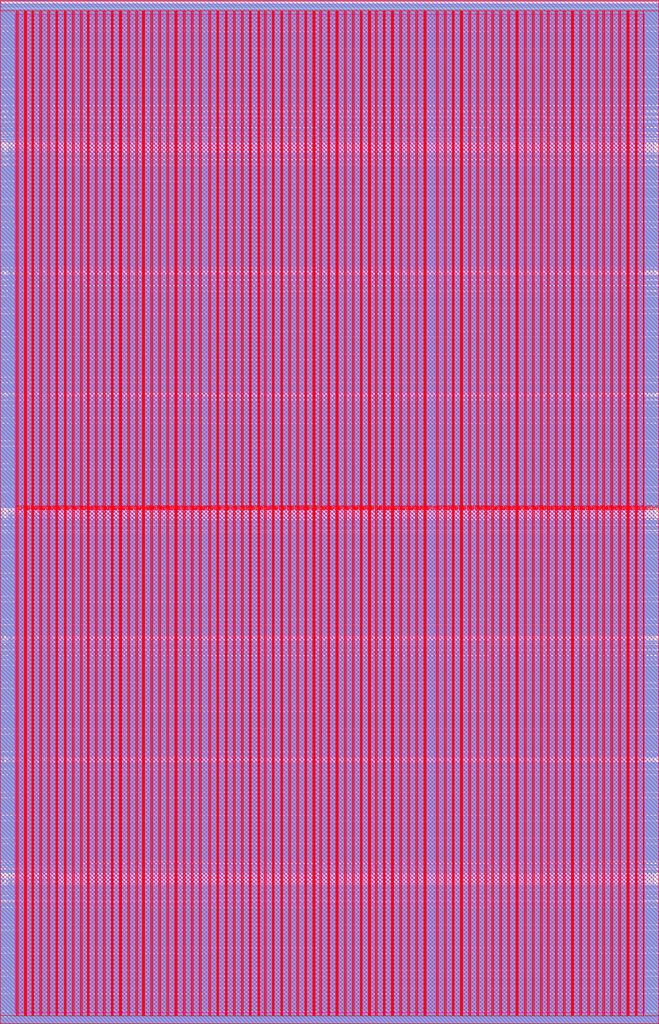
<source format=lef>
VERSION 5.7 ;
  NOWIREEXTENSIONATPIN ON ;
  DIVIDERCHAR "/" ;
  BUSBITCHARS "[]" ;
MACRO eFPGA
  CLASS BLOCK ;
  FOREIGN eFPGA ;
  ORIGIN 0.000 0.000 ;
  SIZE 2435.000 BY 3782.500 ;
  PIN FrameData[0]
    DIRECTION INPUT ;
    USE SIGNAL ;
    ANTENNAGATEAREA 0.196500 ;
    PORT
      LAYER met2 ;
        RECT 38.730 3778.500 39.010 3782.500 ;
    END
  END FrameData[0]
  PIN FrameData[100]
    DIRECTION INPUT ;
    USE SIGNAL ;
    ANTENNAGATEAREA 0.196500 ;
    PORT
      LAYER met3 ;
        RECT 0.000 3104.240 4.000 3104.840 ;
    END
  END FrameData[100]
  PIN FrameData[101]
    DIRECTION INPUT ;
    USE SIGNAL ;
    ANTENNAGATEAREA 0.196500 ;
    PORT
      LAYER met3 ;
        RECT 0.000 3107.640 4.000 3108.240 ;
    END
  END FrameData[101]
  PIN FrameData[102]
    DIRECTION INPUT ;
    USE SIGNAL ;
    ANTENNAGATEAREA 0.196500 ;
    PORT
      LAYER met3 ;
        RECT 0.000 3114.440 4.000 3115.040 ;
    END
  END FrameData[102]
  PIN FrameData[103]
    DIRECTION INPUT ;
    USE SIGNAL ;
    ANTENNAGATEAREA 0.196500 ;
    PORT
      LAYER met3 ;
        RECT 0.000 3117.840 4.000 3118.440 ;
    END
  END FrameData[103]
  PIN FrameData[104]
    DIRECTION INPUT ;
    USE SIGNAL ;
    ANTENNAGATEAREA 0.196500 ;
    PORT
      LAYER met3 ;
        RECT 0.000 3121.240 4.000 3121.840 ;
    END
  END FrameData[104]
  PIN FrameData[105]
    DIRECTION INPUT ;
    USE SIGNAL ;
    ANTENNAGATEAREA 0.196500 ;
    PORT
      LAYER met3 ;
        RECT 0.000 3124.640 4.000 3125.240 ;
    END
  END FrameData[105]
  PIN FrameData[106]
    DIRECTION INPUT ;
    USE SIGNAL ;
    ANTENNAGATEAREA 0.196500 ;
    PORT
      LAYER met3 ;
        RECT 0.000 3128.040 4.000 3128.640 ;
    END
  END FrameData[106]
  PIN FrameData[107]
    DIRECTION INPUT ;
    USE SIGNAL ;
    ANTENNAGATEAREA 0.196500 ;
    PORT
      LAYER met3 ;
        RECT 0.000 3134.840 4.000 3135.440 ;
    END
  END FrameData[107]
  PIN FrameData[108]
    DIRECTION INPUT ;
    USE SIGNAL ;
    ANTENNAGATEAREA 0.196500 ;
    PORT
      LAYER met3 ;
        RECT 0.000 3138.240 4.000 3138.840 ;
    END
  END FrameData[108]
  PIN FrameData[109]
    DIRECTION INPUT ;
    USE SIGNAL ;
    ANTENNAGATEAREA 0.196500 ;
    PORT
      LAYER met3 ;
        RECT 0.000 3141.640 4.000 3142.240 ;
    END
  END FrameData[109]
  PIN FrameData[10]
    DIRECTION INPUT ;
    USE SIGNAL ;
    ANTENNAGATEAREA 0.213000 ;
    PORT
      LAYER met2 ;
        RECT 106.350 3778.500 106.630 3782.500 ;
    END
  END FrameData[10]
  PIN FrameData[110]
    DIRECTION INPUT ;
    USE SIGNAL ;
    ANTENNAGATEAREA 0.196500 ;
    PORT
      LAYER met3 ;
        RECT 0.000 3145.040 4.000 3145.640 ;
    END
  END FrameData[110]
  PIN FrameData[111]
    DIRECTION INPUT ;
    USE SIGNAL ;
    ANTENNAGATEAREA 0.196500 ;
    PORT
      LAYER met3 ;
        RECT 0.000 3148.440 4.000 3149.040 ;
    END
  END FrameData[111]
  PIN FrameData[112]
    DIRECTION INPUT ;
    USE SIGNAL ;
    ANTENNAGATEAREA 0.196500 ;
    PORT
      LAYER met3 ;
        RECT 0.000 3155.240 4.000 3155.840 ;
    END
  END FrameData[112]
  PIN FrameData[113]
    DIRECTION INPUT ;
    USE SIGNAL ;
    ANTENNAGATEAREA 0.196500 ;
    PORT
      LAYER met3 ;
        RECT 0.000 3158.640 4.000 3159.240 ;
    END
  END FrameData[113]
  PIN FrameData[114]
    DIRECTION INPUT ;
    USE SIGNAL ;
    ANTENNAGATEAREA 0.213000 ;
    PORT
      LAYER met3 ;
        RECT 0.000 3162.040 4.000 3162.640 ;
    END
  END FrameData[114]
  PIN FrameData[115]
    DIRECTION INPUT ;
    USE SIGNAL ;
    ANTENNAGATEAREA 0.213000 ;
    PORT
      LAYER met3 ;
        RECT 0.000 3165.440 4.000 3166.040 ;
    END
  END FrameData[115]
  PIN FrameData[116]
    DIRECTION INPUT ;
    USE SIGNAL ;
    ANTENNAGATEAREA 0.213000 ;
    PORT
      LAYER met3 ;
        RECT 0.000 3168.840 4.000 3169.440 ;
    END
  END FrameData[116]
  PIN FrameData[117]
    DIRECTION INPUT ;
    USE SIGNAL ;
    ANTENNAGATEAREA 0.213000 ;
    PORT
      LAYER met3 ;
        RECT 0.000 3175.640 4.000 3176.240 ;
    END
  END FrameData[117]
  PIN FrameData[118]
    DIRECTION INPUT ;
    USE SIGNAL ;
    ANTENNAGATEAREA 0.213000 ;
    PORT
      LAYER met3 ;
        RECT 0.000 3179.040 4.000 3179.640 ;
    END
  END FrameData[118]
  PIN FrameData[119]
    DIRECTION INPUT ;
    USE SIGNAL ;
    ANTENNAGATEAREA 0.213000 ;
    PORT
      LAYER met3 ;
        RECT 0.000 3182.440 4.000 3183.040 ;
    END
  END FrameData[119]
  PIN FrameData[11]
    DIRECTION INPUT ;
    USE SIGNAL ;
    ANTENNAGATEAREA 0.213000 ;
    PORT
      LAYER met2 ;
        RECT 77.370 3778.500 77.650 3782.500 ;
    END
  END FrameData[11]
  PIN FrameData[120]
    DIRECTION INPUT ;
    USE SIGNAL ;
    ANTENNAGATEAREA 0.213000 ;
    PORT
      LAYER met3 ;
        RECT 0.000 3185.840 4.000 3186.440 ;
    END
  END FrameData[120]
  PIN FrameData[121]
    DIRECTION INPUT ;
    USE SIGNAL ;
    ANTENNAGATEAREA 0.213000 ;
    PORT
      LAYER met3 ;
        RECT 0.000 3189.240 4.000 3189.840 ;
    END
  END FrameData[121]
  PIN FrameData[122]
    DIRECTION INPUT ;
    USE SIGNAL ;
    ANTENNAGATEAREA 0.213000 ;
    PORT
      LAYER met3 ;
        RECT 0.000 3196.040 4.000 3196.640 ;
    END
  END FrameData[122]
  PIN FrameData[123]
    DIRECTION INPUT ;
    USE SIGNAL ;
    ANTENNAGATEAREA 0.213000 ;
    PORT
      LAYER met3 ;
        RECT 0.000 3199.440 4.000 3200.040 ;
    END
  END FrameData[123]
  PIN FrameData[124]
    DIRECTION INPUT ;
    USE SIGNAL ;
    ANTENNAGATEAREA 0.213000 ;
    PORT
      LAYER met3 ;
        RECT 0.000 3202.840 4.000 3203.440 ;
    END
  END FrameData[124]
  PIN FrameData[125]
    DIRECTION INPUT ;
    USE SIGNAL ;
    ANTENNAGATEAREA 0.213000 ;
    PORT
      LAYER met3 ;
        RECT 0.000 3206.240 4.000 3206.840 ;
    END
  END FrameData[125]
  PIN FrameData[126]
    DIRECTION INPUT ;
    USE SIGNAL ;
    ANTENNAGATEAREA 0.213000 ;
    PORT
      LAYER met3 ;
        RECT 0.000 3209.640 4.000 3210.240 ;
    END
  END FrameData[126]
  PIN FrameData[127]
    DIRECTION INPUT ;
    USE SIGNAL ;
    ANTENNAGATEAREA 0.213000 ;
    PORT
      LAYER met3 ;
        RECT 0.000 3216.440 4.000 3217.040 ;
    END
  END FrameData[127]
  PIN FrameData[128]
    DIRECTION INPUT ;
    USE SIGNAL ;
    ANTENNAGATEAREA 0.126000 ;
    PORT
      LAYER met3 ;
        RECT 0.000 2862.840 4.000 2863.440 ;
    END
  END FrameData[128]
  PIN FrameData[129]
    DIRECTION INPUT ;
    USE SIGNAL ;
    ANTENNAGATEAREA 0.126000 ;
    PORT
      LAYER met3 ;
        RECT 0.000 2866.240 4.000 2866.840 ;
    END
  END FrameData[129]
  PIN FrameData[12]
    DIRECTION INPUT ;
    USE SIGNAL ;
    ANTENNAGATEAREA 0.213000 ;
    PORT
      LAYER met2 ;
        RECT 61.270 3778.500 61.550 3782.500 ;
    END
  END FrameData[12]
  PIN FrameData[130]
    DIRECTION INPUT ;
    USE SIGNAL ;
    ANTENNAGATEAREA 0.196500 ;
    PORT
      LAYER met3 ;
        RECT 0.000 2873.040 4.000 2873.640 ;
    END
  END FrameData[130]
  PIN FrameData[131]
    DIRECTION INPUT ;
    USE SIGNAL ;
    ANTENNAGATEAREA 0.196500 ;
    PORT
      LAYER met3 ;
        RECT 0.000 2876.440 4.000 2877.040 ;
    END
  END FrameData[131]
  PIN FrameData[132]
    DIRECTION INPUT ;
    USE SIGNAL ;
    ANTENNAGATEAREA 0.196500 ;
    PORT
      LAYER met3 ;
        RECT 0.000 2879.840 4.000 2880.440 ;
    END
  END FrameData[132]
  PIN FrameData[133]
    DIRECTION INPUT ;
    USE SIGNAL ;
    ANTENNAGATEAREA 0.196500 ;
    PORT
      LAYER met3 ;
        RECT 0.000 2883.240 4.000 2883.840 ;
    END
  END FrameData[133]
  PIN FrameData[134]
    DIRECTION INPUT ;
    USE SIGNAL ;
    ANTENNAGATEAREA 0.196500 ;
    PORT
      LAYER met3 ;
        RECT 0.000 2886.640 4.000 2887.240 ;
    END
  END FrameData[134]
  PIN FrameData[135]
    DIRECTION INPUT ;
    USE SIGNAL ;
    ANTENNAGATEAREA 0.196500 ;
    PORT
      LAYER met3 ;
        RECT 0.000 2893.440 4.000 2894.040 ;
    END
  END FrameData[135]
  PIN FrameData[136]
    DIRECTION INPUT ;
    USE SIGNAL ;
    ANTENNAGATEAREA 0.196500 ;
    PORT
      LAYER met3 ;
        RECT 0.000 2896.840 4.000 2897.440 ;
    END
  END FrameData[136]
  PIN FrameData[137]
    DIRECTION INPUT ;
    USE SIGNAL ;
    ANTENNAGATEAREA 0.196500 ;
    PORT
      LAYER met3 ;
        RECT 0.000 2900.240 4.000 2900.840 ;
    END
  END FrameData[137]
  PIN FrameData[138]
    DIRECTION INPUT ;
    USE SIGNAL ;
    ANTENNAGATEAREA 0.196500 ;
    PORT
      LAYER met3 ;
        RECT 0.000 2903.640 4.000 2904.240 ;
    END
  END FrameData[138]
  PIN FrameData[139]
    DIRECTION INPUT ;
    USE SIGNAL ;
    ANTENNAGATEAREA 0.196500 ;
    PORT
      LAYER met3 ;
        RECT 0.000 2907.040 4.000 2907.640 ;
    END
  END FrameData[139]
  PIN FrameData[13]
    DIRECTION INPUT ;
    USE SIGNAL ;
    ANTENNAGATEAREA 0.213000 ;
    PORT
      LAYER met2 ;
        RECT 99.910 3778.500 100.190 3782.500 ;
    END
  END FrameData[13]
  PIN FrameData[140]
    DIRECTION INPUT ;
    USE SIGNAL ;
    ANTENNAGATEAREA 0.196500 ;
    PORT
      LAYER met3 ;
        RECT 0.000 2913.840 4.000 2914.440 ;
    END
  END FrameData[140]
  PIN FrameData[141]
    DIRECTION INPUT ;
    USE SIGNAL ;
    ANTENNAGATEAREA 0.196500 ;
    PORT
      LAYER met3 ;
        RECT 0.000 2917.240 4.000 2917.840 ;
    END
  END FrameData[141]
  PIN FrameData[142]
    DIRECTION INPUT ;
    USE SIGNAL ;
    ANTENNAGATEAREA 0.196500 ;
    PORT
      LAYER met3 ;
        RECT 0.000 2920.640 4.000 2921.240 ;
    END
  END FrameData[142]
  PIN FrameData[143]
    DIRECTION INPUT ;
    USE SIGNAL ;
    ANTENNAGATEAREA 0.196500 ;
    PORT
      LAYER met3 ;
        RECT 0.000 2924.040 4.000 2924.640 ;
    END
  END FrameData[143]
  PIN FrameData[144]
    DIRECTION INPUT ;
    USE SIGNAL ;
    ANTENNAGATEAREA 0.196500 ;
    PORT
      LAYER met3 ;
        RECT 0.000 2927.440 4.000 2928.040 ;
    END
  END FrameData[144]
  PIN FrameData[145]
    DIRECTION INPUT ;
    USE SIGNAL ;
    ANTENNAGATEAREA 0.196500 ;
    PORT
      LAYER met3 ;
        RECT 0.000 2934.240 4.000 2934.840 ;
    END
  END FrameData[145]
  PIN FrameData[146]
    DIRECTION INPUT ;
    USE SIGNAL ;
    ANTENNAGATEAREA 0.213000 ;
    PORT
      LAYER met3 ;
        RECT 0.000 2937.640 4.000 2938.240 ;
    END
  END FrameData[146]
  PIN FrameData[147]
    DIRECTION INPUT ;
    USE SIGNAL ;
    ANTENNAGATEAREA 0.213000 ;
    PORT
      LAYER met3 ;
        RECT 0.000 2941.040 4.000 2941.640 ;
    END
  END FrameData[147]
  PIN FrameData[148]
    DIRECTION INPUT ;
    USE SIGNAL ;
    ANTENNAGATEAREA 0.213000 ;
    PORT
      LAYER met3 ;
        RECT 0.000 2944.440 4.000 2945.040 ;
    END
  END FrameData[148]
  PIN FrameData[149]
    DIRECTION INPUT ;
    USE SIGNAL ;
    ANTENNAGATEAREA 0.213000 ;
    PORT
      LAYER met3 ;
        RECT 0.000 2947.840 4.000 2948.440 ;
    END
  END FrameData[149]
  PIN FrameData[14]
    DIRECTION INPUT ;
    USE SIGNAL ;
    ANTENNAGATEAREA 0.213000 ;
    PORT
      LAYER met2 ;
        RECT 103.130 3778.500 103.410 3782.500 ;
    END
  END FrameData[14]
  PIN FrameData[150]
    DIRECTION INPUT ;
    USE SIGNAL ;
    ANTENNAGATEAREA 0.213000 ;
    PORT
      LAYER met3 ;
        RECT 0.000 2954.640 4.000 2955.240 ;
    END
  END FrameData[150]
  PIN FrameData[151]
    DIRECTION INPUT ;
    USE SIGNAL ;
    ANTENNAGATEAREA 0.213000 ;
    PORT
      LAYER met3 ;
        RECT 0.000 2958.040 4.000 2958.640 ;
    END
  END FrameData[151]
  PIN FrameData[152]
    DIRECTION INPUT ;
    USE SIGNAL ;
    ANTENNAGATEAREA 0.213000 ;
    PORT
      LAYER met3 ;
        RECT 0.000 2961.440 4.000 2962.040 ;
    END
  END FrameData[152]
  PIN FrameData[153]
    DIRECTION INPUT ;
    USE SIGNAL ;
    ANTENNAGATEAREA 0.213000 ;
    PORT
      LAYER met3 ;
        RECT 0.000 2964.840 4.000 2965.440 ;
    END
  END FrameData[153]
  PIN FrameData[154]
    DIRECTION INPUT ;
    USE SIGNAL ;
    ANTENNAGATEAREA 0.213000 ;
    PORT
      LAYER met3 ;
        RECT 0.000 2968.240 4.000 2968.840 ;
    END
  END FrameData[154]
  PIN FrameData[155]
    DIRECTION INPUT ;
    USE SIGNAL ;
    ANTENNAGATEAREA 0.213000 ;
    PORT
      LAYER met3 ;
        RECT 0.000 2975.040 4.000 2975.640 ;
    END
  END FrameData[155]
  PIN FrameData[156]
    DIRECTION INPUT ;
    USE SIGNAL ;
    ANTENNAGATEAREA 0.213000 ;
    PORT
      LAYER met3 ;
        RECT 0.000 2978.440 4.000 2979.040 ;
    END
  END FrameData[156]
  PIN FrameData[157]
    DIRECTION INPUT ;
    USE SIGNAL ;
    ANTENNAGATEAREA 0.213000 ;
    PORT
      LAYER met3 ;
        RECT 0.000 2981.840 4.000 2982.440 ;
    END
  END FrameData[157]
  PIN FrameData[158]
    DIRECTION INPUT ;
    USE SIGNAL ;
    ANTENNAGATEAREA 0.213000 ;
    PORT
      LAYER met3 ;
        RECT 0.000 2985.240 4.000 2985.840 ;
    END
  END FrameData[158]
  PIN FrameData[159]
    DIRECTION INPUT ;
    USE SIGNAL ;
    ANTENNAGATEAREA 0.213000 ;
    PORT
      LAYER met3 ;
        RECT 0.000 2988.640 4.000 2989.240 ;
    END
  END FrameData[159]
  PIN FrameData[15]
    DIRECTION INPUT ;
    USE SIGNAL ;
    ANTENNAGATEAREA 0.213000 ;
    PORT
      LAYER met2 ;
        RECT 74.150 3778.500 74.430 3782.500 ;
    END
  END FrameData[15]
  PIN FrameData[160]
    DIRECTION INPUT ;
    USE SIGNAL ;
    ANTENNAGATEAREA 0.126000 ;
    PORT
      LAYER met3 ;
        RECT 0.000 2638.440 4.000 2639.040 ;
    END
  END FrameData[160]
  PIN FrameData[161]
    DIRECTION INPUT ;
    USE SIGNAL ;
    ANTENNAGATEAREA 0.126000 ;
    PORT
      LAYER met3 ;
        RECT 0.000 2641.840 4.000 2642.440 ;
    END
  END FrameData[161]
  PIN FrameData[162]
    DIRECTION INPUT ;
    USE SIGNAL ;
    ANTENNAGATEAREA 0.196500 ;
    PORT
      LAYER met3 ;
        RECT 0.000 2648.640 4.000 2649.240 ;
    END
  END FrameData[162]
  PIN FrameData[163]
    DIRECTION INPUT ;
    USE SIGNAL ;
    ANTENNAGATEAREA 0.196500 ;
    PORT
      LAYER met3 ;
        RECT 0.000 2652.040 4.000 2652.640 ;
    END
  END FrameData[163]
  PIN FrameData[164]
    DIRECTION INPUT ;
    USE SIGNAL ;
    ANTENNAGATEAREA 0.196500 ;
    PORT
      LAYER met3 ;
        RECT 0.000 2655.440 4.000 2656.040 ;
    END
  END FrameData[164]
  PIN FrameData[165]
    DIRECTION INPUT ;
    USE SIGNAL ;
    ANTENNAGATEAREA 0.196500 ;
    PORT
      LAYER met3 ;
        RECT 0.000 2658.840 4.000 2659.440 ;
    END
  END FrameData[165]
  PIN FrameData[166]
    DIRECTION INPUT ;
    USE SIGNAL ;
    ANTENNAGATEAREA 0.196500 ;
    PORT
      LAYER met3 ;
        RECT 0.000 2662.240 4.000 2662.840 ;
    END
  END FrameData[166]
  PIN FrameData[167]
    DIRECTION INPUT ;
    USE SIGNAL ;
    ANTENNAGATEAREA 0.196500 ;
    PORT
      LAYER met3 ;
        RECT 0.000 2669.040 4.000 2669.640 ;
    END
  END FrameData[167]
  PIN FrameData[168]
    DIRECTION INPUT ;
    USE SIGNAL ;
    ANTENNAGATEAREA 0.196500 ;
    PORT
      LAYER met3 ;
        RECT 0.000 2672.440 4.000 2673.040 ;
    END
  END FrameData[168]
  PIN FrameData[169]
    DIRECTION INPUT ;
    USE SIGNAL ;
    ANTENNAGATEAREA 0.196500 ;
    PORT
      LAYER met3 ;
        RECT 0.000 2675.840 4.000 2676.440 ;
    END
  END FrameData[169]
  PIN FrameData[16]
    DIRECTION INPUT ;
    USE SIGNAL ;
    ANTENNAGATEAREA 0.213000 ;
    PORT
      LAYER met2 ;
        RECT 51.610 3778.500 51.890 3782.500 ;
    END
  END FrameData[16]
  PIN FrameData[170]
    DIRECTION INPUT ;
    USE SIGNAL ;
    ANTENNAGATEAREA 0.196500 ;
    PORT
      LAYER met3 ;
        RECT 0.000 2679.240 4.000 2679.840 ;
    END
  END FrameData[170]
  PIN FrameData[171]
    DIRECTION INPUT ;
    USE SIGNAL ;
    ANTENNAGATEAREA 0.196500 ;
    PORT
      LAYER met3 ;
        RECT 0.000 2682.640 4.000 2683.240 ;
    END
  END FrameData[171]
  PIN FrameData[172]
    DIRECTION INPUT ;
    USE SIGNAL ;
    ANTENNAGATEAREA 0.196500 ;
    PORT
      LAYER met3 ;
        RECT 0.000 2689.440 4.000 2690.040 ;
    END
  END FrameData[172]
  PIN FrameData[173]
    DIRECTION INPUT ;
    USE SIGNAL ;
    ANTENNAGATEAREA 0.196500 ;
    PORT
      LAYER met3 ;
        RECT 0.000 2692.840 4.000 2693.440 ;
    END
  END FrameData[173]
  PIN FrameData[174]
    DIRECTION INPUT ;
    USE SIGNAL ;
    ANTENNAGATEAREA 0.196500 ;
    PORT
      LAYER met3 ;
        RECT 0.000 2696.240 4.000 2696.840 ;
    END
  END FrameData[174]
  PIN FrameData[175]
    DIRECTION INPUT ;
    USE SIGNAL ;
    ANTENNAGATEAREA 0.196500 ;
    PORT
      LAYER met3 ;
        RECT 0.000 2699.640 4.000 2700.240 ;
    END
  END FrameData[175]
  PIN FrameData[176]
    DIRECTION INPUT ;
    USE SIGNAL ;
    ANTENNAGATEAREA 0.196500 ;
    PORT
      LAYER met3 ;
        RECT 0.000 2703.040 4.000 2703.640 ;
    END
  END FrameData[176]
  PIN FrameData[177]
    DIRECTION INPUT ;
    USE SIGNAL ;
    ANTENNAGATEAREA 0.196500 ;
    PORT
      LAYER met3 ;
        RECT 0.000 2709.840 4.000 2710.440 ;
    END
  END FrameData[177]
  PIN FrameData[178]
    DIRECTION INPUT ;
    USE SIGNAL ;
    ANTENNAGATEAREA 0.213000 ;
    PORT
      LAYER met3 ;
        RECT 0.000 2713.240 4.000 2713.840 ;
    END
  END FrameData[178]
  PIN FrameData[179]
    DIRECTION INPUT ;
    USE SIGNAL ;
    ANTENNAGATEAREA 0.213000 ;
    PORT
      LAYER met3 ;
        RECT 0.000 2716.640 4.000 2717.240 ;
    END
  END FrameData[179]
  PIN FrameData[17]
    DIRECTION INPUT ;
    USE SIGNAL ;
    ANTENNAGATEAREA 0.213000 ;
    PORT
      LAYER met2 ;
        RECT 141.770 3778.500 142.050 3782.500 ;
    END
  END FrameData[17]
  PIN FrameData[180]
    DIRECTION INPUT ;
    USE SIGNAL ;
    ANTENNAGATEAREA 0.213000 ;
    PORT
      LAYER met3 ;
        RECT 0.000 2720.040 4.000 2720.640 ;
    END
  END FrameData[180]
  PIN FrameData[181]
    DIRECTION INPUT ;
    USE SIGNAL ;
    ANTENNAGATEAREA 0.213000 ;
    PORT
      LAYER met3 ;
        RECT 0.000 2723.440 4.000 2724.040 ;
    END
  END FrameData[181]
  PIN FrameData[182]
    DIRECTION INPUT ;
    USE SIGNAL ;
    ANTENNAGATEAREA 0.213000 ;
    PORT
      LAYER met3 ;
        RECT 0.000 2730.240 4.000 2730.840 ;
    END
  END FrameData[182]
  PIN FrameData[183]
    DIRECTION INPUT ;
    USE SIGNAL ;
    ANTENNAGATEAREA 0.213000 ;
    PORT
      LAYER met3 ;
        RECT 0.000 2733.640 4.000 2734.240 ;
    END
  END FrameData[183]
  PIN FrameData[184]
    DIRECTION INPUT ;
    USE SIGNAL ;
    ANTENNAGATEAREA 0.213000 ;
    PORT
      LAYER met3 ;
        RECT 0.000 2737.040 4.000 2737.640 ;
    END
  END FrameData[184]
  PIN FrameData[185]
    DIRECTION INPUT ;
    USE SIGNAL ;
    ANTENNAGATEAREA 0.213000 ;
    PORT
      LAYER met3 ;
        RECT 0.000 2740.440 4.000 2741.040 ;
    END
  END FrameData[185]
  PIN FrameData[186]
    DIRECTION INPUT ;
    USE SIGNAL ;
    ANTENNAGATEAREA 0.213000 ;
    PORT
      LAYER met3 ;
        RECT 0.000 2743.840 4.000 2744.440 ;
    END
  END FrameData[186]
  PIN FrameData[187]
    DIRECTION INPUT ;
    USE SIGNAL ;
    ANTENNAGATEAREA 0.213000 ;
    PORT
      LAYER met3 ;
        RECT 0.000 2750.640 4.000 2751.240 ;
    END
  END FrameData[187]
  PIN FrameData[188]
    DIRECTION INPUT ;
    USE SIGNAL ;
    ANTENNAGATEAREA 0.213000 ;
    PORT
      LAYER met3 ;
        RECT 0.000 2754.040 4.000 2754.640 ;
    END
  END FrameData[188]
  PIN FrameData[189]
    DIRECTION INPUT ;
    USE SIGNAL ;
    ANTENNAGATEAREA 0.213000 ;
    PORT
      LAYER met3 ;
        RECT 0.000 2757.440 4.000 2758.040 ;
    END
  END FrameData[189]
  PIN FrameData[18]
    DIRECTION INPUT ;
    USE SIGNAL ;
    ANTENNAGATEAREA 0.126000 ;
    PORT
      LAYER met2 ;
        RECT 87.030 3778.500 87.310 3782.500 ;
    END
  END FrameData[18]
  PIN FrameData[190]
    DIRECTION INPUT ;
    USE SIGNAL ;
    ANTENNAGATEAREA 0.213000 ;
    PORT
      LAYER met3 ;
        RECT 0.000 2760.840 4.000 2761.440 ;
    END
  END FrameData[190]
  PIN FrameData[191]
    DIRECTION INPUT ;
    USE SIGNAL ;
    ANTENNAGATEAREA 0.213000 ;
    PORT
      LAYER met3 ;
        RECT 0.000 2764.240 4.000 2764.840 ;
    END
  END FrameData[191]
  PIN FrameData[192]
    DIRECTION INPUT ;
    USE SIGNAL ;
    ANTENNAGATEAREA 0.126000 ;
    PORT
      LAYER met3 ;
        RECT 0.000 2414.040 4.000 2414.640 ;
    END
  END FrameData[192]
  PIN FrameData[193]
    DIRECTION INPUT ;
    USE SIGNAL ;
    ANTENNAGATEAREA 0.126000 ;
    PORT
      LAYER met3 ;
        RECT 0.000 2417.440 4.000 2418.040 ;
    END
  END FrameData[193]
  PIN FrameData[194]
    DIRECTION INPUT ;
    USE SIGNAL ;
    ANTENNAGATEAREA 0.196500 ;
    PORT
      LAYER met3 ;
        RECT 0.000 2420.840 4.000 2421.440 ;
    END
  END FrameData[194]
  PIN FrameData[195]
    DIRECTION INPUT ;
    USE SIGNAL ;
    ANTENNAGATEAREA 0.196500 ;
    PORT
      LAYER met3 ;
        RECT 0.000 2427.640 4.000 2428.240 ;
    END
  END FrameData[195]
  PIN FrameData[196]
    DIRECTION INPUT ;
    USE SIGNAL ;
    ANTENNAGATEAREA 0.196500 ;
    PORT
      LAYER met3 ;
        RECT 0.000 2431.040 4.000 2431.640 ;
    END
  END FrameData[196]
  PIN FrameData[197]
    DIRECTION INPUT ;
    USE SIGNAL ;
    ANTENNAGATEAREA 0.196500 ;
    PORT
      LAYER met3 ;
        RECT 0.000 2434.440 4.000 2435.040 ;
    END
  END FrameData[197]
  PIN FrameData[198]
    DIRECTION INPUT ;
    USE SIGNAL ;
    ANTENNAGATEAREA 0.196500 ;
    PORT
      LAYER met3 ;
        RECT 0.000 2437.840 4.000 2438.440 ;
    END
  END FrameData[198]
  PIN FrameData[199]
    DIRECTION INPUT ;
    USE SIGNAL ;
    ANTENNAGATEAREA 0.196500 ;
    PORT
      LAYER met3 ;
        RECT 0.000 2441.240 4.000 2441.840 ;
    END
  END FrameData[199]
  PIN FrameData[19]
    DIRECTION INPUT ;
    USE SIGNAL ;
    ANTENNAGATEAREA 0.126000 ;
    PORT
      LAYER met2 ;
        RECT 58.050 3778.500 58.330 3782.500 ;
    END
  END FrameData[19]
  PIN FrameData[1]
    DIRECTION INPUT ;
    USE SIGNAL ;
    ANTENNAGATEAREA 0.196500 ;
    PORT
      LAYER met2 ;
        RECT 70.930 3778.500 71.210 3782.500 ;
    END
  END FrameData[1]
  PIN FrameData[200]
    DIRECTION INPUT ;
    USE SIGNAL ;
    ANTENNAGATEAREA 0.196500 ;
    PORT
      LAYER met3 ;
        RECT 0.000 2448.040 4.000 2448.640 ;
    END
  END FrameData[200]
  PIN FrameData[201]
    DIRECTION INPUT ;
    USE SIGNAL ;
    ANTENNAGATEAREA 0.196500 ;
    PORT
      LAYER met3 ;
        RECT 0.000 2451.440 4.000 2452.040 ;
    END
  END FrameData[201]
  PIN FrameData[202]
    DIRECTION INPUT ;
    USE SIGNAL ;
    ANTENNAGATEAREA 0.196500 ;
    PORT
      LAYER met3 ;
        RECT 0.000 2454.840 4.000 2455.440 ;
    END
  END FrameData[202]
  PIN FrameData[203]
    DIRECTION INPUT ;
    USE SIGNAL ;
    ANTENNAGATEAREA 0.196500 ;
    PORT
      LAYER met3 ;
        RECT 0.000 2458.240 4.000 2458.840 ;
    END
  END FrameData[203]
  PIN FrameData[204]
    DIRECTION INPUT ;
    USE SIGNAL ;
    ANTENNAGATEAREA 0.196500 ;
    PORT
      LAYER met3 ;
        RECT 0.000 2461.640 4.000 2462.240 ;
    END
  END FrameData[204]
  PIN FrameData[205]
    DIRECTION INPUT ;
    USE SIGNAL ;
    ANTENNAGATEAREA 0.196500 ;
    PORT
      LAYER met3 ;
        RECT 0.000 2468.440 4.000 2469.040 ;
    END
  END FrameData[205]
  PIN FrameData[206]
    DIRECTION INPUT ;
    USE SIGNAL ;
    ANTENNAGATEAREA 0.196500 ;
    PORT
      LAYER met3 ;
        RECT 0.000 2471.840 4.000 2472.440 ;
    END
  END FrameData[206]
  PIN FrameData[207]
    DIRECTION INPUT ;
    USE SIGNAL ;
    ANTENNAGATEAREA 0.196500 ;
    PORT
      LAYER met3 ;
        RECT 0.000 2475.240 4.000 2475.840 ;
    END
  END FrameData[207]
  PIN FrameData[208]
    DIRECTION INPUT ;
    USE SIGNAL ;
    ANTENNAGATEAREA 0.196500 ;
    PORT
      LAYER met3 ;
        RECT 0.000 2478.640 4.000 2479.240 ;
    END
  END FrameData[208]
  PIN FrameData[209]
    DIRECTION INPUT ;
    USE SIGNAL ;
    ANTENNAGATEAREA 0.196500 ;
    PORT
      LAYER met3 ;
        RECT 0.000 2482.040 4.000 2482.640 ;
    END
  END FrameData[209]
  PIN FrameData[20]
    DIRECTION INPUT ;
    USE SIGNAL ;
    ANTENNAGATEAREA 0.213000 ;
    PORT
      LAYER met2 ;
        RECT 96.690 3778.500 96.970 3782.500 ;
    END
  END FrameData[20]
  PIN FrameData[210]
    DIRECTION INPUT ;
    USE SIGNAL ;
    ANTENNAGATEAREA 0.213000 ;
    PORT
      LAYER met3 ;
        RECT 0.000 2488.840 4.000 2489.440 ;
    END
  END FrameData[210]
  PIN FrameData[211]
    DIRECTION INPUT ;
    USE SIGNAL ;
    ANTENNAGATEAREA 0.213000 ;
    PORT
      LAYER met3 ;
        RECT 0.000 2492.240 4.000 2492.840 ;
    END
  END FrameData[211]
  PIN FrameData[212]
    DIRECTION INPUT ;
    USE SIGNAL ;
    ANTENNAGATEAREA 0.213000 ;
    PORT
      LAYER met3 ;
        RECT 0.000 2495.640 4.000 2496.240 ;
    END
  END FrameData[212]
  PIN FrameData[213]
    DIRECTION INPUT ;
    USE SIGNAL ;
    ANTENNAGATEAREA 0.213000 ;
    PORT
      LAYER met3 ;
        RECT 0.000 2499.040 4.000 2499.640 ;
    END
  END FrameData[213]
  PIN FrameData[214]
    DIRECTION INPUT ;
    USE SIGNAL ;
    ANTENNAGATEAREA 0.213000 ;
    PORT
      LAYER met3 ;
        RECT 0.000 2502.440 4.000 2503.040 ;
    END
  END FrameData[214]
  PIN FrameData[215]
    DIRECTION INPUT ;
    USE SIGNAL ;
    ANTENNAGATEAREA 0.213000 ;
    PORT
      LAYER met3 ;
        RECT 0.000 2509.240 4.000 2509.840 ;
    END
  END FrameData[215]
  PIN FrameData[216]
    DIRECTION INPUT ;
    USE SIGNAL ;
    ANTENNAGATEAREA 0.213000 ;
    PORT
      LAYER met3 ;
        RECT 0.000 2512.640 4.000 2513.240 ;
    END
  END FrameData[216]
  PIN FrameData[217]
    DIRECTION INPUT ;
    USE SIGNAL ;
    ANTENNAGATEAREA 0.213000 ;
    PORT
      LAYER met3 ;
        RECT 0.000 2516.040 4.000 2516.640 ;
    END
  END FrameData[217]
  PIN FrameData[218]
    DIRECTION INPUT ;
    USE SIGNAL ;
    ANTENNAGATEAREA 0.213000 ;
    PORT
      LAYER met3 ;
        RECT 0.000 2519.440 4.000 2520.040 ;
    END
  END FrameData[218]
  PIN FrameData[219]
    DIRECTION INPUT ;
    USE SIGNAL ;
    ANTENNAGATEAREA 0.213000 ;
    PORT
      LAYER met3 ;
        RECT 0.000 2522.840 4.000 2523.440 ;
    END
  END FrameData[219]
  PIN FrameData[21]
    DIRECTION INPUT ;
    USE SIGNAL ;
    ANTENNAGATEAREA 0.213000 ;
    PORT
      LAYER met2 ;
        RECT 112.790 3778.500 113.070 3782.500 ;
    END
  END FrameData[21]
  PIN FrameData[220]
    DIRECTION INPUT ;
    USE SIGNAL ;
    ANTENNAGATEAREA 0.213000 ;
    PORT
      LAYER met3 ;
        RECT 0.000 2529.640 4.000 2530.240 ;
    END
  END FrameData[220]
  PIN FrameData[221]
    DIRECTION INPUT ;
    USE SIGNAL ;
    ANTENNAGATEAREA 0.213000 ;
    PORT
      LAYER met3 ;
        RECT 0.000 2533.040 4.000 2533.640 ;
    END
  END FrameData[221]
  PIN FrameData[222]
    DIRECTION INPUT ;
    USE SIGNAL ;
    ANTENNAGATEAREA 0.213000 ;
    PORT
      LAYER met3 ;
        RECT 0.000 2536.440 4.000 2537.040 ;
    END
  END FrameData[222]
  PIN FrameData[223]
    DIRECTION INPUT ;
    USE SIGNAL ;
    ANTENNAGATEAREA 0.213000 ;
    PORT
      LAYER met3 ;
        RECT 0.000 2539.840 4.000 2540.440 ;
    END
  END FrameData[223]
  PIN FrameData[224]
    DIRECTION INPUT ;
    USE SIGNAL ;
    ANTENNAGATEAREA 0.126000 ;
    PORT
      LAYER met3 ;
        RECT 0.000 2189.640 4.000 2190.240 ;
    END
  END FrameData[224]
  PIN FrameData[225]
    DIRECTION INPUT ;
    USE SIGNAL ;
    ANTENNAGATEAREA 0.126000 ;
    PORT
      LAYER met3 ;
        RECT 0.000 2193.040 4.000 2193.640 ;
    END
  END FrameData[225]
  PIN FrameData[226]
    DIRECTION INPUT ;
    USE SIGNAL ;
    ANTENNAGATEAREA 0.196500 ;
    PORT
      LAYER met3 ;
        RECT 0.000 2196.440 4.000 2197.040 ;
    END
  END FrameData[226]
  PIN FrameData[227]
    DIRECTION INPUT ;
    USE SIGNAL ;
    ANTENNAGATEAREA 0.196500 ;
    PORT
      LAYER met3 ;
        RECT 0.000 2199.840 4.000 2200.440 ;
    END
  END FrameData[227]
  PIN FrameData[228]
    DIRECTION INPUT ;
    USE SIGNAL ;
    ANTENNAGATEAREA 0.196500 ;
    PORT
      LAYER met3 ;
        RECT 0.000 2206.640 4.000 2207.240 ;
    END
  END FrameData[228]
  PIN FrameData[229]
    DIRECTION INPUT ;
    USE SIGNAL ;
    ANTENNAGATEAREA 0.196500 ;
    PORT
      LAYER met3 ;
        RECT 0.000 2210.040 4.000 2210.640 ;
    END
  END FrameData[229]
  PIN FrameData[22]
    DIRECTION INPUT ;
    USE SIGNAL ;
    ANTENNAGATEAREA 0.213000 ;
    PORT
      LAYER met2 ;
        RECT 119.230 3778.500 119.510 3782.500 ;
    END
  END FrameData[22]
  PIN FrameData[230]
    DIRECTION INPUT ;
    USE SIGNAL ;
    ANTENNAGATEAREA 0.196500 ;
    PORT
      LAYER met3 ;
        RECT 0.000 2213.440 4.000 2214.040 ;
    END
  END FrameData[230]
  PIN FrameData[231]
    DIRECTION INPUT ;
    USE SIGNAL ;
    ANTENNAGATEAREA 0.196500 ;
    PORT
      LAYER met3 ;
        RECT 0.000 2216.840 4.000 2217.440 ;
    END
  END FrameData[231]
  PIN FrameData[232]
    DIRECTION INPUT ;
    USE SIGNAL ;
    ANTENNAGATEAREA 0.196500 ;
    PORT
      LAYER met3 ;
        RECT 0.000 2220.240 4.000 2220.840 ;
    END
  END FrameData[232]
  PIN FrameData[233]
    DIRECTION INPUT ;
    USE SIGNAL ;
    ANTENNAGATEAREA 0.196500 ;
    PORT
      LAYER met3 ;
        RECT 0.000 2227.040 4.000 2227.640 ;
    END
  END FrameData[233]
  PIN FrameData[234]
    DIRECTION INPUT ;
    USE SIGNAL ;
    ANTENNAGATEAREA 0.196500 ;
    PORT
      LAYER met3 ;
        RECT 0.000 2230.440 4.000 2231.040 ;
    END
  END FrameData[234]
  PIN FrameData[235]
    DIRECTION INPUT ;
    USE SIGNAL ;
    ANTENNAGATEAREA 0.196500 ;
    PORT
      LAYER met3 ;
        RECT 0.000 2233.840 4.000 2234.440 ;
    END
  END FrameData[235]
  PIN FrameData[236]
    DIRECTION INPUT ;
    USE SIGNAL ;
    ANTENNAGATEAREA 0.196500 ;
    PORT
      LAYER met3 ;
        RECT 0.000 2237.240 4.000 2237.840 ;
    END
  END FrameData[236]
  PIN FrameData[237]
    DIRECTION INPUT ;
    USE SIGNAL ;
    ANTENNAGATEAREA 0.196500 ;
    PORT
      LAYER met3 ;
        RECT 0.000 2240.640 4.000 2241.240 ;
    END
  END FrameData[237]
  PIN FrameData[238]
    DIRECTION INPUT ;
    USE SIGNAL ;
    ANTENNAGATEAREA 0.196500 ;
    PORT
      LAYER met3 ;
        RECT 0.000 2247.440 4.000 2248.040 ;
    END
  END FrameData[238]
  PIN FrameData[239]
    DIRECTION INPUT ;
    USE SIGNAL ;
    ANTENNAGATEAREA 0.196500 ;
    PORT
      LAYER met3 ;
        RECT 0.000 2250.840 4.000 2251.440 ;
    END
  END FrameData[239]
  PIN FrameData[23]
    DIRECTION INPUT ;
    USE SIGNAL ;
    ANTENNAGATEAREA 0.213000 ;
    PORT
      LAYER met2 ;
        RECT 67.710 3778.500 67.990 3782.500 ;
    END
  END FrameData[23]
  PIN FrameData[240]
    DIRECTION INPUT ;
    USE SIGNAL ;
    ANTENNAGATEAREA 0.196500 ;
    PORT
      LAYER met3 ;
        RECT 0.000 2254.240 4.000 2254.840 ;
    END
  END FrameData[240]
  PIN FrameData[241]
    DIRECTION INPUT ;
    USE SIGNAL ;
    ANTENNAGATEAREA 0.196500 ;
    PORT
      LAYER met3 ;
        RECT 0.000 2257.640 4.000 2258.240 ;
    END
  END FrameData[241]
  PIN FrameData[242]
    DIRECTION INPUT ;
    USE SIGNAL ;
    ANTENNAGATEAREA 0.213000 ;
    PORT
      LAYER met3 ;
        RECT 0.000 2261.040 4.000 2261.640 ;
    END
  END FrameData[242]
  PIN FrameData[243]
    DIRECTION INPUT ;
    USE SIGNAL ;
    ANTENNAGATEAREA 0.213000 ;
    PORT
      LAYER met3 ;
        RECT 0.000 2267.840 4.000 2268.440 ;
    END
  END FrameData[243]
  PIN FrameData[244]
    DIRECTION INPUT ;
    USE SIGNAL ;
    ANTENNAGATEAREA 0.213000 ;
    PORT
      LAYER met3 ;
        RECT 0.000 2271.240 4.000 2271.840 ;
    END
  END FrameData[244]
  PIN FrameData[245]
    DIRECTION INPUT ;
    USE SIGNAL ;
    ANTENNAGATEAREA 0.213000 ;
    PORT
      LAYER met3 ;
        RECT 0.000 2274.640 4.000 2275.240 ;
    END
  END FrameData[245]
  PIN FrameData[246]
    DIRECTION INPUT ;
    USE SIGNAL ;
    ANTENNAGATEAREA 0.213000 ;
    PORT
      LAYER met3 ;
        RECT 0.000 2278.040 4.000 2278.640 ;
    END
  END FrameData[246]
  PIN FrameData[247]
    DIRECTION INPUT ;
    USE SIGNAL ;
    ANTENNAGATEAREA 0.213000 ;
    PORT
      LAYER met3 ;
        RECT 0.000 2281.440 4.000 2282.040 ;
    END
  END FrameData[247]
  PIN FrameData[248]
    DIRECTION INPUT ;
    USE SIGNAL ;
    ANTENNAGATEAREA 0.213000 ;
    PORT
      LAYER met3 ;
        RECT 0.000 2288.240 4.000 2288.840 ;
    END
  END FrameData[248]
  PIN FrameData[249]
    DIRECTION INPUT ;
    USE SIGNAL ;
    ANTENNAGATEAREA 0.213000 ;
    PORT
      LAYER met3 ;
        RECT 0.000 2291.640 4.000 2292.240 ;
    END
  END FrameData[249]
  PIN FrameData[24]
    DIRECTION INPUT ;
    USE SIGNAL ;
    ANTENNAGATEAREA 0.213000 ;
    PORT
      LAYER met2 ;
        RECT 93.470 3778.500 93.750 3782.500 ;
    END
  END FrameData[24]
  PIN FrameData[250]
    DIRECTION INPUT ;
    USE SIGNAL ;
    ANTENNAGATEAREA 0.213000 ;
    PORT
      LAYER met3 ;
        RECT 0.000 2295.040 4.000 2295.640 ;
    END
  END FrameData[250]
  PIN FrameData[251]
    DIRECTION INPUT ;
    USE SIGNAL ;
    ANTENNAGATEAREA 0.213000 ;
    PORT
      LAYER met3 ;
        RECT 0.000 2298.440 4.000 2299.040 ;
    END
  END FrameData[251]
  PIN FrameData[252]
    DIRECTION INPUT ;
    USE SIGNAL ;
    ANTENNAGATEAREA 0.213000 ;
    PORT
      LAYER met3 ;
        RECT 0.000 2301.840 4.000 2302.440 ;
    END
  END FrameData[252]
  PIN FrameData[253]
    DIRECTION INPUT ;
    USE SIGNAL ;
    ANTENNAGATEAREA 0.213000 ;
    PORT
      LAYER met3 ;
        RECT 0.000 2308.640 4.000 2309.240 ;
    END
  END FrameData[253]
  PIN FrameData[254]
    DIRECTION INPUT ;
    USE SIGNAL ;
    ANTENNAGATEAREA 0.213000 ;
    PORT
      LAYER met3 ;
        RECT 0.000 2312.040 4.000 2312.640 ;
    END
  END FrameData[254]
  PIN FrameData[255]
    DIRECTION INPUT ;
    USE SIGNAL ;
    ANTENNAGATEAREA 0.213000 ;
    PORT
      LAYER met3 ;
        RECT 0.000 2315.440 4.000 2316.040 ;
    END
  END FrameData[255]
  PIN FrameData[256]
    DIRECTION INPUT ;
    USE SIGNAL ;
    ANTENNAGATEAREA 0.126000 ;
    PORT
      LAYER met3 ;
        RECT 0.000 1965.240 4.000 1965.840 ;
    END
  END FrameData[256]
  PIN FrameData[257]
    DIRECTION INPUT ;
    USE SIGNAL ;
    ANTENNAGATEAREA 0.126000 ;
    PORT
      LAYER met3 ;
        RECT 0.000 1968.640 4.000 1969.240 ;
    END
  END FrameData[257]
  PIN FrameData[258]
    DIRECTION INPUT ;
    USE SIGNAL ;
    ANTENNAGATEAREA 0.196500 ;
    PORT
      LAYER met3 ;
        RECT 0.000 1972.040 4.000 1972.640 ;
    END
  END FrameData[258]
  PIN FrameData[259]
    DIRECTION INPUT ;
    USE SIGNAL ;
    ANTENNAGATEAREA 0.196500 ;
    PORT
      LAYER met3 ;
        RECT 0.000 1975.440 4.000 1976.040 ;
    END
  END FrameData[259]
  PIN FrameData[25]
    DIRECTION INPUT ;
    USE SIGNAL ;
    ANTENNAGATEAREA 0.213000 ;
    PORT
      LAYER met2 ;
        RECT 41.950 3778.500 42.230 3782.500 ;
    END
  END FrameData[25]
  PIN FrameData[260]
    DIRECTION INPUT ;
    USE SIGNAL ;
    ANTENNAGATEAREA 0.196500 ;
    PORT
      LAYER met3 ;
        RECT 0.000 1978.840 4.000 1979.440 ;
    END
  END FrameData[260]
  PIN FrameData[261]
    DIRECTION INPUT ;
    USE SIGNAL ;
    ANTENNAGATEAREA 0.196500 ;
    PORT
      LAYER met3 ;
        RECT 0.000 1985.640 4.000 1986.240 ;
    END
  END FrameData[261]
  PIN FrameData[262]
    DIRECTION INPUT ;
    USE SIGNAL ;
    ANTENNAGATEAREA 0.196500 ;
    PORT
      LAYER met3 ;
        RECT 0.000 1989.040 4.000 1989.640 ;
    END
  END FrameData[262]
  PIN FrameData[263]
    DIRECTION INPUT ;
    USE SIGNAL ;
    ANTENNAGATEAREA 0.196500 ;
    PORT
      LAYER met3 ;
        RECT 0.000 1992.440 4.000 1993.040 ;
    END
  END FrameData[263]
  PIN FrameData[264]
    DIRECTION INPUT ;
    USE SIGNAL ;
    ANTENNAGATEAREA 0.196500 ;
    PORT
      LAYER met3 ;
        RECT 0.000 1995.840 4.000 1996.440 ;
    END
  END FrameData[264]
  PIN FrameData[265]
    DIRECTION INPUT ;
    USE SIGNAL ;
    ANTENNAGATEAREA 0.196500 ;
    PORT
      LAYER met3 ;
        RECT 0.000 1999.240 4.000 1999.840 ;
    END
  END FrameData[265]
  PIN FrameData[266]
    DIRECTION INPUT ;
    USE SIGNAL ;
    ANTENNAGATEAREA 0.196500 ;
    PORT
      LAYER met3 ;
        RECT 0.000 2006.040 4.000 2006.640 ;
    END
  END FrameData[266]
  PIN FrameData[267]
    DIRECTION INPUT ;
    USE SIGNAL ;
    ANTENNAGATEAREA 0.196500 ;
    PORT
      LAYER met3 ;
        RECT 0.000 2009.440 4.000 2010.040 ;
    END
  END FrameData[267]
  PIN FrameData[268]
    DIRECTION INPUT ;
    USE SIGNAL ;
    ANTENNAGATEAREA 0.196500 ;
    PORT
      LAYER met3 ;
        RECT 0.000 2012.840 4.000 2013.440 ;
    END
  END FrameData[268]
  PIN FrameData[269]
    DIRECTION INPUT ;
    USE SIGNAL ;
    ANTENNAGATEAREA 0.196500 ;
    PORT
      LAYER met3 ;
        RECT 0.000 2016.240 4.000 2016.840 ;
    END
  END FrameData[269]
  PIN FrameData[26]
    DIRECTION INPUT ;
    USE SIGNAL ;
    ANTENNAGATEAREA 0.213000 ;
    PORT
      LAYER met2 ;
        RECT 157.870 3778.500 158.150 3782.500 ;
    END
  END FrameData[26]
  PIN FrameData[270]
    DIRECTION INPUT ;
    USE SIGNAL ;
    ANTENNAGATEAREA 0.196500 ;
    PORT
      LAYER met3 ;
        RECT 0.000 2019.640 4.000 2020.240 ;
    END
  END FrameData[270]
  PIN FrameData[271]
    DIRECTION INPUT ;
    USE SIGNAL ;
    ANTENNAGATEAREA 0.196500 ;
    PORT
      LAYER met3 ;
        RECT 0.000 2026.440 4.000 2027.040 ;
    END
  END FrameData[271]
  PIN FrameData[272]
    DIRECTION INPUT ;
    USE SIGNAL ;
    ANTENNAGATEAREA 0.196500 ;
    PORT
      LAYER met3 ;
        RECT 0.000 2029.840 4.000 2030.440 ;
    END
  END FrameData[272]
  PIN FrameData[273]
    DIRECTION INPUT ;
    USE SIGNAL ;
    ANTENNAGATEAREA 0.196500 ;
    PORT
      LAYER met3 ;
        RECT 0.000 2033.240 4.000 2033.840 ;
    END
  END FrameData[273]
  PIN FrameData[274]
    DIRECTION INPUT ;
    USE SIGNAL ;
    ANTENNAGATEAREA 0.213000 ;
    PORT
      LAYER met3 ;
        RECT 0.000 2036.640 4.000 2037.240 ;
    END
  END FrameData[274]
  PIN FrameData[275]
    DIRECTION INPUT ;
    USE SIGNAL ;
    ANTENNAGATEAREA 0.213000 ;
    PORT
      LAYER met3 ;
        RECT 0.000 2040.040 4.000 2040.640 ;
    END
  END FrameData[275]
  PIN FrameData[276]
    DIRECTION INPUT ;
    USE SIGNAL ;
    ANTENNAGATEAREA 0.213000 ;
    PORT
      LAYER met3 ;
        RECT 0.000 2046.840 4.000 2047.440 ;
    END
  END FrameData[276]
  PIN FrameData[277]
    DIRECTION INPUT ;
    USE SIGNAL ;
    ANTENNAGATEAREA 0.213000 ;
    PORT
      LAYER met3 ;
        RECT 0.000 2050.240 4.000 2050.840 ;
    END
  END FrameData[277]
  PIN FrameData[278]
    DIRECTION INPUT ;
    USE SIGNAL ;
    ANTENNAGATEAREA 0.213000 ;
    PORT
      LAYER met3 ;
        RECT 0.000 2053.640 4.000 2054.240 ;
    END
  END FrameData[278]
  PIN FrameData[279]
    DIRECTION INPUT ;
    USE SIGNAL ;
    ANTENNAGATEAREA 0.213000 ;
    PORT
      LAYER met3 ;
        RECT 0.000 2057.040 4.000 2057.640 ;
    END
  END FrameData[279]
  PIN FrameData[27]
    DIRECTION INPUT ;
    USE SIGNAL ;
    ANTENNAGATEAREA 0.213000 ;
    PORT
      LAYER met2 ;
        RECT 90.250 3778.500 90.530 3782.500 ;
    END
  END FrameData[27]
  PIN FrameData[280]
    DIRECTION INPUT ;
    USE SIGNAL ;
    ANTENNAGATEAREA 0.213000 ;
    PORT
      LAYER met3 ;
        RECT 0.000 2060.440 4.000 2061.040 ;
    END
  END FrameData[280]
  PIN FrameData[281]
    DIRECTION INPUT ;
    USE SIGNAL ;
    ANTENNAGATEAREA 0.213000 ;
    PORT
      LAYER met3 ;
        RECT 0.000 2067.240 4.000 2067.840 ;
    END
  END FrameData[281]
  PIN FrameData[282]
    DIRECTION INPUT ;
    USE SIGNAL ;
    ANTENNAGATEAREA 0.213000 ;
    PORT
      LAYER met3 ;
        RECT 0.000 2070.640 4.000 2071.240 ;
    END
  END FrameData[282]
  PIN FrameData[283]
    DIRECTION INPUT ;
    USE SIGNAL ;
    ANTENNAGATEAREA 0.213000 ;
    PORT
      LAYER met3 ;
        RECT 0.000 2074.040 4.000 2074.640 ;
    END
  END FrameData[283]
  PIN FrameData[284]
    DIRECTION INPUT ;
    USE SIGNAL ;
    ANTENNAGATEAREA 0.213000 ;
    PORT
      LAYER met3 ;
        RECT 0.000 2077.440 4.000 2078.040 ;
    END
  END FrameData[284]
  PIN FrameData[285]
    DIRECTION INPUT ;
    USE SIGNAL ;
    ANTENNAGATEAREA 0.213000 ;
    PORT
      LAYER met3 ;
        RECT 0.000 2080.840 4.000 2081.440 ;
    END
  END FrameData[285]
  PIN FrameData[286]
    DIRECTION INPUT ;
    USE SIGNAL ;
    ANTENNAGATEAREA 0.213000 ;
    PORT
      LAYER met3 ;
        RECT 0.000 2087.640 4.000 2088.240 ;
    END
  END FrameData[286]
  PIN FrameData[287]
    DIRECTION INPUT ;
    USE SIGNAL ;
    ANTENNAGATEAREA 0.213000 ;
    PORT
      LAYER met3 ;
        RECT 0.000 2091.040 4.000 2091.640 ;
    END
  END FrameData[287]
  PIN FrameData[288]
    DIRECTION INPUT ;
    USE SIGNAL ;
    ANTENNAGATEAREA 0.126000 ;
    PORT
      LAYER met3 ;
        RECT 0.000 1737.440 4.000 1738.040 ;
    END
  END FrameData[288]
  PIN FrameData[289]
    DIRECTION INPUT ;
    USE SIGNAL ;
    ANTENNAGATEAREA 0.126000 ;
    PORT
      LAYER met3 ;
        RECT 0.000 1740.840 4.000 1741.440 ;
    END
  END FrameData[289]
  PIN FrameData[28]
    DIRECTION INPUT ;
    USE SIGNAL ;
    ANTENNAGATEAREA 0.126000 ;
    PORT
      LAYER met2 ;
        RECT 48.390 3778.500 48.670 3782.500 ;
    END
  END FrameData[28]
  PIN FrameData[290]
    DIRECTION INPUT ;
    USE SIGNAL ;
    ANTENNAGATEAREA 0.196500 ;
    PORT
      LAYER met3 ;
        RECT 0.000 1747.640 4.000 1748.240 ;
    END
  END FrameData[290]
  PIN FrameData[291]
    DIRECTION INPUT ;
    USE SIGNAL ;
    ANTENNAGATEAREA 0.196500 ;
    PORT
      LAYER met3 ;
        RECT 0.000 1751.040 4.000 1751.640 ;
    END
  END FrameData[291]
  PIN FrameData[292]
    DIRECTION INPUT ;
    USE SIGNAL ;
    ANTENNAGATEAREA 0.196500 ;
    PORT
      LAYER met3 ;
        RECT 0.000 1754.440 4.000 1755.040 ;
    END
  END FrameData[292]
  PIN FrameData[293]
    DIRECTION INPUT ;
    USE SIGNAL ;
    ANTENNAGATEAREA 0.196500 ;
    PORT
      LAYER met3 ;
        RECT 0.000 1757.840 4.000 1758.440 ;
    END
  END FrameData[293]
  PIN FrameData[294]
    DIRECTION INPUT ;
    USE SIGNAL ;
    ANTENNAGATEAREA 0.196500 ;
    PORT
      LAYER met3 ;
        RECT 0.000 1764.640 4.000 1765.240 ;
    END
  END FrameData[294]
  PIN FrameData[295]
    DIRECTION INPUT ;
    USE SIGNAL ;
    ANTENNAGATEAREA 0.196500 ;
    PORT
      LAYER met3 ;
        RECT 0.000 1768.040 4.000 1768.640 ;
    END
  END FrameData[295]
  PIN FrameData[296]
    DIRECTION INPUT ;
    USE SIGNAL ;
    ANTENNAGATEAREA 0.196500 ;
    PORT
      LAYER met3 ;
        RECT 0.000 1771.440 4.000 1772.040 ;
    END
  END FrameData[296]
  PIN FrameData[297]
    DIRECTION INPUT ;
    USE SIGNAL ;
    ANTENNAGATEAREA 0.196500 ;
    PORT
      LAYER met3 ;
        RECT 0.000 1774.840 4.000 1775.440 ;
    END
  END FrameData[297]
  PIN FrameData[298]
    DIRECTION INPUT ;
    USE SIGNAL ;
    ANTENNAGATEAREA 0.196500 ;
    PORT
      LAYER met3 ;
        RECT 0.000 1778.240 4.000 1778.840 ;
    END
  END FrameData[298]
  PIN FrameData[299]
    DIRECTION INPUT ;
    USE SIGNAL ;
    ANTENNAGATEAREA 0.196500 ;
    PORT
      LAYER met3 ;
        RECT 0.000 1785.040 4.000 1785.640 ;
    END
  END FrameData[299]
  PIN FrameData[29]
    DIRECTION INPUT ;
    USE SIGNAL ;
    ANTENNAGATEAREA 0.213000 ;
    PORT
      LAYER met2 ;
        RECT 64.490 3778.500 64.770 3782.500 ;
    END
  END FrameData[29]
  PIN FrameData[2]
    DIRECTION INPUT ;
    USE SIGNAL ;
    ANTENNAGATEAREA 0.213000 ;
    PORT
      LAYER met2 ;
        RECT 54.830 3778.500 55.110 3782.500 ;
    END
  END FrameData[2]
  PIN FrameData[300]
    DIRECTION INPUT ;
    USE SIGNAL ;
    ANTENNAGATEAREA 0.196500 ;
    PORT
      LAYER met3 ;
        RECT 0.000 1788.440 4.000 1789.040 ;
    END
  END FrameData[300]
  PIN FrameData[301]
    DIRECTION INPUT ;
    USE SIGNAL ;
    ANTENNAGATEAREA 0.196500 ;
    PORT
      LAYER met3 ;
        RECT 0.000 1791.840 4.000 1792.440 ;
    END
  END FrameData[301]
  PIN FrameData[302]
    DIRECTION INPUT ;
    USE SIGNAL ;
    ANTENNAGATEAREA 0.196500 ;
    PORT
      LAYER met3 ;
        RECT 0.000 1795.240 4.000 1795.840 ;
    END
  END FrameData[302]
  PIN FrameData[303]
    DIRECTION INPUT ;
    USE SIGNAL ;
    ANTENNAGATEAREA 0.196500 ;
    PORT
      LAYER met3 ;
        RECT 0.000 1798.640 4.000 1799.240 ;
    END
  END FrameData[303]
  PIN FrameData[304]
    DIRECTION INPUT ;
    USE SIGNAL ;
    ANTENNAGATEAREA 0.196500 ;
    PORT
      LAYER met3 ;
        RECT 0.000 1805.440 4.000 1806.040 ;
    END
  END FrameData[304]
  PIN FrameData[305]
    DIRECTION INPUT ;
    USE SIGNAL ;
    ANTENNAGATEAREA 0.196500 ;
    PORT
      LAYER met3 ;
        RECT 0.000 1808.840 4.000 1809.440 ;
    END
  END FrameData[305]
  PIN FrameData[306]
    DIRECTION INPUT ;
    USE SIGNAL ;
    ANTENNAGATEAREA 0.213000 ;
    PORT
      LAYER met3 ;
        RECT 0.000 1812.240 4.000 1812.840 ;
    END
  END FrameData[306]
  PIN FrameData[307]
    DIRECTION INPUT ;
    USE SIGNAL ;
    ANTENNAGATEAREA 0.213000 ;
    PORT
      LAYER met3 ;
        RECT 0.000 1815.640 4.000 1816.240 ;
    END
  END FrameData[307]
  PIN FrameData[308]
    DIRECTION INPUT ;
    USE SIGNAL ;
    ANTENNAGATEAREA 0.213000 ;
    PORT
      LAYER met3 ;
        RECT 0.000 1819.040 4.000 1819.640 ;
    END
  END FrameData[308]
  PIN FrameData[309]
    DIRECTION INPUT ;
    USE SIGNAL ;
    ANTENNAGATEAREA 0.213000 ;
    PORT
      LAYER met3 ;
        RECT 0.000 1825.840 4.000 1826.440 ;
    END
  END FrameData[309]
  PIN FrameData[30]
    DIRECTION INPUT ;
    USE SIGNAL ;
    ANTENNAGATEAREA 0.213000 ;
    PORT
      LAYER met2 ;
        RECT 135.330 3778.500 135.610 3782.500 ;
    END
  END FrameData[30]
  PIN FrameData[310]
    DIRECTION INPUT ;
    USE SIGNAL ;
    ANTENNAGATEAREA 0.213000 ;
    PORT
      LAYER met3 ;
        RECT 0.000 1829.240 4.000 1829.840 ;
    END
  END FrameData[310]
  PIN FrameData[311]
    DIRECTION INPUT ;
    USE SIGNAL ;
    ANTENNAGATEAREA 0.213000 ;
    PORT
      LAYER met3 ;
        RECT 0.000 1832.640 4.000 1833.240 ;
    END
  END FrameData[311]
  PIN FrameData[312]
    DIRECTION INPUT ;
    USE SIGNAL ;
    ANTENNAGATEAREA 0.213000 ;
    PORT
      LAYER met3 ;
        RECT 0.000 1836.040 4.000 1836.640 ;
    END
  END FrameData[312]
  PIN FrameData[313]
    DIRECTION INPUT ;
    USE SIGNAL ;
    ANTENNAGATEAREA 0.213000 ;
    PORT
      LAYER met3 ;
        RECT 0.000 1839.440 4.000 1840.040 ;
    END
  END FrameData[313]
  PIN FrameData[314]
    DIRECTION INPUT ;
    USE SIGNAL ;
    ANTENNAGATEAREA 0.213000 ;
    PORT
      LAYER met3 ;
        RECT 0.000 1846.240 4.000 1846.840 ;
    END
  END FrameData[314]
  PIN FrameData[315]
    DIRECTION INPUT ;
    USE SIGNAL ;
    ANTENNAGATEAREA 0.213000 ;
    PORT
      LAYER met3 ;
        RECT 0.000 1849.640 4.000 1850.240 ;
    END
  END FrameData[315]
  PIN FrameData[316]
    DIRECTION INPUT ;
    USE SIGNAL ;
    ANTENNAGATEAREA 0.213000 ;
    PORT
      LAYER met3 ;
        RECT 0.000 1853.040 4.000 1853.640 ;
    END
  END FrameData[316]
  PIN FrameData[317]
    DIRECTION INPUT ;
    USE SIGNAL ;
    ANTENNAGATEAREA 0.213000 ;
    PORT
      LAYER met3 ;
        RECT 0.000 1856.440 4.000 1857.040 ;
    END
  END FrameData[317]
  PIN FrameData[318]
    DIRECTION INPUT ;
    USE SIGNAL ;
    ANTENNAGATEAREA 0.213000 ;
    PORT
      LAYER met3 ;
        RECT 0.000 1859.840 4.000 1860.440 ;
    END
  END FrameData[318]
  PIN FrameData[319]
    DIRECTION INPUT ;
    USE SIGNAL ;
    ANTENNAGATEAREA 0.213000 ;
    PORT
      LAYER met3 ;
        RECT 0.000 1866.640 4.000 1867.240 ;
    END
  END FrameData[319]
  PIN FrameData[31]
    DIRECTION INPUT ;
    USE SIGNAL ;
    ANTENNAGATEAREA 0.213000 ;
    PORT
      LAYER met2 ;
        RECT 45.170 3778.500 45.450 3782.500 ;
    END
  END FrameData[31]
  PIN FrameData[320]
    DIRECTION INPUT ;
    USE SIGNAL ;
    ANTENNAGATEAREA 0.126000 ;
    PORT
      LAYER met3 ;
        RECT 0.000 1513.040 4.000 1513.640 ;
    END
  END FrameData[320]
  PIN FrameData[321]
    DIRECTION INPUT ;
    USE SIGNAL ;
    ANTENNAGATEAREA 0.126000 ;
    PORT
      LAYER met3 ;
        RECT 0.000 1516.440 4.000 1517.040 ;
    END
  END FrameData[321]
  PIN FrameData[322]
    DIRECTION INPUT ;
    USE SIGNAL ;
    ANTENNAGATEAREA 0.196500 ;
    PORT
      LAYER met3 ;
        RECT 0.000 1523.240 4.000 1523.840 ;
    END
  END FrameData[322]
  PIN FrameData[323]
    DIRECTION INPUT ;
    USE SIGNAL ;
    ANTENNAGATEAREA 0.196500 ;
    PORT
      LAYER met3 ;
        RECT 0.000 1526.640 4.000 1527.240 ;
    END
  END FrameData[323]
  PIN FrameData[324]
    DIRECTION INPUT ;
    USE SIGNAL ;
    ANTENNAGATEAREA 0.196500 ;
    PORT
      LAYER met3 ;
        RECT 0.000 1530.040 4.000 1530.640 ;
    END
  END FrameData[324]
  PIN FrameData[325]
    DIRECTION INPUT ;
    USE SIGNAL ;
    ANTENNAGATEAREA 0.196500 ;
    PORT
      LAYER met3 ;
        RECT 0.000 1533.440 4.000 1534.040 ;
    END
  END FrameData[325]
  PIN FrameData[326]
    DIRECTION INPUT ;
    USE SIGNAL ;
    ANTENNAGATEAREA 0.196500 ;
    PORT
      LAYER met3 ;
        RECT 0.000 1536.840 4.000 1537.440 ;
    END
  END FrameData[326]
  PIN FrameData[327]
    DIRECTION INPUT ;
    USE SIGNAL ;
    ANTENNAGATEAREA 0.196500 ;
    PORT
      LAYER met3 ;
        RECT 0.000 1543.640 4.000 1544.240 ;
    END
  END FrameData[327]
  PIN FrameData[328]
    DIRECTION INPUT ;
    USE SIGNAL ;
    ANTENNAGATEAREA 0.196500 ;
    PORT
      LAYER met3 ;
        RECT 0.000 1547.040 4.000 1547.640 ;
    END
  END FrameData[328]
  PIN FrameData[329]
    DIRECTION INPUT ;
    USE SIGNAL ;
    ANTENNAGATEAREA 0.196500 ;
    PORT
      LAYER met3 ;
        RECT 0.000 1550.440 4.000 1551.040 ;
    END
  END FrameData[329]
  PIN FrameData[32]
    DIRECTION INPUT ;
    USE SIGNAL ;
    ANTENNAGATEAREA 0.126000 ;
    PORT
      LAYER met3 ;
        RECT 0.000 3539.440 4.000 3540.040 ;
    END
  END FrameData[32]
  PIN FrameData[330]
    DIRECTION INPUT ;
    USE SIGNAL ;
    ANTENNAGATEAREA 0.196500 ;
    PORT
      LAYER met3 ;
        RECT 0.000 1553.840 4.000 1554.440 ;
    END
  END FrameData[330]
  PIN FrameData[331]
    DIRECTION INPUT ;
    USE SIGNAL ;
    ANTENNAGATEAREA 0.196500 ;
    PORT
      LAYER met3 ;
        RECT 0.000 1557.240 4.000 1557.840 ;
    END
  END FrameData[331]
  PIN FrameData[332]
    DIRECTION INPUT ;
    USE SIGNAL ;
    ANTENNAGATEAREA 0.196500 ;
    PORT
      LAYER met3 ;
        RECT 0.000 1564.040 4.000 1564.640 ;
    END
  END FrameData[332]
  PIN FrameData[333]
    DIRECTION INPUT ;
    USE SIGNAL ;
    ANTENNAGATEAREA 0.196500 ;
    PORT
      LAYER met3 ;
        RECT 0.000 1567.440 4.000 1568.040 ;
    END
  END FrameData[333]
  PIN FrameData[334]
    DIRECTION INPUT ;
    USE SIGNAL ;
    ANTENNAGATEAREA 0.196500 ;
    PORT
      LAYER met3 ;
        RECT 0.000 1570.840 4.000 1571.440 ;
    END
  END FrameData[334]
  PIN FrameData[335]
    DIRECTION INPUT ;
    USE SIGNAL ;
    ANTENNAGATEAREA 0.196500 ;
    PORT
      LAYER met3 ;
        RECT 0.000 1574.240 4.000 1574.840 ;
    END
  END FrameData[335]
  PIN FrameData[336]
    DIRECTION INPUT ;
    USE SIGNAL ;
    ANTENNAGATEAREA 0.196500 ;
    PORT
      LAYER met3 ;
        RECT 0.000 1577.640 4.000 1578.240 ;
    END
  END FrameData[336]
  PIN FrameData[337]
    DIRECTION INPUT ;
    USE SIGNAL ;
    ANTENNAGATEAREA 0.196500 ;
    PORT
      LAYER met3 ;
        RECT 0.000 1584.440 4.000 1585.040 ;
    END
  END FrameData[337]
  PIN FrameData[338]
    DIRECTION INPUT ;
    USE SIGNAL ;
    ANTENNAGATEAREA 0.213000 ;
    PORT
      LAYER met3 ;
        RECT 0.000 1587.840 4.000 1588.440 ;
    END
  END FrameData[338]
  PIN FrameData[339]
    DIRECTION INPUT ;
    USE SIGNAL ;
    ANTENNAGATEAREA 0.213000 ;
    PORT
      LAYER met3 ;
        RECT 0.000 1591.240 4.000 1591.840 ;
    END
  END FrameData[339]
  PIN FrameData[33]
    DIRECTION INPUT ;
    USE SIGNAL ;
    ANTENNAGATEAREA 0.126000 ;
    PORT
      LAYER met3 ;
        RECT 0.000 3542.840 4.000 3543.440 ;
    END
  END FrameData[33]
  PIN FrameData[340]
    DIRECTION INPUT ;
    USE SIGNAL ;
    ANTENNAGATEAREA 0.213000 ;
    PORT
      LAYER met3 ;
        RECT 0.000 1594.640 4.000 1595.240 ;
    END
  END FrameData[340]
  PIN FrameData[341]
    DIRECTION INPUT ;
    USE SIGNAL ;
    ANTENNAGATEAREA 0.213000 ;
    PORT
      LAYER met3 ;
        RECT 0.000 1598.040 4.000 1598.640 ;
    END
  END FrameData[341]
  PIN FrameData[342]
    DIRECTION INPUT ;
    USE SIGNAL ;
    ANTENNAGATEAREA 0.213000 ;
    PORT
      LAYER met3 ;
        RECT 0.000 1604.840 4.000 1605.440 ;
    END
  END FrameData[342]
  PIN FrameData[343]
    DIRECTION INPUT ;
    USE SIGNAL ;
    ANTENNAGATEAREA 0.213000 ;
    PORT
      LAYER met3 ;
        RECT 0.000 1608.240 4.000 1608.840 ;
    END
  END FrameData[343]
  PIN FrameData[344]
    DIRECTION INPUT ;
    USE SIGNAL ;
    ANTENNAGATEAREA 0.213000 ;
    PORT
      LAYER met3 ;
        RECT 0.000 1611.640 4.000 1612.240 ;
    END
  END FrameData[344]
  PIN FrameData[345]
    DIRECTION INPUT ;
    USE SIGNAL ;
    ANTENNAGATEAREA 0.213000 ;
    PORT
      LAYER met3 ;
        RECT 0.000 1615.040 4.000 1615.640 ;
    END
  END FrameData[345]
  PIN FrameData[346]
    DIRECTION INPUT ;
    USE SIGNAL ;
    ANTENNAGATEAREA 0.213000 ;
    PORT
      LAYER met3 ;
        RECT 0.000 1618.440 4.000 1619.040 ;
    END
  END FrameData[346]
  PIN FrameData[347]
    DIRECTION INPUT ;
    USE SIGNAL ;
    ANTENNAGATEAREA 0.213000 ;
    PORT
      LAYER met3 ;
        RECT 0.000 1625.240 4.000 1625.840 ;
    END
  END FrameData[347]
  PIN FrameData[348]
    DIRECTION INPUT ;
    USE SIGNAL ;
    ANTENNAGATEAREA 0.213000 ;
    PORT
      LAYER met3 ;
        RECT 0.000 1628.640 4.000 1629.240 ;
    END
  END FrameData[348]
  PIN FrameData[349]
    DIRECTION INPUT ;
    USE SIGNAL ;
    ANTENNAGATEAREA 0.213000 ;
    PORT
      LAYER met3 ;
        RECT 0.000 1632.040 4.000 1632.640 ;
    END
  END FrameData[349]
  PIN FrameData[34]
    DIRECTION INPUT ;
    USE SIGNAL ;
    ANTENNAGATEAREA 0.196500 ;
    PORT
      LAYER met3 ;
        RECT 0.000 3546.240 4.000 3546.840 ;
    END
  END FrameData[34]
  PIN FrameData[350]
    DIRECTION INPUT ;
    USE SIGNAL ;
    ANTENNAGATEAREA 0.213000 ;
    PORT
      LAYER met3 ;
        RECT 0.000 1635.440 4.000 1636.040 ;
    END
  END FrameData[350]
  PIN FrameData[351]
    DIRECTION INPUT ;
    USE SIGNAL ;
    ANTENNAGATEAREA 0.213000 ;
    PORT
      LAYER met3 ;
        RECT 0.000 1638.840 4.000 1639.440 ;
    END
  END FrameData[351]
  PIN FrameData[352]
    DIRECTION INPUT ;
    USE SIGNAL ;
    ANTENNAGATEAREA 0.126000 ;
    PORT
      LAYER met3 ;
        RECT 0.000 1288.640 4.000 1289.240 ;
    END
  END FrameData[352]
  PIN FrameData[353]
    DIRECTION INPUT ;
    USE SIGNAL ;
    ANTENNAGATEAREA 0.126000 ;
    PORT
      LAYER met3 ;
        RECT 0.000 1292.040 4.000 1292.640 ;
    END
  END FrameData[353]
  PIN FrameData[354]
    DIRECTION INPUT ;
    USE SIGNAL ;
    ANTENNAGATEAREA 0.196500 ;
    PORT
      LAYER met3 ;
        RECT 0.000 1295.440 4.000 1296.040 ;
    END
  END FrameData[354]
  PIN FrameData[355]
    DIRECTION INPUT ;
    USE SIGNAL ;
    ANTENNAGATEAREA 0.196500 ;
    PORT
      LAYER met3 ;
        RECT 0.000 1302.240 4.000 1302.840 ;
    END
  END FrameData[355]
  PIN FrameData[356]
    DIRECTION INPUT ;
    USE SIGNAL ;
    ANTENNAGATEAREA 0.196500 ;
    PORT
      LAYER met3 ;
        RECT 0.000 1305.640 4.000 1306.240 ;
    END
  END FrameData[356]
  PIN FrameData[357]
    DIRECTION INPUT ;
    USE SIGNAL ;
    ANTENNAGATEAREA 0.196500 ;
    PORT
      LAYER met3 ;
        RECT 0.000 1309.040 4.000 1309.640 ;
    END
  END FrameData[357]
  PIN FrameData[358]
    DIRECTION INPUT ;
    USE SIGNAL ;
    ANTENNAGATEAREA 0.196500 ;
    PORT
      LAYER met3 ;
        RECT 0.000 1312.440 4.000 1313.040 ;
    END
  END FrameData[358]
  PIN FrameData[359]
    DIRECTION INPUT ;
    USE SIGNAL ;
    ANTENNAGATEAREA 0.196500 ;
    PORT
      LAYER met3 ;
        RECT 0.000 1315.840 4.000 1316.440 ;
    END
  END FrameData[359]
  PIN FrameData[35]
    DIRECTION INPUT ;
    USE SIGNAL ;
    ANTENNAGATEAREA 0.196500 ;
    PORT
      LAYER met3 ;
        RECT 0.000 3549.640 4.000 3550.240 ;
    END
  END FrameData[35]
  PIN FrameData[360]
    DIRECTION INPUT ;
    USE SIGNAL ;
    ANTENNAGATEAREA 0.196500 ;
    PORT
      LAYER met3 ;
        RECT 0.000 1322.640 4.000 1323.240 ;
    END
  END FrameData[360]
  PIN FrameData[361]
    DIRECTION INPUT ;
    USE SIGNAL ;
    ANTENNAGATEAREA 0.196500 ;
    PORT
      LAYER met3 ;
        RECT 0.000 1326.040 4.000 1326.640 ;
    END
  END FrameData[361]
  PIN FrameData[362]
    DIRECTION INPUT ;
    USE SIGNAL ;
    ANTENNAGATEAREA 0.196500 ;
    PORT
      LAYER met3 ;
        RECT 0.000 1329.440 4.000 1330.040 ;
    END
  END FrameData[362]
  PIN FrameData[363]
    DIRECTION INPUT ;
    USE SIGNAL ;
    ANTENNAGATEAREA 0.196500 ;
    PORT
      LAYER met3 ;
        RECT 0.000 1332.840 4.000 1333.440 ;
    END
  END FrameData[363]
  PIN FrameData[364]
    DIRECTION INPUT ;
    USE SIGNAL ;
    ANTENNAGATEAREA 0.196500 ;
    PORT
      LAYER met3 ;
        RECT 0.000 1336.240 4.000 1336.840 ;
    END
  END FrameData[364]
  PIN FrameData[365]
    DIRECTION INPUT ;
    USE SIGNAL ;
    ANTENNAGATEAREA 0.196500 ;
    PORT
      LAYER met3 ;
        RECT 0.000 1343.040 4.000 1343.640 ;
    END
  END FrameData[365]
  PIN FrameData[366]
    DIRECTION INPUT ;
    USE SIGNAL ;
    ANTENNAGATEAREA 0.196500 ;
    PORT
      LAYER met3 ;
        RECT 0.000 1346.440 4.000 1347.040 ;
    END
  END FrameData[366]
  PIN FrameData[367]
    DIRECTION INPUT ;
    USE SIGNAL ;
    ANTENNAGATEAREA 0.196500 ;
    PORT
      LAYER met3 ;
        RECT 0.000 1349.840 4.000 1350.440 ;
    END
  END FrameData[367]
  PIN FrameData[368]
    DIRECTION INPUT ;
    USE SIGNAL ;
    ANTENNAGATEAREA 0.196500 ;
    PORT
      LAYER met3 ;
        RECT 0.000 1353.240 4.000 1353.840 ;
    END
  END FrameData[368]
  PIN FrameData[369]
    DIRECTION INPUT ;
    USE SIGNAL ;
    ANTENNAGATEAREA 0.196500 ;
    PORT
      LAYER met3 ;
        RECT 0.000 1356.640 4.000 1357.240 ;
    END
  END FrameData[369]
  PIN FrameData[36]
    DIRECTION INPUT ;
    USE SIGNAL ;
    ANTENNAGATEAREA 0.196500 ;
    PORT
      LAYER met3 ;
        RECT 0.000 3556.440 4.000 3557.040 ;
    END
  END FrameData[36]
  PIN FrameData[370]
    DIRECTION INPUT ;
    USE SIGNAL ;
    ANTENNAGATEAREA 0.213000 ;
    PORT
      LAYER met3 ;
        RECT 0.000 1363.440 4.000 1364.040 ;
    END
  END FrameData[370]
  PIN FrameData[371]
    DIRECTION INPUT ;
    USE SIGNAL ;
    ANTENNAGATEAREA 0.213000 ;
    PORT
      LAYER met3 ;
        RECT 0.000 1366.840 4.000 1367.440 ;
    END
  END FrameData[371]
  PIN FrameData[372]
    DIRECTION INPUT ;
    USE SIGNAL ;
    ANTENNAGATEAREA 0.213000 ;
    PORT
      LAYER met3 ;
        RECT 0.000 1370.240 4.000 1370.840 ;
    END
  END FrameData[372]
  PIN FrameData[373]
    DIRECTION INPUT ;
    USE SIGNAL ;
    ANTENNAGATEAREA 0.213000 ;
    PORT
      LAYER met3 ;
        RECT 0.000 1373.640 4.000 1374.240 ;
    END
  END FrameData[373]
  PIN FrameData[374]
    DIRECTION INPUT ;
    USE SIGNAL ;
    ANTENNAGATEAREA 0.213000 ;
    PORT
      LAYER met3 ;
        RECT 0.000 1377.040 4.000 1377.640 ;
    END
  END FrameData[374]
  PIN FrameData[375]
    DIRECTION INPUT ;
    USE SIGNAL ;
    ANTENNAGATEAREA 0.213000 ;
    PORT
      LAYER met3 ;
        RECT 0.000 1383.840 4.000 1384.440 ;
    END
  END FrameData[375]
  PIN FrameData[376]
    DIRECTION INPUT ;
    USE SIGNAL ;
    ANTENNAGATEAREA 0.213000 ;
    PORT
      LAYER met3 ;
        RECT 0.000 1387.240 4.000 1387.840 ;
    END
  END FrameData[376]
  PIN FrameData[377]
    DIRECTION INPUT ;
    USE SIGNAL ;
    ANTENNAGATEAREA 0.213000 ;
    PORT
      LAYER met3 ;
        RECT 0.000 1390.640 4.000 1391.240 ;
    END
  END FrameData[377]
  PIN FrameData[378]
    DIRECTION INPUT ;
    USE SIGNAL ;
    ANTENNAGATEAREA 0.213000 ;
    PORT
      LAYER met3 ;
        RECT 0.000 1394.040 4.000 1394.640 ;
    END
  END FrameData[378]
  PIN FrameData[379]
    DIRECTION INPUT ;
    USE SIGNAL ;
    ANTENNAGATEAREA 0.213000 ;
    PORT
      LAYER met3 ;
        RECT 0.000 1397.440 4.000 1398.040 ;
    END
  END FrameData[379]
  PIN FrameData[37]
    DIRECTION INPUT ;
    USE SIGNAL ;
    ANTENNAGATEAREA 0.196500 ;
    PORT
      LAYER met3 ;
        RECT 0.000 3559.840 4.000 3560.440 ;
    END
  END FrameData[37]
  PIN FrameData[380]
    DIRECTION INPUT ;
    USE SIGNAL ;
    ANTENNAGATEAREA 0.213000 ;
    PORT
      LAYER met3 ;
        RECT 0.000 1404.240 4.000 1404.840 ;
    END
  END FrameData[380]
  PIN FrameData[381]
    DIRECTION INPUT ;
    USE SIGNAL ;
    ANTENNAGATEAREA 0.213000 ;
    PORT
      LAYER met3 ;
        RECT 0.000 1407.640 4.000 1408.240 ;
    END
  END FrameData[381]
  PIN FrameData[382]
    DIRECTION INPUT ;
    USE SIGNAL ;
    ANTENNAGATEAREA 0.213000 ;
    PORT
      LAYER met3 ;
        RECT 0.000 1411.040 4.000 1411.640 ;
    END
  END FrameData[382]
  PIN FrameData[383]
    DIRECTION INPUT ;
    USE SIGNAL ;
    ANTENNAGATEAREA 0.213000 ;
    PORT
      LAYER met3 ;
        RECT 0.000 1414.440 4.000 1415.040 ;
    END
  END FrameData[383]
  PIN FrameData[384]
    DIRECTION INPUT ;
    USE SIGNAL ;
    ANTENNAGATEAREA 0.126000 ;
    PORT
      LAYER met3 ;
        RECT 0.000 1060.840 4.000 1061.440 ;
    END
  END FrameData[384]
  PIN FrameData[385]
    DIRECTION INPUT ;
    USE SIGNAL ;
    ANTENNAGATEAREA 0.126000 ;
    PORT
      LAYER met3 ;
        RECT 0.000 1067.640 4.000 1068.240 ;
    END
  END FrameData[385]
  PIN FrameData[386]
    DIRECTION INPUT ;
    USE SIGNAL ;
    ANTENNAGATEAREA 0.196500 ;
    PORT
      LAYER met3 ;
        RECT 0.000 1071.040 4.000 1071.640 ;
    END
  END FrameData[386]
  PIN FrameData[387]
    DIRECTION INPUT ;
    USE SIGNAL ;
    ANTENNAGATEAREA 0.196500 ;
    PORT
      LAYER met3 ;
        RECT 0.000 1074.440 4.000 1075.040 ;
    END
  END FrameData[387]
  PIN FrameData[388]
    DIRECTION INPUT ;
    USE SIGNAL ;
    ANTENNAGATEAREA 0.196500 ;
    PORT
      LAYER met3 ;
        RECT 0.000 1081.240 4.000 1081.840 ;
    END
  END FrameData[388]
  PIN FrameData[389]
    DIRECTION INPUT ;
    USE SIGNAL ;
    ANTENNAGATEAREA 0.196500 ;
    PORT
      LAYER met3 ;
        RECT 0.000 1084.640 4.000 1085.240 ;
    END
  END FrameData[389]
  PIN FrameData[38]
    DIRECTION INPUT ;
    USE SIGNAL ;
    ANTENNAGATEAREA 0.196500 ;
    PORT
      LAYER met3 ;
        RECT 0.000 3563.240 4.000 3563.840 ;
    END
  END FrameData[38]
  PIN FrameData[390]
    DIRECTION INPUT ;
    USE SIGNAL ;
    ANTENNAGATEAREA 0.196500 ;
    PORT
      LAYER met3 ;
        RECT 0.000 1088.040 4.000 1088.640 ;
    END
  END FrameData[390]
  PIN FrameData[391]
    DIRECTION INPUT ;
    USE SIGNAL ;
    ANTENNAGATEAREA 0.196500 ;
    PORT
      LAYER met3 ;
        RECT 0.000 1091.440 4.000 1092.040 ;
    END
  END FrameData[391]
  PIN FrameData[392]
    DIRECTION INPUT ;
    USE SIGNAL ;
    ANTENNAGATEAREA 0.196500 ;
    PORT
      LAYER met3 ;
        RECT 0.000 1094.840 4.000 1095.440 ;
    END
  END FrameData[392]
  PIN FrameData[393]
    DIRECTION INPUT ;
    USE SIGNAL ;
    ANTENNAGATEAREA 0.196500 ;
    PORT
      LAYER met3 ;
        RECT 0.000 1101.640 4.000 1102.240 ;
    END
  END FrameData[393]
  PIN FrameData[394]
    DIRECTION INPUT ;
    USE SIGNAL ;
    ANTENNAGATEAREA 0.196500 ;
    PORT
      LAYER met3 ;
        RECT 0.000 1105.040 4.000 1105.640 ;
    END
  END FrameData[394]
  PIN FrameData[395]
    DIRECTION INPUT ;
    USE SIGNAL ;
    ANTENNAGATEAREA 0.196500 ;
    PORT
      LAYER met3 ;
        RECT 0.000 1108.440 4.000 1109.040 ;
    END
  END FrameData[395]
  PIN FrameData[396]
    DIRECTION INPUT ;
    USE SIGNAL ;
    ANTENNAGATEAREA 0.196500 ;
    PORT
      LAYER met3 ;
        RECT 0.000 1111.840 4.000 1112.440 ;
    END
  END FrameData[396]
  PIN FrameData[397]
    DIRECTION INPUT ;
    USE SIGNAL ;
    ANTENNAGATEAREA 0.196500 ;
    PORT
      LAYER met3 ;
        RECT 0.000 1115.240 4.000 1115.840 ;
    END
  END FrameData[397]
  PIN FrameData[398]
    DIRECTION INPUT ;
    USE SIGNAL ;
    ANTENNAGATEAREA 0.196500 ;
    PORT
      LAYER met3 ;
        RECT 0.000 1122.040 4.000 1122.640 ;
    END
  END FrameData[398]
  PIN FrameData[399]
    DIRECTION INPUT ;
    USE SIGNAL ;
    ANTENNAGATEAREA 0.196500 ;
    PORT
      LAYER met3 ;
        RECT 0.000 1125.440 4.000 1126.040 ;
    END
  END FrameData[399]
  PIN FrameData[39]
    DIRECTION INPUT ;
    USE SIGNAL ;
    ANTENNAGATEAREA 0.196500 ;
    PORT
      LAYER met3 ;
        RECT 0.000 3566.640 4.000 3567.240 ;
    END
  END FrameData[39]
  PIN FrameData[3]
    DIRECTION INPUT ;
    USE SIGNAL ;
    ANTENNAGATEAREA 0.213000 ;
    PORT
      LAYER met2 ;
        RECT 109.570 3778.500 109.850 3782.500 ;
    END
  END FrameData[3]
  PIN FrameData[400]
    DIRECTION INPUT ;
    USE SIGNAL ;
    ANTENNAGATEAREA 0.196500 ;
    PORT
      LAYER met3 ;
        RECT 0.000 1128.840 4.000 1129.440 ;
    END
  END FrameData[400]
  PIN FrameData[401]
    DIRECTION INPUT ;
    USE SIGNAL ;
    ANTENNAGATEAREA 0.196500 ;
    PORT
      LAYER met3 ;
        RECT 0.000 1132.240 4.000 1132.840 ;
    END
  END FrameData[401]
  PIN FrameData[402]
    DIRECTION INPUT ;
    USE SIGNAL ;
    ANTENNAGATEAREA 0.213000 ;
    PORT
      LAYER met3 ;
        RECT 0.000 1135.640 4.000 1136.240 ;
    END
  END FrameData[402]
  PIN FrameData[403]
    DIRECTION INPUT ;
    USE SIGNAL ;
    ANTENNAGATEAREA 0.213000 ;
    PORT
      LAYER met3 ;
        RECT 0.000 1142.440 4.000 1143.040 ;
    END
  END FrameData[403]
  PIN FrameData[404]
    DIRECTION INPUT ;
    USE SIGNAL ;
    ANTENNAGATEAREA 0.213000 ;
    PORT
      LAYER met3 ;
        RECT 0.000 1145.840 4.000 1146.440 ;
    END
  END FrameData[404]
  PIN FrameData[405]
    DIRECTION INPUT ;
    USE SIGNAL ;
    ANTENNAGATEAREA 0.213000 ;
    PORT
      LAYER met3 ;
        RECT 0.000 1149.240 4.000 1149.840 ;
    END
  END FrameData[405]
  PIN FrameData[406]
    DIRECTION INPUT ;
    USE SIGNAL ;
    ANTENNAGATEAREA 0.213000 ;
    PORT
      LAYER met3 ;
        RECT 0.000 1152.640 4.000 1153.240 ;
    END
  END FrameData[406]
  PIN FrameData[407]
    DIRECTION INPUT ;
    USE SIGNAL ;
    ANTENNAGATEAREA 0.213000 ;
    PORT
      LAYER met3 ;
        RECT 0.000 1156.040 4.000 1156.640 ;
    END
  END FrameData[407]
  PIN FrameData[408]
    DIRECTION INPUT ;
    USE SIGNAL ;
    ANTENNAGATEAREA 0.213000 ;
    PORT
      LAYER met3 ;
        RECT 0.000 1162.840 4.000 1163.440 ;
    END
  END FrameData[408]
  PIN FrameData[409]
    DIRECTION INPUT ;
    USE SIGNAL ;
    ANTENNAGATEAREA 0.213000 ;
    PORT
      LAYER met3 ;
        RECT 0.000 1166.240 4.000 1166.840 ;
    END
  END FrameData[409]
  PIN FrameData[40]
    DIRECTION INPUT ;
    USE SIGNAL ;
    ANTENNAGATEAREA 0.196500 ;
    PORT
      LAYER met3 ;
        RECT 0.000 3570.040 4.000 3570.640 ;
    END
  END FrameData[40]
  PIN FrameData[410]
    DIRECTION INPUT ;
    USE SIGNAL ;
    ANTENNAGATEAREA 0.213000 ;
    PORT
      LAYER met3 ;
        RECT 0.000 1169.640 4.000 1170.240 ;
    END
  END FrameData[410]
  PIN FrameData[411]
    DIRECTION INPUT ;
    USE SIGNAL ;
    ANTENNAGATEAREA 0.213000 ;
    PORT
      LAYER met3 ;
        RECT 0.000 1173.040 4.000 1173.640 ;
    END
  END FrameData[411]
  PIN FrameData[412]
    DIRECTION INPUT ;
    USE SIGNAL ;
    ANTENNAGATEAREA 0.213000 ;
    PORT
      LAYER met3 ;
        RECT 0.000 1176.440 4.000 1177.040 ;
    END
  END FrameData[412]
  PIN FrameData[413]
    DIRECTION INPUT ;
    USE SIGNAL ;
    ANTENNAGATEAREA 0.213000 ;
    PORT
      LAYER met3 ;
        RECT 0.000 1183.240 4.000 1183.840 ;
    END
  END FrameData[413]
  PIN FrameData[414]
    DIRECTION INPUT ;
    USE SIGNAL ;
    ANTENNAGATEAREA 0.213000 ;
    PORT
      LAYER met3 ;
        RECT 0.000 1186.640 4.000 1187.240 ;
    END
  END FrameData[414]
  PIN FrameData[415]
    DIRECTION INPUT ;
    USE SIGNAL ;
    ANTENNAGATEAREA 0.213000 ;
    PORT
      LAYER met3 ;
        RECT 0.000 1190.040 4.000 1190.640 ;
    END
  END FrameData[415]
  PIN FrameData[416]
    DIRECTION INPUT ;
    USE SIGNAL ;
    ANTENNAGATEAREA 0.126000 ;
    PORT
      LAYER met3 ;
        RECT 0.000 839.840 4.000 840.440 ;
    END
  END FrameData[416]
  PIN FrameData[417]
    DIRECTION INPUT ;
    USE SIGNAL ;
    ANTENNAGATEAREA 0.126000 ;
    PORT
      LAYER met3 ;
        RECT 0.000 843.240 4.000 843.840 ;
    END
  END FrameData[417]
  PIN FrameData[418]
    DIRECTION INPUT ;
    USE SIGNAL ;
    ANTENNAGATEAREA 0.196500 ;
    PORT
      LAYER met3 ;
        RECT 0.000 846.640 4.000 847.240 ;
    END
  END FrameData[418]
  PIN FrameData[419]
    DIRECTION INPUT ;
    USE SIGNAL ;
    ANTENNAGATEAREA 0.196500 ;
    PORT
      LAYER met3 ;
        RECT 0.000 850.040 4.000 850.640 ;
    END
  END FrameData[419]
  PIN FrameData[41]
    DIRECTION INPUT ;
    USE SIGNAL ;
    ANTENNAGATEAREA 0.196500 ;
    PORT
      LAYER met3 ;
        RECT 0.000 3576.840 4.000 3577.440 ;
    END
  END FrameData[41]
  PIN FrameData[420]
    DIRECTION INPUT ;
    USE SIGNAL ;
    ANTENNAGATEAREA 0.196500 ;
    PORT
      LAYER met3 ;
        RECT 0.000 853.440 4.000 854.040 ;
    END
  END FrameData[420]
  PIN FrameData[421]
    DIRECTION INPUT ;
    USE SIGNAL ;
    ANTENNAGATEAREA 0.196500 ;
    PORT
      LAYER met3 ;
        RECT 0.000 860.240 4.000 860.840 ;
    END
  END FrameData[421]
  PIN FrameData[422]
    DIRECTION INPUT ;
    USE SIGNAL ;
    ANTENNAGATEAREA 0.196500 ;
    PORT
      LAYER met3 ;
        RECT 0.000 863.640 4.000 864.240 ;
    END
  END FrameData[422]
  PIN FrameData[423]
    DIRECTION INPUT ;
    USE SIGNAL ;
    ANTENNAGATEAREA 0.196500 ;
    PORT
      LAYER met3 ;
        RECT 0.000 867.040 4.000 867.640 ;
    END
  END FrameData[423]
  PIN FrameData[424]
    DIRECTION INPUT ;
    USE SIGNAL ;
    ANTENNAGATEAREA 0.196500 ;
    PORT
      LAYER met3 ;
        RECT 0.000 870.440 4.000 871.040 ;
    END
  END FrameData[424]
  PIN FrameData[425]
    DIRECTION INPUT ;
    USE SIGNAL ;
    ANTENNAGATEAREA 0.196500 ;
    PORT
      LAYER met3 ;
        RECT 0.000 873.840 4.000 874.440 ;
    END
  END FrameData[425]
  PIN FrameData[426]
    DIRECTION INPUT ;
    USE SIGNAL ;
    ANTENNAGATEAREA 0.196500 ;
    PORT
      LAYER met3 ;
        RECT 0.000 880.640 4.000 881.240 ;
    END
  END FrameData[426]
  PIN FrameData[427]
    DIRECTION INPUT ;
    USE SIGNAL ;
    ANTENNAGATEAREA 0.196500 ;
    PORT
      LAYER met3 ;
        RECT 0.000 884.040 4.000 884.640 ;
    END
  END FrameData[427]
  PIN FrameData[428]
    DIRECTION INPUT ;
    USE SIGNAL ;
    ANTENNAGATEAREA 0.196500 ;
    PORT
      LAYER met3 ;
        RECT 0.000 887.440 4.000 888.040 ;
    END
  END FrameData[428]
  PIN FrameData[429]
    DIRECTION INPUT ;
    USE SIGNAL ;
    ANTENNAGATEAREA 0.196500 ;
    PORT
      LAYER met3 ;
        RECT 0.000 890.840 4.000 891.440 ;
    END
  END FrameData[429]
  PIN FrameData[42]
    DIRECTION INPUT ;
    USE SIGNAL ;
    ANTENNAGATEAREA 0.196500 ;
    PORT
      LAYER met3 ;
        RECT 0.000 3580.240 4.000 3580.840 ;
    END
  END FrameData[42]
  PIN FrameData[430]
    DIRECTION INPUT ;
    USE SIGNAL ;
    ANTENNAGATEAREA 0.196500 ;
    PORT
      LAYER met3 ;
        RECT 0.000 894.240 4.000 894.840 ;
    END
  END FrameData[430]
  PIN FrameData[431]
    DIRECTION INPUT ;
    USE SIGNAL ;
    ANTENNAGATEAREA 0.196500 ;
    PORT
      LAYER met3 ;
        RECT 0.000 901.040 4.000 901.640 ;
    END
  END FrameData[431]
  PIN FrameData[432]
    DIRECTION INPUT ;
    USE SIGNAL ;
    ANTENNAGATEAREA 0.196500 ;
    PORT
      LAYER met3 ;
        RECT 0.000 904.440 4.000 905.040 ;
    END
  END FrameData[432]
  PIN FrameData[433]
    DIRECTION INPUT ;
    USE SIGNAL ;
    ANTENNAGATEAREA 0.196500 ;
    PORT
      LAYER met3 ;
        RECT 0.000 907.840 4.000 908.440 ;
    END
  END FrameData[433]
  PIN FrameData[434]
    DIRECTION INPUT ;
    USE SIGNAL ;
    ANTENNAGATEAREA 0.213000 ;
    PORT
      LAYER met3 ;
        RECT 0.000 911.240 4.000 911.840 ;
    END
  END FrameData[434]
  PIN FrameData[435]
    DIRECTION INPUT ;
    USE SIGNAL ;
    ANTENNAGATEAREA 0.213000 ;
    PORT
      LAYER met3 ;
        RECT 0.000 914.640 4.000 915.240 ;
    END
  END FrameData[435]
  PIN FrameData[436]
    DIRECTION INPUT ;
    USE SIGNAL ;
    ANTENNAGATEAREA 0.213000 ;
    PORT
      LAYER met3 ;
        RECT 0.000 921.440 4.000 922.040 ;
    END
  END FrameData[436]
  PIN FrameData[437]
    DIRECTION INPUT ;
    USE SIGNAL ;
    ANTENNAGATEAREA 0.213000 ;
    PORT
      LAYER met3 ;
        RECT 0.000 924.840 4.000 925.440 ;
    END
  END FrameData[437]
  PIN FrameData[438]
    DIRECTION INPUT ;
    USE SIGNAL ;
    ANTENNAGATEAREA 0.213000 ;
    PORT
      LAYER met3 ;
        RECT 0.000 928.240 4.000 928.840 ;
    END
  END FrameData[438]
  PIN FrameData[439]
    DIRECTION INPUT ;
    USE SIGNAL ;
    ANTENNAGATEAREA 0.213000 ;
    PORT
      LAYER met3 ;
        RECT 0.000 931.640 4.000 932.240 ;
    END
  END FrameData[439]
  PIN FrameData[43]
    DIRECTION INPUT ;
    USE SIGNAL ;
    ANTENNAGATEAREA 0.196500 ;
    PORT
      LAYER met3 ;
        RECT 0.000 3583.640 4.000 3584.240 ;
    END
  END FrameData[43]
  PIN FrameData[440]
    DIRECTION INPUT ;
    USE SIGNAL ;
    ANTENNAGATEAREA 0.213000 ;
    PORT
      LAYER met3 ;
        RECT 0.000 935.040 4.000 935.640 ;
    END
  END FrameData[440]
  PIN FrameData[441]
    DIRECTION INPUT ;
    USE SIGNAL ;
    ANTENNAGATEAREA 0.213000 ;
    PORT
      LAYER met3 ;
        RECT 0.000 941.840 4.000 942.440 ;
    END
  END FrameData[441]
  PIN FrameData[442]
    DIRECTION INPUT ;
    USE SIGNAL ;
    ANTENNAGATEAREA 0.213000 ;
    PORT
      LAYER met3 ;
        RECT 0.000 945.240 4.000 945.840 ;
    END
  END FrameData[442]
  PIN FrameData[443]
    DIRECTION INPUT ;
    USE SIGNAL ;
    ANTENNAGATEAREA 0.213000 ;
    PORT
      LAYER met3 ;
        RECT 0.000 948.640 4.000 949.240 ;
    END
  END FrameData[443]
  PIN FrameData[444]
    DIRECTION INPUT ;
    USE SIGNAL ;
    ANTENNAGATEAREA 0.213000 ;
    PORT
      LAYER met3 ;
        RECT 0.000 952.040 4.000 952.640 ;
    END
  END FrameData[444]
  PIN FrameData[445]
    DIRECTION INPUT ;
    USE SIGNAL ;
    ANTENNAGATEAREA 0.213000 ;
    PORT
      LAYER met3 ;
        RECT 0.000 955.440 4.000 956.040 ;
    END
  END FrameData[445]
  PIN FrameData[446]
    DIRECTION INPUT ;
    USE SIGNAL ;
    ANTENNAGATEAREA 0.213000 ;
    PORT
      LAYER met3 ;
        RECT 0.000 962.240 4.000 962.840 ;
    END
  END FrameData[446]
  PIN FrameData[447]
    DIRECTION INPUT ;
    USE SIGNAL ;
    ANTENNAGATEAREA 0.213000 ;
    PORT
      LAYER met3 ;
        RECT 0.000 965.640 4.000 966.240 ;
    END
  END FrameData[447]
  PIN FrameData[448]
    DIRECTION INPUT ;
    USE SIGNAL ;
    ANTENNAGATEAREA 0.126000 ;
    PORT
      LAYER met3 ;
        RECT 0.000 615.440 4.000 616.040 ;
    END
  END FrameData[448]
  PIN FrameData[449]
    DIRECTION INPUT ;
    USE SIGNAL ;
    ANTENNAGATEAREA 0.126000 ;
    PORT
      LAYER met3 ;
        RECT 0.000 618.840 4.000 619.440 ;
    END
  END FrameData[449]
  PIN FrameData[44]
    DIRECTION INPUT ;
    USE SIGNAL ;
    ANTENNAGATEAREA 0.196500 ;
    PORT
      LAYER met3 ;
        RECT 0.000 3587.040 4.000 3587.640 ;
    END
  END FrameData[44]
  PIN FrameData[450]
    DIRECTION INPUT ;
    USE SIGNAL ;
    ANTENNAGATEAREA 0.196500 ;
    PORT
      LAYER met3 ;
        RECT 0.000 622.240 4.000 622.840 ;
    END
  END FrameData[450]
  PIN FrameData[451]
    DIRECTION INPUT ;
    USE SIGNAL ;
    ANTENNAGATEAREA 0.196500 ;
    PORT
      LAYER met3 ;
        RECT 0.000 625.640 4.000 626.240 ;
    END
  END FrameData[451]
  PIN FrameData[452]
    DIRECTION INPUT ;
    USE SIGNAL ;
    ANTENNAGATEAREA 0.196500 ;
    PORT
      LAYER met3 ;
        RECT 0.000 629.040 4.000 629.640 ;
    END
  END FrameData[452]
  PIN FrameData[453]
    DIRECTION INPUT ;
    USE SIGNAL ;
    ANTENNAGATEAREA 0.196500 ;
    PORT
      LAYER met3 ;
        RECT 0.000 635.840 4.000 636.440 ;
    END
  END FrameData[453]
  PIN FrameData[454]
    DIRECTION INPUT ;
    USE SIGNAL ;
    ANTENNAGATEAREA 0.196500 ;
    PORT
      LAYER met3 ;
        RECT 0.000 639.240 4.000 639.840 ;
    END
  END FrameData[454]
  PIN FrameData[455]
    DIRECTION INPUT ;
    USE SIGNAL ;
    ANTENNAGATEAREA 0.196500 ;
    PORT
      LAYER met3 ;
        RECT 0.000 642.640 4.000 643.240 ;
    END
  END FrameData[455]
  PIN FrameData[456]
    DIRECTION INPUT ;
    USE SIGNAL ;
    ANTENNAGATEAREA 0.196500 ;
    PORT
      LAYER met3 ;
        RECT 0.000 646.040 4.000 646.640 ;
    END
  END FrameData[456]
  PIN FrameData[457]
    DIRECTION INPUT ;
    USE SIGNAL ;
    ANTENNAGATEAREA 0.196500 ;
    PORT
      LAYER met3 ;
        RECT 0.000 649.440 4.000 650.040 ;
    END
  END FrameData[457]
  PIN FrameData[458]
    DIRECTION INPUT ;
    USE SIGNAL ;
    ANTENNAGATEAREA 0.196500 ;
    PORT
      LAYER met3 ;
        RECT 0.000 656.240 4.000 656.840 ;
    END
  END FrameData[458]
  PIN FrameData[459]
    DIRECTION INPUT ;
    USE SIGNAL ;
    ANTENNAGATEAREA 0.196500 ;
    PORT
      LAYER met3 ;
        RECT 0.000 659.640 4.000 660.240 ;
    END
  END FrameData[459]
  PIN FrameData[45]
    DIRECTION INPUT ;
    USE SIGNAL ;
    ANTENNAGATEAREA 0.196500 ;
    PORT
      LAYER met3 ;
        RECT 0.000 3590.440 4.000 3591.040 ;
    END
  END FrameData[45]
  PIN FrameData[460]
    DIRECTION INPUT ;
    USE SIGNAL ;
    ANTENNAGATEAREA 0.196500 ;
    PORT
      LAYER met3 ;
        RECT 0.000 663.040 4.000 663.640 ;
    END
  END FrameData[460]
  PIN FrameData[461]
    DIRECTION INPUT ;
    USE SIGNAL ;
    ANTENNAGATEAREA 0.196500 ;
    PORT
      LAYER met3 ;
        RECT 0.000 666.440 4.000 667.040 ;
    END
  END FrameData[461]
  PIN FrameData[462]
    DIRECTION INPUT ;
    USE SIGNAL ;
    ANTENNAGATEAREA 0.196500 ;
    PORT
      LAYER met3 ;
        RECT 0.000 669.840 4.000 670.440 ;
    END
  END FrameData[462]
  PIN FrameData[463]
    DIRECTION INPUT ;
    USE SIGNAL ;
    ANTENNAGATEAREA 0.196500 ;
    PORT
      LAYER met3 ;
        RECT 0.000 676.640 4.000 677.240 ;
    END
  END FrameData[463]
  PIN FrameData[464]
    DIRECTION INPUT ;
    USE SIGNAL ;
    ANTENNAGATEAREA 0.196500 ;
    PORT
      LAYER met3 ;
        RECT 0.000 680.040 4.000 680.640 ;
    END
  END FrameData[464]
  PIN FrameData[465]
    DIRECTION INPUT ;
    USE SIGNAL ;
    ANTENNAGATEAREA 0.196500 ;
    PORT
      LAYER met3 ;
        RECT 0.000 683.440 4.000 684.040 ;
    END
  END FrameData[465]
  PIN FrameData[466]
    DIRECTION INPUT ;
    USE SIGNAL ;
    ANTENNAGATEAREA 0.213000 ;
    PORT
      LAYER met3 ;
        RECT 0.000 686.840 4.000 687.440 ;
    END
  END FrameData[466]
  PIN FrameData[467]
    DIRECTION INPUT ;
    USE SIGNAL ;
    ANTENNAGATEAREA 0.213000 ;
    PORT
      LAYER met3 ;
        RECT 0.000 690.240 4.000 690.840 ;
    END
  END FrameData[467]
  PIN FrameData[468]
    DIRECTION INPUT ;
    USE SIGNAL ;
    ANTENNAGATEAREA 0.213000 ;
    PORT
      LAYER met3 ;
        RECT 0.000 697.040 4.000 697.640 ;
    END
  END FrameData[468]
  PIN FrameData[469]
    DIRECTION INPUT ;
    USE SIGNAL ;
    ANTENNAGATEAREA 0.213000 ;
    PORT
      LAYER met3 ;
        RECT 0.000 700.440 4.000 701.040 ;
    END
  END FrameData[469]
  PIN FrameData[46]
    DIRECTION INPUT ;
    USE SIGNAL ;
    ANTENNAGATEAREA 0.196500 ;
    PORT
      LAYER met3 ;
        RECT 0.000 3597.240 4.000 3597.840 ;
    END
  END FrameData[46]
  PIN FrameData[470]
    DIRECTION INPUT ;
    USE SIGNAL ;
    ANTENNAGATEAREA 0.213000 ;
    PORT
      LAYER met3 ;
        RECT 0.000 703.840 4.000 704.440 ;
    END
  END FrameData[470]
  PIN FrameData[471]
    DIRECTION INPUT ;
    USE SIGNAL ;
    ANTENNAGATEAREA 0.213000 ;
    PORT
      LAYER met3 ;
        RECT 0.000 707.240 4.000 707.840 ;
    END
  END FrameData[471]
  PIN FrameData[472]
    DIRECTION INPUT ;
    USE SIGNAL ;
    ANTENNAGATEAREA 0.213000 ;
    PORT
      LAYER met3 ;
        RECT 0.000 710.640 4.000 711.240 ;
    END
  END FrameData[472]
  PIN FrameData[473]
    DIRECTION INPUT ;
    USE SIGNAL ;
    ANTENNAGATEAREA 0.213000 ;
    PORT
      LAYER met3 ;
        RECT 0.000 717.440 4.000 718.040 ;
    END
  END FrameData[473]
  PIN FrameData[474]
    DIRECTION INPUT ;
    USE SIGNAL ;
    ANTENNAGATEAREA 0.213000 ;
    PORT
      LAYER met3 ;
        RECT 0.000 720.840 4.000 721.440 ;
    END
  END FrameData[474]
  PIN FrameData[475]
    DIRECTION INPUT ;
    USE SIGNAL ;
    ANTENNAGATEAREA 0.213000 ;
    PORT
      LAYER met3 ;
        RECT 0.000 724.240 4.000 724.840 ;
    END
  END FrameData[475]
  PIN FrameData[476]
    DIRECTION INPUT ;
    USE SIGNAL ;
    ANTENNAGATEAREA 0.213000 ;
    PORT
      LAYER met3 ;
        RECT 0.000 727.640 4.000 728.240 ;
    END
  END FrameData[476]
  PIN FrameData[477]
    DIRECTION INPUT ;
    USE SIGNAL ;
    ANTENNAGATEAREA 0.213000 ;
    PORT
      LAYER met3 ;
        RECT 0.000 731.040 4.000 731.640 ;
    END
  END FrameData[477]
  PIN FrameData[478]
    DIRECTION INPUT ;
    USE SIGNAL ;
    ANTENNAGATEAREA 0.213000 ;
    PORT
      LAYER met3 ;
        RECT 0.000 737.840 4.000 738.440 ;
    END
  END FrameData[478]
  PIN FrameData[479]
    DIRECTION INPUT ;
    USE SIGNAL ;
    ANTENNAGATEAREA 0.213000 ;
    PORT
      LAYER met3 ;
        RECT 0.000 741.240 4.000 741.840 ;
    END
  END FrameData[479]
  PIN FrameData[47]
    DIRECTION INPUT ;
    USE SIGNAL ;
    ANTENNAGATEAREA 0.196500 ;
    PORT
      LAYER met3 ;
        RECT 0.000 3600.640 4.000 3601.240 ;
    END
  END FrameData[47]
  PIN FrameData[480]
    DIRECTION INPUT ;
    USE SIGNAL ;
    ANTENNAGATEAREA 0.126000 ;
    PORT
      LAYER met3 ;
        RECT 0.000 221.040 4.000 221.640 ;
    END
  END FrameData[480]
  PIN FrameData[481]
    DIRECTION INPUT ;
    USE SIGNAL ;
    ANTENNAGATEAREA 0.126000 ;
    PORT
      LAYER met3 ;
        RECT 0.000 302.640 4.000 303.240 ;
    END
  END FrameData[481]
  PIN FrameData[482]
    DIRECTION INPUT ;
    USE SIGNAL ;
    ANTENNAGATEAREA 0.196500 ;
    PORT
      LAYER met3 ;
        RECT 0.000 312.840 4.000 313.440 ;
    END
  END FrameData[482]
  PIN FrameData[483]
    DIRECTION INPUT ;
    USE SIGNAL ;
    ANTENNAGATEAREA 0.196500 ;
    PORT
      LAYER met3 ;
        RECT 0.000 343.440 4.000 344.040 ;
    END
  END FrameData[483]
  PIN FrameData[484]
    DIRECTION INPUT ;
    USE SIGNAL ;
    ANTENNAGATEAREA 0.196500 ;
    PORT
      LAYER met3 ;
        RECT 0.000 370.640 4.000 371.240 ;
    END
  END FrameData[484]
  PIN FrameData[485]
    DIRECTION INPUT ;
    USE SIGNAL ;
    ANTENNAGATEAREA 0.196500 ;
    PORT
      LAYER met3 ;
        RECT 0.000 299.240 4.000 299.840 ;
    END
  END FrameData[485]
  PIN FrameData[486]
    DIRECTION INPUT ;
    USE SIGNAL ;
    ANTENNAGATEAREA 0.196500 ;
    PORT
      LAYER met3 ;
        RECT 0.000 367.240 4.000 367.840 ;
    END
  END FrameData[486]
  PIN FrameData[487]
    DIRECTION INPUT ;
    USE SIGNAL ;
    ANTENNAGATEAREA 0.196500 ;
    PORT
      LAYER met3 ;
        RECT 0.000 295.840 4.000 296.440 ;
    END
  END FrameData[487]
  PIN FrameData[488]
    DIRECTION INPUT ;
    USE SIGNAL ;
    ANTENNAGATEAREA 0.196500 ;
    PORT
      LAYER met3 ;
        RECT 0.000 374.040 4.000 374.640 ;
    END
  END FrameData[488]
  PIN FrameData[489]
    DIRECTION INPUT ;
    USE SIGNAL ;
    ANTENNAGATEAREA 0.196500 ;
    PORT
      LAYER met3 ;
        RECT 0.000 292.440 4.000 293.040 ;
    END
  END FrameData[489]
  PIN FrameData[48]
    DIRECTION INPUT ;
    USE SIGNAL ;
    ANTENNAGATEAREA 0.196500 ;
    PORT
      LAYER met3 ;
        RECT 0.000 3604.040 4.000 3604.640 ;
    END
  END FrameData[48]
  PIN FrameData[490]
    DIRECTION INPUT ;
    USE SIGNAL ;
    ANTENNAGATEAREA 0.196500 ;
    PORT
      LAYER met3 ;
        RECT 0.000 333.240 4.000 333.840 ;
    END
  END FrameData[490]
  PIN FrameData[491]
    DIRECTION INPUT ;
    USE SIGNAL ;
    ANTENNAGATEAREA 0.196500 ;
    PORT
      LAYER met3 ;
        RECT 0.000 363.840 4.000 364.440 ;
    END
  END FrameData[491]
  PIN FrameData[492]
    DIRECTION INPUT ;
    USE SIGNAL ;
    ANTENNAGATEAREA 0.196500 ;
    PORT
      LAYER met3 ;
        RECT 0.000 360.440 4.000 361.040 ;
    END
  END FrameData[492]
  PIN FrameData[493]
    DIRECTION INPUT ;
    USE SIGNAL ;
    ANTENNAGATEAREA 0.196500 ;
    PORT
      LAYER met3 ;
        RECT 0.000 282.240 4.000 282.840 ;
    END
  END FrameData[493]
  PIN FrameData[494]
    DIRECTION INPUT ;
    USE SIGNAL ;
    ANTENNAGATEAREA 0.196500 ;
    PORT
      LAYER met3 ;
        RECT 0.000 377.440 4.000 378.040 ;
    END
  END FrameData[494]
  PIN FrameData[495]
    DIRECTION INPUT ;
    USE SIGNAL ;
    ANTENNAGATEAREA 0.196500 ;
    PORT
      LAYER met3 ;
        RECT 0.000 336.640 4.000 337.240 ;
    END
  END FrameData[495]
  PIN FrameData[496]
    DIRECTION INPUT ;
    USE SIGNAL ;
    ANTENNAGATEAREA 0.196500 ;
    PORT
      LAYER met3 ;
        RECT 0.000 380.840 4.000 381.440 ;
    END
  END FrameData[496]
  PIN FrameData[497]
    DIRECTION INPUT ;
    USE SIGNAL ;
    ANTENNAGATEAREA 0.196500 ;
    PORT
      LAYER met3 ;
        RECT 0.000 459.040 4.000 459.640 ;
    END
  END FrameData[497]
  PIN FrameData[498]
    DIRECTION INPUT ;
    USE SIGNAL ;
    ANTENNAGATEAREA 0.213000 ;
    PORT
      LAYER met3 ;
        RECT 0.000 462.440 4.000 463.040 ;
    END
  END FrameData[498]
  PIN FrameData[499]
    DIRECTION INPUT ;
    USE SIGNAL ;
    ANTENNAGATEAREA 0.213000 ;
    PORT
      LAYER met3 ;
        RECT 0.000 465.840 4.000 466.440 ;
    END
  END FrameData[499]
  PIN FrameData[49]
    DIRECTION INPUT ;
    USE SIGNAL ;
    ANTENNAGATEAREA 0.196500 ;
    PORT
      LAYER met3 ;
        RECT 0.000 3607.440 4.000 3608.040 ;
    END
  END FrameData[49]
  PIN FrameData[4]
    DIRECTION INPUT ;
    USE SIGNAL ;
    ANTENNAGATEAREA 0.213000 ;
    PORT
      LAYER met2 ;
        RECT 83.810 3778.500 84.090 3782.500 ;
    END
  END FrameData[4]
  PIN FrameData[500]
    DIRECTION INPUT ;
    USE SIGNAL ;
    ANTENNAGATEAREA 0.213000 ;
    PORT
      LAYER met3 ;
        RECT 0.000 469.240 4.000 469.840 ;
    END
  END FrameData[500]
  PIN FrameData[501]
    DIRECTION INPUT ;
    USE SIGNAL ;
    ANTENNAGATEAREA 0.213000 ;
    PORT
      LAYER met3 ;
        RECT 0.000 476.040 4.000 476.640 ;
    END
  END FrameData[501]
  PIN FrameData[502]
    DIRECTION INPUT ;
    USE SIGNAL ;
    ANTENNAGATEAREA 0.213000 ;
    PORT
      LAYER met3 ;
        RECT 0.000 479.440 4.000 480.040 ;
    END
  END FrameData[502]
  PIN FrameData[503]
    DIRECTION INPUT ;
    USE SIGNAL ;
    ANTENNAGATEAREA 0.213000 ;
    PORT
      LAYER met3 ;
        RECT 0.000 482.840 4.000 483.440 ;
    END
  END FrameData[503]
  PIN FrameData[504]
    DIRECTION INPUT ;
    USE SIGNAL ;
    ANTENNAGATEAREA 0.213000 ;
    PORT
      LAYER met3 ;
        RECT 0.000 486.240 4.000 486.840 ;
    END
  END FrameData[504]
  PIN FrameData[505]
    DIRECTION INPUT ;
    USE SIGNAL ;
    ANTENNAGATEAREA 0.213000 ;
    PORT
      LAYER met3 ;
        RECT 0.000 489.640 4.000 490.240 ;
    END
  END FrameData[505]
  PIN FrameData[506]
    DIRECTION INPUT ;
    USE SIGNAL ;
    ANTENNAGATEAREA 0.213000 ;
    PORT
      LAYER met3 ;
        RECT 0.000 496.440 4.000 497.040 ;
    END
  END FrameData[506]
  PIN FrameData[507]
    DIRECTION INPUT ;
    USE SIGNAL ;
    ANTENNAGATEAREA 0.213000 ;
    PORT
      LAYER met3 ;
        RECT 0.000 499.840 4.000 500.440 ;
    END
  END FrameData[507]
  PIN FrameData[508]
    DIRECTION INPUT ;
    USE SIGNAL ;
    ANTENNAGATEAREA 0.213000 ;
    PORT
      LAYER met3 ;
        RECT 0.000 503.240 4.000 503.840 ;
    END
  END FrameData[508]
  PIN FrameData[509]
    DIRECTION INPUT ;
    USE SIGNAL ;
    ANTENNAGATEAREA 0.213000 ;
    PORT
      LAYER met3 ;
        RECT 0.000 506.640 4.000 507.240 ;
    END
  END FrameData[509]
  PIN FrameData[50]
    DIRECTION INPUT ;
    USE SIGNAL ;
    ANTENNAGATEAREA 0.213000 ;
    PORT
      LAYER met3 ;
        RECT 0.000 3610.840 4.000 3611.440 ;
    END
  END FrameData[50]
  PIN FrameData[510]
    DIRECTION INPUT ;
    USE SIGNAL ;
    ANTENNAGATEAREA 0.213000 ;
    PORT
      LAYER met3 ;
        RECT 0.000 510.040 4.000 510.640 ;
    END
  END FrameData[510]
  PIN FrameData[511]
    DIRECTION INPUT ;
    USE SIGNAL ;
    ANTENNAGATEAREA 0.213000 ;
    PORT
      LAYER met3 ;
        RECT 0.000 516.840 4.000 517.440 ;
    END
  END FrameData[511]
  PIN FrameData[512]
    DIRECTION INPUT ;
    USE SIGNAL ;
    ANTENNAGATEAREA 0.126000 ;
    PORT
      LAYER met3 ;
        RECT 0.000 183.640 4.000 184.240 ;
    END
  END FrameData[512]
  PIN FrameData[513]
    DIRECTION INPUT ;
    USE SIGNAL ;
    ANTENNAGATEAREA 0.126000 ;
    PORT
      LAYER met3 ;
        RECT 0.000 170.040 4.000 170.640 ;
    END
  END FrameData[513]
  PIN FrameData[514]
    DIRECTION INPUT ;
    USE SIGNAL ;
    ANTENNAGATEAREA 0.196500 ;
    PORT
      LAYER met3 ;
        RECT 0.000 173.440 4.000 174.040 ;
    END
  END FrameData[514]
  PIN FrameData[515]
    DIRECTION INPUT ;
    USE SIGNAL ;
    ANTENNAGATEAREA 0.196500 ;
    PORT
      LAYER met3 ;
        RECT 0.000 176.840 4.000 177.440 ;
    END
  END FrameData[515]
  PIN FrameData[516]
    DIRECTION INPUT ;
    USE SIGNAL ;
    ANTENNAGATEAREA 0.196500 ;
    PORT
      LAYER met3 ;
        RECT 0.000 180.240 4.000 180.840 ;
    END
  END FrameData[516]
  PIN FrameData[517]
    DIRECTION INPUT ;
    USE SIGNAL ;
    ANTENNAGATEAREA 0.196500 ;
    PORT
      LAYER met3 ;
        RECT 0.000 187.040 4.000 187.640 ;
    END
  END FrameData[517]
  PIN FrameData[518]
    DIRECTION INPUT ;
    USE SIGNAL ;
    ANTENNAGATEAREA 0.196500 ;
    PORT
      LAYER met3 ;
        RECT 0.000 190.440 4.000 191.040 ;
    END
  END FrameData[518]
  PIN FrameData[519]
    DIRECTION INPUT ;
    USE SIGNAL ;
    ANTENNAGATEAREA 0.196500 ;
    PORT
      LAYER met3 ;
        RECT 0.000 193.840 4.000 194.440 ;
    END
  END FrameData[519]
  PIN FrameData[51]
    DIRECTION INPUT ;
    USE SIGNAL ;
    ANTENNAGATEAREA 0.213000 ;
    PORT
      LAYER met3 ;
        RECT 0.000 3617.640 4.000 3618.240 ;
    END
  END FrameData[51]
  PIN FrameData[520]
    DIRECTION INPUT ;
    USE SIGNAL ;
    ANTENNAGATEAREA 0.196500 ;
    PORT
      LAYER met3 ;
        RECT 0.000 197.240 4.000 197.840 ;
    END
  END FrameData[520]
  PIN FrameData[521]
    DIRECTION INPUT ;
    USE SIGNAL ;
    ANTENNAGATEAREA 0.196500 ;
    PORT
      LAYER met3 ;
        RECT 0.000 200.640 4.000 201.240 ;
    END
  END FrameData[521]
  PIN FrameData[522]
    DIRECTION INPUT ;
    USE SIGNAL ;
    ANTENNAGATEAREA 0.196500 ;
    PORT
      LAYER met3 ;
        RECT 0.000 204.040 4.000 204.640 ;
    END
  END FrameData[522]
  PIN FrameData[523]
    DIRECTION INPUT ;
    USE SIGNAL ;
    ANTENNAGATEAREA 0.196500 ;
    PORT
      LAYER met3 ;
        RECT 0.000 207.440 4.000 208.040 ;
    END
  END FrameData[523]
  PIN FrameData[524]
    DIRECTION INPUT ;
    USE SIGNAL ;
    ANTENNAGATEAREA 0.196500 ;
    PORT
      LAYER met3 ;
        RECT 0.000 210.840 4.000 211.440 ;
    END
  END FrameData[524]
  PIN FrameData[525]
    DIRECTION INPUT ;
    USE SIGNAL ;
    ANTENNAGATEAREA 0.196500 ;
    PORT
      LAYER met3 ;
        RECT 0.000 214.240 4.000 214.840 ;
    END
  END FrameData[525]
  PIN FrameData[526]
    DIRECTION INPUT ;
    USE SIGNAL ;
    ANTENNAGATEAREA 0.196500 ;
    PORT
      LAYER met3 ;
        RECT 0.000 217.640 4.000 218.240 ;
    END
  END FrameData[526]
  PIN FrameData[527]
    DIRECTION INPUT ;
    USE SIGNAL ;
    ANTENNAGATEAREA 0.196500 ;
    PORT
      LAYER met3 ;
        RECT 0.000 224.440 4.000 225.040 ;
    END
  END FrameData[527]
  PIN FrameData[528]
    DIRECTION INPUT ;
    USE SIGNAL ;
    ANTENNAGATEAREA 0.196500 ;
    PORT
      LAYER met3 ;
        RECT 0.000 227.840 4.000 228.440 ;
    END
  END FrameData[528]
  PIN FrameData[529]
    DIRECTION INPUT ;
    USE SIGNAL ;
    ANTENNAGATEAREA 0.196500 ;
    PORT
      LAYER met3 ;
        RECT 0.000 231.240 4.000 231.840 ;
    END
  END FrameData[529]
  PIN FrameData[52]
    DIRECTION INPUT ;
    USE SIGNAL ;
    ANTENNAGATEAREA 0.213000 ;
    PORT
      LAYER met3 ;
        RECT 0.000 3621.040 4.000 3621.640 ;
    END
  END FrameData[52]
  PIN FrameData[530]
    DIRECTION INPUT ;
    USE SIGNAL ;
    ANTENNAGATEAREA 0.213000 ;
    PORT
      LAYER met3 ;
        RECT 0.000 234.640 4.000 235.240 ;
    END
  END FrameData[530]
  PIN FrameData[531]
    DIRECTION INPUT ;
    USE SIGNAL ;
    ANTENNAGATEAREA 0.213000 ;
    PORT
      LAYER met3 ;
        RECT 0.000 238.040 4.000 238.640 ;
    END
  END FrameData[531]
  PIN FrameData[532]
    DIRECTION INPUT ;
    USE SIGNAL ;
    ANTENNAGATEAREA 0.213000 ;
    PORT
      LAYER met3 ;
        RECT 0.000 244.840 4.000 245.440 ;
    END
  END FrameData[532]
  PIN FrameData[533]
    DIRECTION INPUT ;
    USE SIGNAL ;
    ANTENNAGATEAREA 0.213000 ;
    PORT
      LAYER met3 ;
        RECT 0.000 248.240 4.000 248.840 ;
    END
  END FrameData[533]
  PIN FrameData[534]
    DIRECTION INPUT ;
    USE SIGNAL ;
    ANTENNAGATEAREA 0.213000 ;
    PORT
      LAYER met3 ;
        RECT 0.000 251.640 4.000 252.240 ;
    END
  END FrameData[534]
  PIN FrameData[535]
    DIRECTION INPUT ;
    USE SIGNAL ;
    ANTENNAGATEAREA 0.213000 ;
    PORT
      LAYER met3 ;
        RECT 0.000 255.040 4.000 255.640 ;
    END
  END FrameData[535]
  PIN FrameData[536]
    DIRECTION INPUT ;
    USE SIGNAL ;
    ANTENNAGATEAREA 0.213000 ;
    PORT
      LAYER met3 ;
        RECT 0.000 258.440 4.000 259.040 ;
    END
  END FrameData[536]
  PIN FrameData[537]
    DIRECTION INPUT ;
    USE SIGNAL ;
    ANTENNAGATEAREA 0.213000 ;
    PORT
      LAYER met3 ;
        RECT 0.000 265.240 4.000 265.840 ;
    END
  END FrameData[537]
  PIN FrameData[538]
    DIRECTION INPUT ;
    USE SIGNAL ;
    ANTENNAGATEAREA 0.213000 ;
    PORT
      LAYER met3 ;
        RECT 0.000 268.640 4.000 269.240 ;
    END
  END FrameData[538]
  PIN FrameData[539]
    DIRECTION INPUT ;
    USE SIGNAL ;
    ANTENNAGATEAREA 0.213000 ;
    PORT
      LAYER met3 ;
        RECT 0.000 272.040 4.000 272.640 ;
    END
  END FrameData[539]
  PIN FrameData[53]
    DIRECTION INPUT ;
    USE SIGNAL ;
    ANTENNAGATEAREA 0.213000 ;
    PORT
      LAYER met3 ;
        RECT 0.000 3624.440 4.000 3625.040 ;
    END
  END FrameData[53]
  PIN FrameData[540]
    DIRECTION INPUT ;
    USE SIGNAL ;
    ANTENNAGATEAREA 0.213000 ;
    PORT
      LAYER met3 ;
        RECT 0.000 275.440 4.000 276.040 ;
    END
  END FrameData[540]
  PIN FrameData[541]
    DIRECTION INPUT ;
    USE SIGNAL ;
    ANTENNAGATEAREA 0.213000 ;
    PORT
      LAYER met3 ;
        RECT 0.000 278.840 4.000 279.440 ;
    END
  END FrameData[541]
  PIN FrameData[542]
    DIRECTION INPUT ;
    USE SIGNAL ;
    ANTENNAGATEAREA 0.213000 ;
    PORT
      LAYER met3 ;
        RECT 0.000 285.640 4.000 286.240 ;
    END
  END FrameData[542]
  PIN FrameData[543]
    DIRECTION INPUT ;
    USE SIGNAL ;
    ANTENNAGATEAREA 0.213000 ;
    PORT
      LAYER met3 ;
        RECT 0.000 289.040 4.000 289.640 ;
    END
  END FrameData[543]
  PIN FrameData[544]
    DIRECTION INPUT ;
    USE SIGNAL ;
    ANTENNAGATEAREA 0.631200 ;
    ANTENNADIFFAREA 0.434700 ;
    PORT
      LAYER met2 ;
        RECT 112.790 0.000 113.070 4.000 ;
    END
  END FrameData[544]
  PIN FrameData[545]
    DIRECTION INPUT ;
    USE SIGNAL ;
    ANTENNAGATEAREA 0.213000 ;
    PORT
      LAYER met2 ;
        RECT 106.350 0.000 106.630 4.000 ;
    END
  END FrameData[545]
  PIN FrameData[546]
    DIRECTION INPUT ;
    USE SIGNAL ;
    ANTENNAGATEAREA 0.631200 ;
    ANTENNADIFFAREA 0.434700 ;
    PORT
      LAYER met2 ;
        RECT 103.130 0.000 103.410 4.000 ;
    END
  END FrameData[546]
  PIN FrameData[547]
    DIRECTION INPUT ;
    USE SIGNAL ;
    ANTENNAGATEAREA 0.631200 ;
    ANTENNADIFFAREA 0.434700 ;
    PORT
      LAYER met2 ;
        RECT 109.570 0.000 109.850 4.000 ;
    END
  END FrameData[547]
  PIN FrameData[548]
    DIRECTION INPUT ;
    USE SIGNAL ;
    ANTENNAGATEAREA 0.196500 ;
    PORT
      LAYER met3 ;
        RECT 0.000 23.840 4.000 24.440 ;
    END
  END FrameData[548]
  PIN FrameData[549]
    DIRECTION INPUT ;
    USE SIGNAL ;
    ANTENNAGATEAREA 0.213000 ;
    PORT
      LAYER met3 ;
        RECT 0.000 37.440 4.000 38.040 ;
    END
  END FrameData[549]
  PIN FrameData[54]
    DIRECTION INPUT ;
    USE SIGNAL ;
    ANTENNAGATEAREA 0.213000 ;
    PORT
      LAYER met3 ;
        RECT 0.000 3627.840 4.000 3628.440 ;
    END
  END FrameData[54]
  PIN FrameData[550]
    DIRECTION INPUT ;
    USE SIGNAL ;
    ANTENNAGATEAREA 0.213000 ;
    PORT
      LAYER met3 ;
        RECT 0.000 0.040 4.000 0.640 ;
    END
  END FrameData[550]
  PIN FrameData[551]
    DIRECTION INPUT ;
    USE SIGNAL ;
    ANTENNAGATEAREA 0.213000 ;
    PORT
      LAYER met3 ;
        RECT 0.000 3.440 4.000 4.040 ;
    END
  END FrameData[551]
  PIN FrameData[552]
    DIRECTION INPUT ;
    USE SIGNAL ;
    ANTENNAGATEAREA 0.213000 ;
    PORT
      LAYER met3 ;
        RECT 0.000 47.640 4.000 48.240 ;
    END
  END FrameData[552]
  PIN FrameData[553]
    DIRECTION INPUT ;
    USE SIGNAL ;
    ANTENNAGATEAREA 0.213000 ;
    PORT
      LAYER met3 ;
        RECT 0.000 17.040 4.000 17.640 ;
    END
  END FrameData[553]
  PIN FrameData[554]
    DIRECTION INPUT ;
    USE SIGNAL ;
    ANTENNAGATEAREA 0.213000 ;
    PORT
      LAYER met3 ;
        RECT 0.000 27.240 4.000 27.840 ;
    END
  END FrameData[554]
  PIN FrameData[555]
    DIRECTION INPUT ;
    USE SIGNAL ;
    ANTENNAGATEAREA 0.213000 ;
    PORT
      LAYER met3 ;
        RECT 0.000 51.040 4.000 51.640 ;
    END
  END FrameData[555]
  PIN FrameData[556]
    DIRECTION INPUT ;
    USE SIGNAL ;
    ANTENNAGATEAREA 0.631200 ;
    ANTENNADIFFAREA 0.434700 ;
    PORT
      LAYER met3 ;
        RECT 0.000 30.640 4.000 31.240 ;
    END
  END FrameData[556]
  PIN FrameData[557]
    DIRECTION INPUT ;
    USE SIGNAL ;
    ANTENNAGATEAREA 0.213000 ;
    PORT
      LAYER met3 ;
        RECT 0.000 34.040 4.000 34.640 ;
    END
  END FrameData[557]
  PIN FrameData[558]
    DIRECTION INPUT ;
    USE SIGNAL ;
    ANTENNAGATEAREA 0.631200 ;
    ANTENNADIFFAREA 0.434700 ;
    PORT
      LAYER met3 ;
        RECT 0.000 10.240 4.000 10.840 ;
    END
  END FrameData[558]
  PIN FrameData[559]
    DIRECTION INPUT ;
    USE SIGNAL ;
    ANTENNAGATEAREA 0.631200 ;
    ANTENNADIFFAREA 0.434700 ;
    PORT
      LAYER met3 ;
        RECT 0.000 54.440 4.000 55.040 ;
    END
  END FrameData[559]
  PIN FrameData[55]
    DIRECTION INPUT ;
    USE SIGNAL ;
    ANTENNAGATEAREA 0.213000 ;
    PORT
      LAYER met3 ;
        RECT 0.000 3631.240 4.000 3631.840 ;
    END
  END FrameData[55]
  PIN FrameData[560]
    DIRECTION INPUT ;
    USE SIGNAL ;
    ANTENNAGATEAREA 0.213000 ;
    PORT
      LAYER met3 ;
        RECT 0.000 40.840 4.000 41.440 ;
    END
  END FrameData[560]
  PIN FrameData[561]
    DIRECTION INPUT ;
    USE SIGNAL ;
    ANTENNAGATEAREA 0.213000 ;
    PORT
      LAYER met3 ;
        RECT 0.000 57.840 4.000 58.440 ;
    END
  END FrameData[561]
  PIN FrameData[562]
    DIRECTION INPUT ;
    USE SIGNAL ;
    ANTENNAGATEAREA 0.213000 ;
    PORT
      LAYER met3 ;
        RECT 0.000 6.840 4.000 7.440 ;
    END
  END FrameData[562]
  PIN FrameData[563]
    DIRECTION INPUT ;
    USE SIGNAL ;
    ANTENNAGATEAREA 0.631200 ;
    ANTENNADIFFAREA 0.434700 ;
    PORT
      LAYER met3 ;
        RECT 0.000 44.240 4.000 44.840 ;
    END
  END FrameData[563]
  PIN FrameData[564]
    DIRECTION INPUT ;
    USE SIGNAL ;
    ANTENNAGATEAREA 0.196500 ;
    PORT
      LAYER met3 ;
        RECT 0.000 61.240 4.000 61.840 ;
    END
  END FrameData[564]
  PIN FrameData[565]
    DIRECTION INPUT ;
    USE SIGNAL ;
    ANTENNAGATEAREA 0.196500 ;
    PORT
      LAYER met3 ;
        RECT 0.000 20.440 4.000 21.040 ;
    END
  END FrameData[565]
  PIN FrameData[566]
    DIRECTION INPUT ;
    USE SIGNAL ;
    ANTENNAGATEAREA 0.196500 ;
    PORT
      LAYER met3 ;
        RECT 0.000 13.640 4.000 14.240 ;
    END
  END FrameData[566]
  PIN FrameData[567]
    DIRECTION INPUT ;
    USE SIGNAL ;
    ANTENNAGATEAREA 0.196500 ;
    PORT
      LAYER met3 ;
        RECT 0.000 64.640 4.000 65.240 ;
    END
  END FrameData[567]
  PIN FrameData[568]
    DIRECTION INPUT ;
    USE SIGNAL ;
    ANTENNAGATEAREA 0.196500 ;
    PORT
      LAYER met3 ;
        RECT 0.000 68.040 4.000 68.640 ;
    END
  END FrameData[568]
  PIN FrameData[569]
    DIRECTION INPUT ;
    USE SIGNAL ;
    ANTENNAGATEAREA 0.196500 ;
    PORT
      LAYER met3 ;
        RECT 0.000 71.440 4.000 72.040 ;
    END
  END FrameData[569]
  PIN FrameData[56]
    DIRECTION INPUT ;
    USE SIGNAL ;
    ANTENNAGATEAREA 0.213000 ;
    PORT
      LAYER met3 ;
        RECT 0.000 3638.040 4.000 3638.640 ;
    END
  END FrameData[56]
  PIN FrameData[570]
    DIRECTION INPUT ;
    USE SIGNAL ;
    ANTENNAGATEAREA 0.196500 ;
    PORT
      LAYER met3 ;
        RECT 0.000 166.640 4.000 167.240 ;
    END
  END FrameData[570]
  PIN FrameData[571]
    DIRECTION INPUT ;
    USE SIGNAL ;
    ANTENNAGATEAREA 0.196500 ;
    PORT
      LAYER met3 ;
        RECT 0.000 74.840 4.000 75.440 ;
    END
  END FrameData[571]
  PIN FrameData[572]
    DIRECTION INPUT ;
    USE SIGNAL ;
    ANTENNAGATEAREA 0.196500 ;
    PORT
      LAYER met3 ;
        RECT 0.000 163.240 4.000 163.840 ;
    END
  END FrameData[572]
  PIN FrameData[573]
    DIRECTION INPUT ;
    USE SIGNAL ;
    ANTENNAGATEAREA 0.196500 ;
    PORT
      LAYER met3 ;
        RECT 0.000 85.040 4.000 85.640 ;
    END
  END FrameData[573]
  PIN FrameData[574]
    DIRECTION INPUT ;
    USE SIGNAL ;
    ANTENNAGATEAREA 0.196500 ;
    PORT
      LAYER met3 ;
        RECT 0.000 78.240 4.000 78.840 ;
    END
  END FrameData[574]
  PIN FrameData[575]
    DIRECTION INPUT ;
    USE SIGNAL ;
    ANTENNAGATEAREA 0.196500 ;
    PORT
      LAYER met3 ;
        RECT 0.000 81.640 4.000 82.240 ;
    END
  END FrameData[575]
  PIN FrameData[57]
    DIRECTION INPUT ;
    USE SIGNAL ;
    ANTENNAGATEAREA 0.213000 ;
    PORT
      LAYER met3 ;
        RECT 0.000 3641.440 4.000 3642.040 ;
    END
  END FrameData[57]
  PIN FrameData[58]
    DIRECTION INPUT ;
    USE SIGNAL ;
    ANTENNAGATEAREA 0.213000 ;
    PORT
      LAYER met3 ;
        RECT 0.000 3644.840 4.000 3645.440 ;
    END
  END FrameData[58]
  PIN FrameData[59]
    DIRECTION INPUT ;
    USE SIGNAL ;
    ANTENNAGATEAREA 0.213000 ;
    PORT
      LAYER met3 ;
        RECT 0.000 3648.240 4.000 3648.840 ;
    END
  END FrameData[59]
  PIN FrameData[5]
    DIRECTION INPUT ;
    USE SIGNAL ;
    ANTENNAGATEAREA 0.213000 ;
    PORT
      LAYER met2 ;
        RECT 128.890 3778.500 129.170 3782.500 ;
    END
  END FrameData[5]
  PIN FrameData[60]
    DIRECTION INPUT ;
    USE SIGNAL ;
    ANTENNAGATEAREA 0.213000 ;
    PORT
      LAYER met3 ;
        RECT 0.000 3651.640 4.000 3652.240 ;
    END
  END FrameData[60]
  PIN FrameData[61]
    DIRECTION INPUT ;
    USE SIGNAL ;
    ANTENNAGATEAREA 0.213000 ;
    PORT
      LAYER met3 ;
        RECT 0.000 3658.440 4.000 3659.040 ;
    END
  END FrameData[61]
  PIN FrameData[62]
    DIRECTION INPUT ;
    USE SIGNAL ;
    ANTENNAGATEAREA 0.213000 ;
    PORT
      LAYER met3 ;
        RECT 0.000 3661.840 4.000 3662.440 ;
    END
  END FrameData[62]
  PIN FrameData[63]
    DIRECTION INPUT ;
    USE SIGNAL ;
    ANTENNAGATEAREA 0.213000 ;
    PORT
      LAYER met3 ;
        RECT 0.000 3665.240 4.000 3665.840 ;
    END
  END FrameData[63]
  PIN FrameData[64]
    DIRECTION INPUT ;
    USE SIGNAL ;
    ANTENNAGATEAREA 0.126000 ;
    PORT
      LAYER met3 ;
        RECT 0.000 3315.040 4.000 3315.640 ;
    END
  END FrameData[64]
  PIN FrameData[65]
    DIRECTION INPUT ;
    USE SIGNAL ;
    ANTENNAGATEAREA 0.126000 ;
    PORT
      LAYER met3 ;
        RECT 0.000 3318.440 4.000 3319.040 ;
    END
  END FrameData[65]
  PIN FrameData[66]
    DIRECTION INPUT ;
    USE SIGNAL ;
    ANTENNAGATEAREA 0.196500 ;
    PORT
      LAYER met3 ;
        RECT 0.000 3321.840 4.000 3322.440 ;
    END
  END FrameData[66]
  PIN FrameData[67]
    DIRECTION INPUT ;
    USE SIGNAL ;
    ANTENNAGATEAREA 0.196500 ;
    PORT
      LAYER met3 ;
        RECT 0.000 3325.240 4.000 3325.840 ;
    END
  END FrameData[67]
  PIN FrameData[68]
    DIRECTION INPUT ;
    USE SIGNAL ;
    ANTENNAGATEAREA 0.196500 ;
    PORT
      LAYER met3 ;
        RECT 0.000 3328.640 4.000 3329.240 ;
    END
  END FrameData[68]
  PIN FrameData[69]
    DIRECTION INPUT ;
    USE SIGNAL ;
    ANTENNAGATEAREA 0.196500 ;
    PORT
      LAYER met3 ;
        RECT 0.000 3335.440 4.000 3336.040 ;
    END
  END FrameData[69]
  PIN FrameData[6]
    DIRECTION INPUT ;
    USE SIGNAL ;
    ANTENNAGATEAREA 0.213000 ;
    PORT
      LAYER met2 ;
        RECT 173.970 3778.500 174.250 3782.500 ;
    END
  END FrameData[6]
  PIN FrameData[70]
    DIRECTION INPUT ;
    USE SIGNAL ;
    ANTENNAGATEAREA 0.196500 ;
    PORT
      LAYER met3 ;
        RECT 0.000 3338.840 4.000 3339.440 ;
    END
  END FrameData[70]
  PIN FrameData[71]
    DIRECTION INPUT ;
    USE SIGNAL ;
    ANTENNAGATEAREA 0.196500 ;
    PORT
      LAYER met3 ;
        RECT 0.000 3342.240 4.000 3342.840 ;
    END
  END FrameData[71]
  PIN FrameData[72]
    DIRECTION INPUT ;
    USE SIGNAL ;
    ANTENNAGATEAREA 0.196500 ;
    PORT
      LAYER met3 ;
        RECT 0.000 3345.640 4.000 3346.240 ;
    END
  END FrameData[72]
  PIN FrameData[73]
    DIRECTION INPUT ;
    USE SIGNAL ;
    ANTENNAGATEAREA 0.196500 ;
    PORT
      LAYER met3 ;
        RECT 0.000 3349.040 4.000 3349.640 ;
    END
  END FrameData[73]
  PIN FrameData[74]
    DIRECTION INPUT ;
    USE SIGNAL ;
    ANTENNAGATEAREA 0.196500 ;
    PORT
      LAYER met3 ;
        RECT 0.000 3355.840 4.000 3356.440 ;
    END
  END FrameData[74]
  PIN FrameData[75]
    DIRECTION INPUT ;
    USE SIGNAL ;
    ANTENNAGATEAREA 0.196500 ;
    PORT
      LAYER met3 ;
        RECT 0.000 3359.240 4.000 3359.840 ;
    END
  END FrameData[75]
  PIN FrameData[76]
    DIRECTION INPUT ;
    USE SIGNAL ;
    ANTENNAGATEAREA 0.196500 ;
    PORT
      LAYER met3 ;
        RECT 0.000 3362.640 4.000 3363.240 ;
    END
  END FrameData[76]
  PIN FrameData[77]
    DIRECTION INPUT ;
    USE SIGNAL ;
    ANTENNAGATEAREA 0.196500 ;
    PORT
      LAYER met3 ;
        RECT 0.000 3366.040 4.000 3366.640 ;
    END
  END FrameData[77]
  PIN FrameData[78]
    DIRECTION INPUT ;
    USE SIGNAL ;
    ANTENNAGATEAREA 0.196500 ;
    PORT
      LAYER met3 ;
        RECT 0.000 3369.440 4.000 3370.040 ;
    END
  END FrameData[78]
  PIN FrameData[79]
    DIRECTION INPUT ;
    USE SIGNAL ;
    ANTENNAGATEAREA 0.196500 ;
    PORT
      LAYER met3 ;
        RECT 0.000 3376.240 4.000 3376.840 ;
    END
  END FrameData[79]
  PIN FrameData[7]
    DIRECTION INPUT ;
    USE SIGNAL ;
    ANTENNAGATEAREA 0.213000 ;
    PORT
      LAYER met2 ;
        RECT 80.590 3778.500 80.870 3782.500 ;
    END
  END FrameData[7]
  PIN FrameData[80]
    DIRECTION INPUT ;
    USE SIGNAL ;
    ANTENNAGATEAREA 0.196500 ;
    PORT
      LAYER met3 ;
        RECT 0.000 3379.640 4.000 3380.240 ;
    END
  END FrameData[80]
  PIN FrameData[81]
    DIRECTION INPUT ;
    USE SIGNAL ;
    ANTENNAGATEAREA 0.196500 ;
    PORT
      LAYER met3 ;
        RECT 0.000 3383.040 4.000 3383.640 ;
    END
  END FrameData[81]
  PIN FrameData[82]
    DIRECTION INPUT ;
    USE SIGNAL ;
    ANTENNAGATEAREA 0.213000 ;
    PORT
      LAYER met3 ;
        RECT 0.000 3386.440 4.000 3387.040 ;
    END
  END FrameData[82]
  PIN FrameData[83]
    DIRECTION INPUT ;
    USE SIGNAL ;
    ANTENNAGATEAREA 0.213000 ;
    PORT
      LAYER met3 ;
        RECT 0.000 3389.840 4.000 3390.440 ;
    END
  END FrameData[83]
  PIN FrameData[84]
    DIRECTION INPUT ;
    USE SIGNAL ;
    ANTENNAGATEAREA 0.213000 ;
    PORT
      LAYER met3 ;
        RECT 0.000 3396.640 4.000 3397.240 ;
    END
  END FrameData[84]
  PIN FrameData[85]
    DIRECTION INPUT ;
    USE SIGNAL ;
    ANTENNAGATEAREA 0.213000 ;
    PORT
      LAYER met3 ;
        RECT 0.000 3400.040 4.000 3400.640 ;
    END
  END FrameData[85]
  PIN FrameData[86]
    DIRECTION INPUT ;
    USE SIGNAL ;
    ANTENNAGATEAREA 0.213000 ;
    PORT
      LAYER met3 ;
        RECT 0.000 3403.440 4.000 3404.040 ;
    END
  END FrameData[86]
  PIN FrameData[87]
    DIRECTION INPUT ;
    USE SIGNAL ;
    ANTENNAGATEAREA 0.213000 ;
    PORT
      LAYER met3 ;
        RECT 0.000 3406.840 4.000 3407.440 ;
    END
  END FrameData[87]
  PIN FrameData[88]
    DIRECTION INPUT ;
    USE SIGNAL ;
    ANTENNAGATEAREA 0.213000 ;
    PORT
      LAYER met3 ;
        RECT 0.000 3410.240 4.000 3410.840 ;
    END
  END FrameData[88]
  PIN FrameData[89]
    DIRECTION INPUT ;
    USE SIGNAL ;
    ANTENNAGATEAREA 0.213000 ;
    PORT
      LAYER met3 ;
        RECT 0.000 3417.040 4.000 3417.640 ;
    END
  END FrameData[89]
  PIN FrameData[8]
    DIRECTION INPUT ;
    USE SIGNAL ;
    ANTENNAGATEAREA 0.213000 ;
    PORT
      LAYER met2 ;
        RECT 151.430 3778.500 151.710 3782.500 ;
    END
  END FrameData[8]
  PIN FrameData[90]
    DIRECTION INPUT ;
    USE SIGNAL ;
    ANTENNAGATEAREA 0.213000 ;
    PORT
      LAYER met3 ;
        RECT 0.000 3420.440 4.000 3421.040 ;
    END
  END FrameData[90]
  PIN FrameData[91]
    DIRECTION INPUT ;
    USE SIGNAL ;
    ANTENNAGATEAREA 0.213000 ;
    PORT
      LAYER met3 ;
        RECT 0.000 3423.840 4.000 3424.440 ;
    END
  END FrameData[91]
  PIN FrameData[92]
    DIRECTION INPUT ;
    USE SIGNAL ;
    ANTENNAGATEAREA 0.213000 ;
    PORT
      LAYER met3 ;
        RECT 0.000 3427.240 4.000 3427.840 ;
    END
  END FrameData[92]
  PIN FrameData[93]
    DIRECTION INPUT ;
    USE SIGNAL ;
    ANTENNAGATEAREA 0.213000 ;
    PORT
      LAYER met3 ;
        RECT 0.000 3430.640 4.000 3431.240 ;
    END
  END FrameData[93]
  PIN FrameData[94]
    DIRECTION INPUT ;
    USE SIGNAL ;
    ANTENNAGATEAREA 0.213000 ;
    PORT
      LAYER met3 ;
        RECT 0.000 3437.440 4.000 3438.040 ;
    END
  END FrameData[94]
  PIN FrameData[95]
    DIRECTION INPUT ;
    USE SIGNAL ;
    ANTENNAGATEAREA 0.213000 ;
    PORT
      LAYER met3 ;
        RECT 0.000 3440.840 4.000 3441.440 ;
    END
  END FrameData[95]
  PIN FrameData[96]
    DIRECTION INPUT ;
    USE SIGNAL ;
    ANTENNAGATEAREA 0.126000 ;
    PORT
      LAYER met3 ;
        RECT 0.000 3087.240 4.000 3087.840 ;
    END
  END FrameData[96]
  PIN FrameData[97]
    DIRECTION INPUT ;
    USE SIGNAL ;
    ANTENNAGATEAREA 0.126000 ;
    PORT
      LAYER met3 ;
        RECT 0.000 3094.040 4.000 3094.640 ;
    END
  END FrameData[97]
  PIN FrameData[98]
    DIRECTION INPUT ;
    USE SIGNAL ;
    ANTENNAGATEAREA 0.196500 ;
    PORT
      LAYER met3 ;
        RECT 0.000 3097.440 4.000 3098.040 ;
    END
  END FrameData[98]
  PIN FrameData[99]
    DIRECTION INPUT ;
    USE SIGNAL ;
    ANTENNAGATEAREA 0.196500 ;
    PORT
      LAYER met3 ;
        RECT 0.000 3100.840 4.000 3101.440 ;
    END
  END FrameData[99]
  PIN FrameData[9]
    DIRECTION INPUT ;
    USE SIGNAL ;
    ANTENNAGATEAREA 0.213000 ;
    PORT
      LAYER met2 ;
        RECT 167.530 3778.500 167.810 3782.500 ;
    END
  END FrameData[9]
  PIN FrameStrobe[0]
    DIRECTION INPUT ;
    USE SIGNAL ;
    ANTENNAGATEAREA 0.409500 ;
    PORT
      LAYER met3 ;
        RECT 0.000 159.840 4.000 160.440 ;
    END
  END FrameStrobe[0]
  PIN FrameStrobe[100]
    DIRECTION INPUT ;
    USE SIGNAL ;
    ANTENNAGATEAREA 0.213000 ;
    PORT
      LAYER met2 ;
        RECT 1094.890 0.000 1095.170 4.000 ;
    END
  END FrameStrobe[100]
  PIN FrameStrobe[101]
    DIRECTION INPUT ;
    USE SIGNAL ;
    ANTENNAGATEAREA 0.213000 ;
    PORT
      LAYER met2 ;
        RECT 1098.110 0.000 1098.390 4.000 ;
    END
  END FrameStrobe[101]
  PIN FrameStrobe[102]
    DIRECTION INPUT ;
    USE SIGNAL ;
    ANTENNAGATEAREA 0.213000 ;
    PORT
      LAYER met2 ;
        RECT 1101.330 0.000 1101.610 4.000 ;
    END
  END FrameStrobe[102]
  PIN FrameStrobe[103]
    DIRECTION INPUT ;
    USE SIGNAL ;
    ANTENNAGATEAREA 0.631200 ;
    ANTENNADIFFAREA 0.434700 ;
    PORT
      LAYER met2 ;
        RECT 1104.550 0.000 1104.830 4.000 ;
    END
  END FrameStrobe[103]
  PIN FrameStrobe[104]
    DIRECTION INPUT ;
    USE SIGNAL ;
    ANTENNAGATEAREA 0.196500 ;
    PORT
      LAYER met2 ;
        RECT 1107.770 0.000 1108.050 4.000 ;
    END
  END FrameStrobe[104]
  PIN FrameStrobe[105]
    DIRECTION INPUT ;
    USE SIGNAL ;
    ANTENNAGATEAREA 0.196500 ;
    PORT
      LAYER met2 ;
        RECT 1114.210 0.000 1114.490 4.000 ;
    END
  END FrameStrobe[105]
  PIN FrameStrobe[106]
    DIRECTION INPUT ;
    USE SIGNAL ;
    ANTENNAGATEAREA 0.196500 ;
    PORT
      LAYER met2 ;
        RECT 1117.430 0.000 1117.710 4.000 ;
    END
  END FrameStrobe[106]
  PIN FrameStrobe[107]
    DIRECTION INPUT ;
    USE SIGNAL ;
    ANTENNAGATEAREA 0.196500 ;
    PORT
      LAYER met2 ;
        RECT 1120.650 0.000 1120.930 4.000 ;
    END
  END FrameStrobe[107]
  PIN FrameStrobe[108]
    DIRECTION INPUT ;
    USE SIGNAL ;
    ANTENNAGATEAREA 0.196500 ;
    PORT
      LAYER met2 ;
        RECT 1123.870 0.000 1124.150 4.000 ;
    END
  END FrameStrobe[108]
  PIN FrameStrobe[109]
    DIRECTION INPUT ;
    USE SIGNAL ;
    ANTENNAGATEAREA 0.196500 ;
    PORT
      LAYER met2 ;
        RECT 1127.090 0.000 1127.370 4.000 ;
    END
  END FrameStrobe[109]
  PIN FrameStrobe[10]
    DIRECTION INPUT ;
    USE SIGNAL ;
    ANTENNAGATEAREA 0.631200 ;
    ANTENNADIFFAREA 0.434700 ;
    PORT
      LAYER met3 ;
        RECT 0.000 125.840 4.000 126.440 ;
    END
  END FrameStrobe[10]
  PIN FrameStrobe[110]
    DIRECTION INPUT ;
    USE SIGNAL ;
    ANTENNAGATEAREA 0.196500 ;
    PORT
      LAYER met2 ;
        RECT 1130.310 0.000 1130.590 4.000 ;
    END
  END FrameStrobe[110]
  PIN FrameStrobe[111]
    DIRECTION INPUT ;
    USE SIGNAL ;
    ANTENNAGATEAREA 0.196500 ;
    PORT
      LAYER met2 ;
        RECT 1133.530 0.000 1133.810 4.000 ;
    END
  END FrameStrobe[111]
  PIN FrameStrobe[112]
    DIRECTION INPUT ;
    USE SIGNAL ;
    ANTENNAGATEAREA 0.196500 ;
    PORT
      LAYER met2 ;
        RECT 1139.970 0.000 1140.250 4.000 ;
    END
  END FrameStrobe[112]
  PIN FrameStrobe[113]
    DIRECTION INPUT ;
    USE SIGNAL ;
    ANTENNAGATEAREA 0.196500 ;
    PORT
      LAYER met2 ;
        RECT 1143.190 0.000 1143.470 4.000 ;
    END
  END FrameStrobe[113]
  PIN FrameStrobe[114]
    DIRECTION INPUT ;
    USE SIGNAL ;
    ANTENNAGATEAREA 0.196500 ;
    PORT
      LAYER met2 ;
        RECT 1146.410 0.000 1146.690 4.000 ;
    END
  END FrameStrobe[114]
  PIN FrameStrobe[115]
    DIRECTION INPUT ;
    USE SIGNAL ;
    ANTENNAGATEAREA 0.196500 ;
    PORT
      LAYER met2 ;
        RECT 1149.630 0.000 1149.910 4.000 ;
    END
  END FrameStrobe[115]
  PIN FrameStrobe[116]
    DIRECTION INPUT ;
    USE SIGNAL ;
    ANTENNAGATEAREA 0.196500 ;
    PORT
      LAYER met2 ;
        RECT 1152.850 0.000 1153.130 4.000 ;
    END
  END FrameStrobe[116]
  PIN FrameStrobe[117]
    DIRECTION INPUT ;
    USE SIGNAL ;
    ANTENNAGATEAREA 0.196500 ;
    PORT
      LAYER met2 ;
        RECT 1156.070 0.000 1156.350 4.000 ;
    END
  END FrameStrobe[117]
  PIN FrameStrobe[118]
    DIRECTION INPUT ;
    USE SIGNAL ;
    ANTENNAGATEAREA 0.196500 ;
    PORT
      LAYER met2 ;
        RECT 1159.290 0.000 1159.570 4.000 ;
    END
  END FrameStrobe[118]
  PIN FrameStrobe[119]
    DIRECTION INPUT ;
    USE SIGNAL ;
    ANTENNAGATEAREA 0.196500 ;
    PORT
      LAYER met2 ;
        RECT 1165.730 0.000 1166.010 4.000 ;
    END
  END FrameStrobe[119]
  PIN FrameStrobe[11]
    DIRECTION INPUT ;
    USE SIGNAL ;
    ANTENNAGATEAREA 0.631200 ;
    ANTENNADIFFAREA 0.434700 ;
    PORT
      LAYER met3 ;
        RECT 0.000 156.440 4.000 157.040 ;
    END
  END FrameStrobe[11]
  PIN FrameStrobe[120]
    DIRECTION INPUT ;
    USE SIGNAL ;
    ANTENNAGATEAREA 0.213000 ;
    PORT
      LAYER met2 ;
        RECT 1297.750 0.000 1298.030 4.000 ;
    END
  END FrameStrobe[120]
  PIN FrameStrobe[121]
    DIRECTION INPUT ;
    USE SIGNAL ;
    ANTENNAGATEAREA 0.213000 ;
    PORT
      LAYER met2 ;
        RECT 1304.190 0.000 1304.470 4.000 ;
    END
  END FrameStrobe[121]
  PIN FrameStrobe[122]
    DIRECTION INPUT ;
    USE SIGNAL ;
    ANTENNAGATEAREA 0.213000 ;
    PORT
      LAYER met2 ;
        RECT 1307.410 0.000 1307.690 4.000 ;
    END
  END FrameStrobe[122]
  PIN FrameStrobe[123]
    DIRECTION INPUT ;
    USE SIGNAL ;
    ANTENNAGATEAREA 0.631200 ;
    ANTENNADIFFAREA 0.434700 ;
    PORT
      LAYER met2 ;
        RECT 1310.630 0.000 1310.910 4.000 ;
    END
  END FrameStrobe[123]
  PIN FrameStrobe[124]
    DIRECTION INPUT ;
    USE SIGNAL ;
    ANTENNAGATEAREA 0.196500 ;
    PORT
      LAYER met2 ;
        RECT 1313.850 0.000 1314.130 4.000 ;
    END
  END FrameStrobe[124]
  PIN FrameStrobe[125]
    DIRECTION INPUT ;
    USE SIGNAL ;
    ANTENNAGATEAREA 0.196500 ;
    PORT
      LAYER met2 ;
        RECT 1317.070 0.000 1317.350 4.000 ;
    END
  END FrameStrobe[125]
  PIN FrameStrobe[126]
    DIRECTION INPUT ;
    USE SIGNAL ;
    ANTENNAGATEAREA 0.196500 ;
    PORT
      LAYER met2 ;
        RECT 1320.290 0.000 1320.570 4.000 ;
    END
  END FrameStrobe[126]
  PIN FrameStrobe[127]
    DIRECTION INPUT ;
    USE SIGNAL ;
    ANTENNAGATEAREA 0.196500 ;
    PORT
      LAYER met2 ;
        RECT 1323.510 0.000 1323.790 4.000 ;
    END
  END FrameStrobe[127]
  PIN FrameStrobe[128]
    DIRECTION INPUT ;
    USE SIGNAL ;
    ANTENNAGATEAREA 0.196500 ;
    PORT
      LAYER met2 ;
        RECT 1329.950 0.000 1330.230 4.000 ;
    END
  END FrameStrobe[128]
  PIN FrameStrobe[129]
    DIRECTION INPUT ;
    USE SIGNAL ;
    ANTENNAGATEAREA 0.196500 ;
    PORT
      LAYER met2 ;
        RECT 1333.170 0.000 1333.450 4.000 ;
    END
  END FrameStrobe[129]
  PIN FrameStrobe[12]
    DIRECTION INPUT ;
    USE SIGNAL ;
    ANTENNAGATEAREA 0.631200 ;
    ANTENNADIFFAREA 0.434700 ;
    PORT
      LAYER met3 ;
        RECT 0.000 95.240 4.000 95.840 ;
    END
  END FrameStrobe[12]
  PIN FrameStrobe[130]
    DIRECTION INPUT ;
    USE SIGNAL ;
    ANTENNAGATEAREA 0.196500 ;
    PORT
      LAYER met2 ;
        RECT 1336.390 0.000 1336.670 4.000 ;
    END
  END FrameStrobe[130]
  PIN FrameStrobe[131]
    DIRECTION INPUT ;
    USE SIGNAL ;
    ANTENNAGATEAREA 0.196500 ;
    PORT
      LAYER met2 ;
        RECT 1339.610 0.000 1339.890 4.000 ;
    END
  END FrameStrobe[131]
  PIN FrameStrobe[132]
    DIRECTION INPUT ;
    USE SIGNAL ;
    ANTENNAGATEAREA 0.196500 ;
    PORT
      LAYER met2 ;
        RECT 1342.830 0.000 1343.110 4.000 ;
    END
  END FrameStrobe[132]
  PIN FrameStrobe[133]
    DIRECTION INPUT ;
    USE SIGNAL ;
    ANTENNAGATEAREA 0.196500 ;
    PORT
      LAYER met2 ;
        RECT 1346.050 0.000 1346.330 4.000 ;
    END
  END FrameStrobe[133]
  PIN FrameStrobe[134]
    DIRECTION INPUT ;
    USE SIGNAL ;
    ANTENNAGATEAREA 0.196500 ;
    PORT
      LAYER met2 ;
        RECT 1349.270 0.000 1349.550 4.000 ;
    END
  END FrameStrobe[134]
  PIN FrameStrobe[135]
    DIRECTION INPUT ;
    USE SIGNAL ;
    ANTENNAGATEAREA 0.196500 ;
    PORT
      LAYER met2 ;
        RECT 1355.710 0.000 1355.990 4.000 ;
    END
  END FrameStrobe[135]
  PIN FrameStrobe[136]
    DIRECTION INPUT ;
    USE SIGNAL ;
    ANTENNAGATEAREA 0.196500 ;
    PORT
      LAYER met2 ;
        RECT 1358.930 0.000 1359.210 4.000 ;
    END
  END FrameStrobe[136]
  PIN FrameStrobe[137]
    DIRECTION INPUT ;
    USE SIGNAL ;
    ANTENNAGATEAREA 0.196500 ;
    PORT
      LAYER met2 ;
        RECT 1362.150 0.000 1362.430 4.000 ;
    END
  END FrameStrobe[137]
  PIN FrameStrobe[138]
    DIRECTION INPUT ;
    USE SIGNAL ;
    ANTENNAGATEAREA 0.196500 ;
    PORT
      LAYER met2 ;
        RECT 1365.370 0.000 1365.650 4.000 ;
    END
  END FrameStrobe[138]
  PIN FrameStrobe[139]
    DIRECTION INPUT ;
    USE SIGNAL ;
    ANTENNAGATEAREA 0.196500 ;
    PORT
      LAYER met2 ;
        RECT 1368.590 0.000 1368.870 4.000 ;
    END
  END FrameStrobe[139]
  PIN FrameStrobe[13]
    DIRECTION INPUT ;
    USE SIGNAL ;
    ANTENNAGATEAREA 0.631200 ;
    ANTENNADIFFAREA 0.434700 ;
    PORT
      LAYER met3 ;
        RECT 0.000 102.040 4.000 102.640 ;
    END
  END FrameStrobe[13]
  PIN FrameStrobe[140]
    DIRECTION INPUT ;
    USE SIGNAL ;
    ANTENNAGATEAREA 0.196500 ;
    PORT
      LAYER met2 ;
        RECT 1394.350 0.000 1394.630 4.000 ;
    END
  END FrameStrobe[140]
  PIN FrameStrobe[141]
    DIRECTION INPUT ;
    USE SIGNAL ;
    ANTENNAGATEAREA 0.196500 ;
    PORT
      LAYER met2 ;
        RECT 1404.010 0.000 1404.290 4.000 ;
    END
  END FrameStrobe[141]
  PIN FrameStrobe[142]
    DIRECTION INPUT ;
    USE SIGNAL ;
    ANTENNAGATEAREA 0.631200 ;
    ANTENNADIFFAREA 0.434700 ;
    PORT
      LAYER met2 ;
        RECT 1413.670 0.000 1413.950 4.000 ;
    END
  END FrameStrobe[142]
  PIN FrameStrobe[143]
    DIRECTION INPUT ;
    USE SIGNAL ;
    ANTENNAGATEAREA 0.196500 ;
    PORT
      LAYER met2 ;
        RECT 1426.550 0.000 1426.830 4.000 ;
    END
  END FrameStrobe[143]
  PIN FrameStrobe[144]
    DIRECTION INPUT ;
    USE SIGNAL ;
    ANTENNAGATEAREA 0.196500 ;
    PORT
      LAYER met2 ;
        RECT 1436.210 0.000 1436.490 4.000 ;
    END
  END FrameStrobe[144]
  PIN FrameStrobe[145]
    DIRECTION INPUT ;
    USE SIGNAL ;
    ANTENNAGATEAREA 0.196500 ;
    PORT
      LAYER met2 ;
        RECT 1445.870 0.000 1446.150 4.000 ;
    END
  END FrameStrobe[145]
  PIN FrameStrobe[146]
    DIRECTION INPUT ;
    USE SIGNAL ;
    ANTENNAGATEAREA 0.196500 ;
    PORT
      LAYER met2 ;
        RECT 1455.530 0.000 1455.810 4.000 ;
    END
  END FrameStrobe[146]
  PIN FrameStrobe[147]
    DIRECTION INPUT ;
    USE SIGNAL ;
    ANTENNAGATEAREA 0.196500 ;
    PORT
      LAYER met2 ;
        RECT 1468.410 0.000 1468.690 4.000 ;
    END
  END FrameStrobe[147]
  PIN FrameStrobe[148]
    DIRECTION INPUT ;
    USE SIGNAL ;
    ANTENNAGATEAREA 0.196500 ;
    PORT
      LAYER met2 ;
        RECT 1478.070 0.000 1478.350 4.000 ;
    END
  END FrameStrobe[148]
  PIN FrameStrobe[149]
    DIRECTION INPUT ;
    USE SIGNAL ;
    ANTENNAGATEAREA 0.196500 ;
    PORT
      LAYER met2 ;
        RECT 1487.730 0.000 1488.010 4.000 ;
    END
  END FrameStrobe[149]
  PIN FrameStrobe[14]
    DIRECTION INPUT ;
    USE SIGNAL ;
    ANTENNAGATEAREA 0.196500 ;
    PORT
      LAYER met3 ;
        RECT 0.000 105.440 4.000 106.040 ;
    END
  END FrameStrobe[14]
  PIN FrameStrobe[150]
    DIRECTION INPUT ;
    USE SIGNAL ;
    ANTENNAGATEAREA 0.196500 ;
    PORT
      LAYER met2 ;
        RECT 1500.610 0.000 1500.890 4.000 ;
    END
  END FrameStrobe[150]
  PIN FrameStrobe[151]
    DIRECTION INPUT ;
    USE SIGNAL ;
    ANTENNAGATEAREA 0.196500 ;
    PORT
      LAYER met2 ;
        RECT 1510.270 0.000 1510.550 4.000 ;
    END
  END FrameStrobe[151]
  PIN FrameStrobe[152]
    DIRECTION INPUT ;
    USE SIGNAL ;
    ANTENNAGATEAREA 0.196500 ;
    PORT
      LAYER met2 ;
        RECT 1519.930 0.000 1520.210 4.000 ;
    END
  END FrameStrobe[152]
  PIN FrameStrobe[153]
    DIRECTION INPUT ;
    USE SIGNAL ;
    ANTENNAGATEAREA 0.196500 ;
    PORT
      LAYER met2 ;
        RECT 1529.590 0.000 1529.870 4.000 ;
    END
  END FrameStrobe[153]
  PIN FrameStrobe[154]
    DIRECTION INPUT ;
    USE SIGNAL ;
    ANTENNAGATEAREA 0.196500 ;
    PORT
      LAYER met2 ;
        RECT 1542.470 0.000 1542.750 4.000 ;
    END
  END FrameStrobe[154]
  PIN FrameStrobe[155]
    DIRECTION INPUT ;
    USE SIGNAL ;
    ANTENNAGATEAREA 0.196500 ;
    PORT
      LAYER met2 ;
        RECT 1552.130 0.000 1552.410 4.000 ;
    END
  END FrameStrobe[155]
  PIN FrameStrobe[156]
    DIRECTION INPUT ;
    USE SIGNAL ;
    ANTENNAGATEAREA 0.196500 ;
    PORT
      LAYER met2 ;
        RECT 1561.790 0.000 1562.070 4.000 ;
    END
  END FrameStrobe[156]
  PIN FrameStrobe[157]
    DIRECTION INPUT ;
    USE SIGNAL ;
    ANTENNAGATEAREA 0.196500 ;
    PORT
      LAYER met2 ;
        RECT 1574.670 0.000 1574.950 4.000 ;
    END
  END FrameStrobe[157]
  PIN FrameStrobe[158]
    DIRECTION INPUT ;
    USE SIGNAL ;
    ANTENNAGATEAREA 0.196500 ;
    PORT
      LAYER met2 ;
        RECT 1584.330 0.000 1584.610 4.000 ;
    END
  END FrameStrobe[158]
  PIN FrameStrobe[159]
    DIRECTION INPUT ;
    USE SIGNAL ;
    ANTENNAGATEAREA 0.196500 ;
    PORT
      LAYER met2 ;
        RECT 1593.990 0.000 1594.270 4.000 ;
    END
  END FrameStrobe[159]
  PIN FrameStrobe[15]
    DIRECTION INPUT ;
    USE SIGNAL ;
    ANTENNAGATEAREA 0.631200 ;
    ANTENNADIFFAREA 0.434700 ;
    PORT
      LAYER met3 ;
        RECT 0.000 132.640 4.000 133.240 ;
    END
  END FrameStrobe[15]
  PIN FrameStrobe[160]
    DIRECTION INPUT ;
    USE SIGNAL ;
    ANTENNAGATEAREA 0.213000 ;
    PORT
      LAYER met2 ;
        RECT 1729.230 0.000 1729.510 4.000 ;
    END
  END FrameStrobe[160]
  PIN FrameStrobe[161]
    DIRECTION INPUT ;
    USE SIGNAL ;
    ANTENNAGATEAREA 0.213000 ;
    PORT
      LAYER met2 ;
        RECT 1732.450 0.000 1732.730 4.000 ;
    END
  END FrameStrobe[161]
  PIN FrameStrobe[162]
    DIRECTION INPUT ;
    USE SIGNAL ;
    ANTENNAGATEAREA 0.213000 ;
    PORT
      LAYER met2 ;
        RECT 1735.670 0.000 1735.950 4.000 ;
    END
  END FrameStrobe[162]
  PIN FrameStrobe[163]
    DIRECTION INPUT ;
    USE SIGNAL ;
    ANTENNAGATEAREA 0.631200 ;
    ANTENNADIFFAREA 0.434700 ;
    PORT
      LAYER met2 ;
        RECT 1738.890 0.000 1739.170 4.000 ;
    END
  END FrameStrobe[163]
  PIN FrameStrobe[164]
    DIRECTION INPUT ;
    USE SIGNAL ;
    ANTENNAGATEAREA 0.196500 ;
    PORT
      LAYER met2 ;
        RECT 1745.330 0.000 1745.610 4.000 ;
    END
  END FrameStrobe[164]
  PIN FrameStrobe[165]
    DIRECTION INPUT ;
    USE SIGNAL ;
    ANTENNAGATEAREA 0.196500 ;
    PORT
      LAYER met2 ;
        RECT 1748.550 0.000 1748.830 4.000 ;
    END
  END FrameStrobe[165]
  PIN FrameStrobe[166]
    DIRECTION INPUT ;
    USE SIGNAL ;
    ANTENNAGATEAREA 0.196500 ;
    PORT
      LAYER met2 ;
        RECT 1751.770 0.000 1752.050 4.000 ;
    END
  END FrameStrobe[166]
  PIN FrameStrobe[167]
    DIRECTION INPUT ;
    USE SIGNAL ;
    ANTENNAGATEAREA 0.196500 ;
    PORT
      LAYER met2 ;
        RECT 1754.990 0.000 1755.270 4.000 ;
    END
  END FrameStrobe[167]
  PIN FrameStrobe[168]
    DIRECTION INPUT ;
    USE SIGNAL ;
    ANTENNAGATEAREA 0.196500 ;
    PORT
      LAYER met2 ;
        RECT 1758.210 0.000 1758.490 4.000 ;
    END
  END FrameStrobe[168]
  PIN FrameStrobe[169]
    DIRECTION INPUT ;
    USE SIGNAL ;
    ANTENNAGATEAREA 0.196500 ;
    PORT
      LAYER met2 ;
        RECT 1761.430 0.000 1761.710 4.000 ;
    END
  END FrameStrobe[169]
  PIN FrameStrobe[16]
    DIRECTION INPUT ;
    USE SIGNAL ;
    ANTENNAGATEAREA 0.631200 ;
    ANTENNADIFFAREA 0.434700 ;
    PORT
      LAYER met3 ;
        RECT 0.000 112.240 4.000 112.840 ;
    END
  END FrameStrobe[16]
  PIN FrameStrobe[170]
    DIRECTION INPUT ;
    USE SIGNAL ;
    ANTENNAGATEAREA 0.196500 ;
    PORT
      LAYER met2 ;
        RECT 1764.650 0.000 1764.930 4.000 ;
    END
  END FrameStrobe[170]
  PIN FrameStrobe[171]
    DIRECTION INPUT ;
    USE SIGNAL ;
    ANTENNAGATEAREA 0.196500 ;
    PORT
      LAYER met2 ;
        RECT 1771.090 0.000 1771.370 4.000 ;
    END
  END FrameStrobe[171]
  PIN FrameStrobe[172]
    DIRECTION INPUT ;
    USE SIGNAL ;
    ANTENNAGATEAREA 0.196500 ;
    PORT
      LAYER met2 ;
        RECT 1774.310 0.000 1774.590 4.000 ;
    END
  END FrameStrobe[172]
  PIN FrameStrobe[173]
    DIRECTION INPUT ;
    USE SIGNAL ;
    ANTENNAGATEAREA 0.196500 ;
    PORT
      LAYER met2 ;
        RECT 1777.530 0.000 1777.810 4.000 ;
    END
  END FrameStrobe[173]
  PIN FrameStrobe[174]
    DIRECTION INPUT ;
    USE SIGNAL ;
    ANTENNAGATEAREA 0.196500 ;
    PORT
      LAYER met2 ;
        RECT 1780.750 0.000 1781.030 4.000 ;
    END
  END FrameStrobe[174]
  PIN FrameStrobe[175]
    DIRECTION INPUT ;
    USE SIGNAL ;
    ANTENNAGATEAREA 0.196500 ;
    PORT
      LAYER met2 ;
        RECT 1783.970 0.000 1784.250 4.000 ;
    END
  END FrameStrobe[175]
  PIN FrameStrobe[176]
    DIRECTION INPUT ;
    USE SIGNAL ;
    ANTENNAGATEAREA 0.196500 ;
    PORT
      LAYER met2 ;
        RECT 1787.190 0.000 1787.470 4.000 ;
    END
  END FrameStrobe[176]
  PIN FrameStrobe[177]
    DIRECTION INPUT ;
    USE SIGNAL ;
    ANTENNAGATEAREA 0.196500 ;
    PORT
      LAYER met2 ;
        RECT 1790.410 0.000 1790.690 4.000 ;
    END
  END FrameStrobe[177]
  PIN FrameStrobe[178]
    DIRECTION INPUT ;
    USE SIGNAL ;
    ANTENNAGATEAREA 0.196500 ;
    PORT
      LAYER met2 ;
        RECT 1796.850 0.000 1797.130 4.000 ;
    END
  END FrameStrobe[178]
  PIN FrameStrobe[179]
    DIRECTION INPUT ;
    USE SIGNAL ;
    ANTENNAGATEAREA 0.196500 ;
    PORT
      LAYER met2 ;
        RECT 1800.070 0.000 1800.350 4.000 ;
    END
  END FrameStrobe[179]
  PIN FrameStrobe[17]
    DIRECTION INPUT ;
    USE SIGNAL ;
    ANTENNAGATEAREA 0.631200 ;
    ANTENNADIFFAREA 0.434700 ;
    PORT
      LAYER met3 ;
        RECT 0.000 139.440 4.000 140.040 ;
    END
  END FrameStrobe[17]
  PIN FrameStrobe[180]
    DIRECTION INPUT ;
    USE SIGNAL ;
    ANTENNAGATEAREA 0.568500 ;
    PORT
      LAYER met2 ;
        RECT 1970.730 0.000 1971.010 4.000 ;
    END
  END FrameStrobe[180]
  PIN FrameStrobe[181]
    DIRECTION INPUT ;
    USE SIGNAL ;
    ANTENNAGATEAREA 0.196500 ;
    PORT
      LAYER met2 ;
        RECT 1935.310 0.000 1935.590 4.000 ;
    END
  END FrameStrobe[181]
  PIN FrameStrobe[182]
    DIRECTION INPUT ;
    USE SIGNAL ;
    ANTENNAGATEAREA 0.196500 ;
    PORT
      LAYER met2 ;
        RECT 1941.750 0.000 1942.030 4.000 ;
    END
  END FrameStrobe[182]
  PIN FrameStrobe[183]
    DIRECTION INPUT ;
    USE SIGNAL ;
    ANTENNAGATEAREA 0.196500 ;
    PORT
      LAYER met2 ;
        RECT 1964.290 0.000 1964.570 4.000 ;
    END
  END FrameStrobe[183]
  PIN FrameStrobe[184]
    DIRECTION INPUT ;
    USE SIGNAL ;
    ANTENNAGATEAREA 0.196500 ;
    PORT
      LAYER met2 ;
        RECT 1938.530 0.000 1938.810 4.000 ;
    END
  END FrameStrobe[184]
  PIN FrameStrobe[185]
    DIRECTION INPUT ;
    USE SIGNAL ;
    ANTENNAGATEAREA 0.196500 ;
    PORT
      LAYER met2 ;
        RECT 1932.090 0.000 1932.370 4.000 ;
    END
  END FrameStrobe[185]
  PIN FrameStrobe[186]
    DIRECTION INPUT ;
    USE SIGNAL ;
    ANTENNAGATEAREA 0.196500 ;
    PORT
      LAYER met2 ;
        RECT 1954.630 0.000 1954.910 4.000 ;
    END
  END FrameStrobe[186]
  PIN FrameStrobe[187]
    DIRECTION INPUT ;
    USE SIGNAL ;
    ANTENNAGATEAREA 0.196500 ;
    PORT
      LAYER met2 ;
        RECT 1944.970 0.000 1945.250 4.000 ;
    END
  END FrameStrobe[187]
  PIN FrameStrobe[188]
    DIRECTION INPUT ;
    USE SIGNAL ;
    ANTENNAGATEAREA 0.196500 ;
    PORT
      LAYER met2 ;
        RECT 1948.190 0.000 1948.470 4.000 ;
    END
  END FrameStrobe[188]
  PIN FrameStrobe[189]
    DIRECTION INPUT ;
    USE SIGNAL ;
    ANTENNAGATEAREA 0.631200 ;
    ANTENNADIFFAREA 0.434700 ;
    PORT
      LAYER met2 ;
        RECT 1951.410 0.000 1951.690 4.000 ;
    END
  END FrameStrobe[189]
  PIN FrameStrobe[18]
    DIRECTION INPUT ;
    USE SIGNAL ;
    ANTENNAGATEAREA 0.631200 ;
    ANTENNADIFFAREA 0.434700 ;
    PORT
      LAYER met3 ;
        RECT 0.000 142.840 4.000 143.440 ;
    END
  END FrameStrobe[18]
  PIN FrameStrobe[190]
    DIRECTION INPUT ;
    USE SIGNAL ;
    ANTENNAGATEAREA 0.196500 ;
    PORT
      LAYER met2 ;
        RECT 1957.850 0.000 1958.130 4.000 ;
    END
  END FrameStrobe[190]
  PIN FrameStrobe[191]
    DIRECTION INPUT ;
    USE SIGNAL ;
    ANTENNAGATEAREA 0.196500 ;
    PORT
      LAYER met2 ;
        RECT 1961.070 0.000 1961.350 4.000 ;
    END
  END FrameStrobe[191]
  PIN FrameStrobe[192]
    DIRECTION INPUT ;
    USE SIGNAL ;
    ANTENNAGATEAREA 0.196500 ;
    PORT
      LAYER met2 ;
        RECT 1967.510 0.000 1967.790 4.000 ;
    END
  END FrameStrobe[192]
  PIN FrameStrobe[193]
    DIRECTION INPUT ;
    USE SIGNAL ;
    ANTENNAGATEAREA 0.196500 ;
    PORT
      LAYER met2 ;
        RECT 1973.950 0.000 1974.230 4.000 ;
    END
  END FrameStrobe[193]
  PIN FrameStrobe[194]
    DIRECTION INPUT ;
    USE SIGNAL ;
    ANTENNAGATEAREA 0.196500 ;
    PORT
      LAYER met2 ;
        RECT 1977.170 0.000 1977.450 4.000 ;
    END
  END FrameStrobe[194]
  PIN FrameStrobe[195]
    DIRECTION INPUT ;
    USE SIGNAL ;
    ANTENNAGATEAREA 0.196500 ;
    PORT
      LAYER met2 ;
        RECT 1983.610 0.000 1983.890 4.000 ;
    END
  END FrameStrobe[195]
  PIN FrameStrobe[196]
    DIRECTION INPUT ;
    USE SIGNAL ;
    ANTENNAGATEAREA 0.196500 ;
    PORT
      LAYER met2 ;
        RECT 1990.050 0.000 1990.330 4.000 ;
    END
  END FrameStrobe[196]
  PIN FrameStrobe[197]
    DIRECTION INPUT ;
    USE SIGNAL ;
    ANTENNAGATEAREA 0.196500 ;
    PORT
      LAYER met2 ;
        RECT 1993.270 0.000 1993.550 4.000 ;
    END
  END FrameStrobe[197]
  PIN FrameStrobe[198]
    DIRECTION INPUT ;
    USE SIGNAL ;
    ANTENNAGATEAREA 0.196500 ;
    PORT
      LAYER met2 ;
        RECT 1999.710 0.000 1999.990 4.000 ;
    END
  END FrameStrobe[198]
  PIN FrameStrobe[199]
    DIRECTION INPUT ;
    USE SIGNAL ;
    ANTENNAGATEAREA 0.196500 ;
    PORT
      LAYER met2 ;
        RECT 2006.150 0.000 2006.430 4.000 ;
    END
  END FrameStrobe[199]
  PIN FrameStrobe[19]
    DIRECTION INPUT ;
    USE SIGNAL ;
    ANTENNAGATEAREA 0.631200 ;
    ANTENNADIFFAREA 0.434700 ;
    PORT
      LAYER met3 ;
        RECT 0.000 149.640 4.000 150.240 ;
    END
  END FrameStrobe[19]
  PIN FrameStrobe[1]
    DIRECTION INPUT ;
    USE SIGNAL ;
    ANTENNAGATEAREA 0.647700 ;
    ANTENNADIFFAREA 0.434700 ;
    PORT
      LAYER met3 ;
        RECT 0.000 146.240 4.000 146.840 ;
    END
  END FrameStrobe[1]
  PIN FrameStrobe[200]
    DIRECTION INPUT ;
    USE SIGNAL ;
    ANTENNAGATEAREA 0.213000 ;
    PORT
      LAYER met2 ;
        RECT 2080.210 0.000 2080.490 4.000 ;
    END
  END FrameStrobe[200]
  PIN FrameStrobe[201]
    DIRECTION INPUT ;
    USE SIGNAL ;
    ANTENNAGATEAREA 0.339000 ;
    PORT
      LAYER met2 ;
        RECT 2086.650 0.000 2086.930 4.000 ;
    END
  END FrameStrobe[201]
  PIN FrameStrobe[202]
    DIRECTION INPUT ;
    USE SIGNAL ;
    ANTENNAGATEAREA 0.631200 ;
    ANTENNADIFFAREA 0.434700 ;
    PORT
      LAYER met2 ;
        RECT 2093.090 0.000 2093.370 4.000 ;
    END
  END FrameStrobe[202]
  PIN FrameStrobe[203]
    DIRECTION INPUT ;
    USE SIGNAL ;
    ANTENNAGATEAREA 0.196500 ;
    PORT
      LAYER met2 ;
        RECT 2099.530 0.000 2099.810 4.000 ;
    END
  END FrameStrobe[203]
  PIN FrameStrobe[204]
    DIRECTION INPUT ;
    USE SIGNAL ;
    ANTENNAGATEAREA 0.631200 ;
    ANTENNADIFFAREA 0.434700 ;
    PORT
      LAYER met2 ;
        RECT 2105.970 0.000 2106.250 4.000 ;
    END
  END FrameStrobe[204]
  PIN FrameStrobe[205]
    DIRECTION INPUT ;
    USE SIGNAL ;
    ANTENNAGATEAREA 0.196500 ;
    PORT
      LAYER met2 ;
        RECT 2112.410 0.000 2112.690 4.000 ;
    END
  END FrameStrobe[205]
  PIN FrameStrobe[206]
    DIRECTION INPUT ;
    USE SIGNAL ;
    ANTENNAGATEAREA 0.631200 ;
    ANTENNADIFFAREA 0.434700 ;
    PORT
      LAYER met2 ;
        RECT 2118.850 0.000 2119.130 4.000 ;
    END
  END FrameStrobe[206]
  PIN FrameStrobe[207]
    DIRECTION INPUT ;
    USE SIGNAL ;
    ANTENNAGATEAREA 0.631200 ;
    ANTENNADIFFAREA 0.434700 ;
    PORT
      LAYER met2 ;
        RECT 2128.510 0.000 2128.790 4.000 ;
    END
  END FrameStrobe[207]
  PIN FrameStrobe[208]
    DIRECTION INPUT ;
    USE SIGNAL ;
    ANTENNAGATEAREA 0.196500 ;
    PORT
      LAYER met2 ;
        RECT 2134.950 0.000 2135.230 4.000 ;
    END
  END FrameStrobe[208]
  PIN FrameStrobe[209]
    DIRECTION INPUT ;
    USE SIGNAL ;
    ANTENNAGATEAREA 0.196500 ;
    PORT
      LAYER met2 ;
        RECT 2141.390 0.000 2141.670 4.000 ;
    END
  END FrameStrobe[209]
  PIN FrameStrobe[20]
    DIRECTION INPUT ;
    USE SIGNAL ;
    ANTENNAGATEAREA 0.126000 ;
    PORT
      LAYER met2 ;
        RECT 154.650 0.000 154.930 4.000 ;
    END
  END FrameStrobe[20]
  PIN FrameStrobe[210]
    DIRECTION INPUT ;
    USE SIGNAL ;
    ANTENNAGATEAREA 0.631200 ;
    ANTENNADIFFAREA 0.434700 ;
    PORT
      LAYER met2 ;
        RECT 2147.830 0.000 2148.110 4.000 ;
    END
  END FrameStrobe[210]
  PIN FrameStrobe[211]
    DIRECTION INPUT ;
    USE SIGNAL ;
    ANTENNAGATEAREA 0.196500 ;
    PORT
      LAYER met2 ;
        RECT 2154.270 0.000 2154.550 4.000 ;
    END
  END FrameStrobe[211]
  PIN FrameStrobe[212]
    DIRECTION INPUT ;
    USE SIGNAL ;
    ANTENNAGATEAREA 0.196500 ;
    PORT
      LAYER met2 ;
        RECT 2160.710 0.000 2160.990 4.000 ;
    END
  END FrameStrobe[212]
  PIN FrameStrobe[213]
    DIRECTION INPUT ;
    USE SIGNAL ;
    ANTENNAGATEAREA 0.196500 ;
    PORT
      LAYER met2 ;
        RECT 2167.150 0.000 2167.430 4.000 ;
    END
  END FrameStrobe[213]
  PIN FrameStrobe[214]
    DIRECTION INPUT ;
    USE SIGNAL ;
    ANTENNAGATEAREA 0.196500 ;
    PORT
      LAYER met2 ;
        RECT 2176.810 0.000 2177.090 4.000 ;
    END
  END FrameStrobe[214]
  PIN FrameStrobe[215]
    DIRECTION INPUT ;
    USE SIGNAL ;
    ANTENNAGATEAREA 0.196500 ;
    PORT
      LAYER met2 ;
        RECT 2183.250 0.000 2183.530 4.000 ;
    END
  END FrameStrobe[215]
  PIN FrameStrobe[216]
    DIRECTION INPUT ;
    USE SIGNAL ;
    ANTENNAGATEAREA 0.196500 ;
    PORT
      LAYER met2 ;
        RECT 2189.690 0.000 2189.970 4.000 ;
    END
  END FrameStrobe[216]
  PIN FrameStrobe[217]
    DIRECTION INPUT ;
    USE SIGNAL ;
    ANTENNAGATEAREA 0.196500 ;
    PORT
      LAYER met2 ;
        RECT 2196.130 0.000 2196.410 4.000 ;
    END
  END FrameStrobe[217]
  PIN FrameStrobe[218]
    DIRECTION INPUT ;
    USE SIGNAL ;
    ANTENNAGATEAREA 0.196500 ;
    PORT
      LAYER met2 ;
        RECT 2202.570 0.000 2202.850 4.000 ;
    END
  END FrameStrobe[218]
  PIN FrameStrobe[219]
    DIRECTION INPUT ;
    USE SIGNAL ;
    ANTENNAGATEAREA 0.196500 ;
    PORT
      LAYER met2 ;
        RECT 2209.010 0.000 2209.290 4.000 ;
    END
  END FrameStrobe[219]
  PIN FrameStrobe[21]
    DIRECTION INPUT ;
    USE SIGNAL ;
    ANTENNAGATEAREA 0.631200 ;
    ANTENNADIFFAREA 0.434700 ;
    PORT
      LAYER met2 ;
        RECT 161.090 0.000 161.370 4.000 ;
    END
  END FrameStrobe[21]
  PIN FrameStrobe[220]
    DIRECTION INPUT ;
    USE SIGNAL ;
    ANTENNAGATEAREA 0.196500 ;
    PORT
      LAYER met2 ;
        RECT 2231.550 0.000 2231.830 4.000 ;
    END
  END FrameStrobe[220]
  PIN FrameStrobe[221]
    DIRECTION INPUT ;
    USE SIGNAL ;
    ANTENNAGATEAREA 0.196500 ;
    PORT
      LAYER met2 ;
        RECT 2237.990 0.000 2238.270 4.000 ;
    END
  END FrameStrobe[221]
  PIN FrameStrobe[222]
    DIRECTION INPUT ;
    USE SIGNAL ;
    ANTENNAGATEAREA 0.631200 ;
    ANTENNADIFFAREA 0.434700 ;
    PORT
      LAYER met2 ;
        RECT 2244.430 0.000 2244.710 4.000 ;
    END
  END FrameStrobe[222]
  PIN FrameStrobe[223]
    DIRECTION INPUT ;
    USE SIGNAL ;
    ANTENNAGATEAREA 0.196500 ;
    PORT
      LAYER met2 ;
        RECT 2254.090 0.000 2254.370 4.000 ;
    END
  END FrameStrobe[223]
  PIN FrameStrobe[224]
    DIRECTION INPUT ;
    USE SIGNAL ;
    ANTENNAGATEAREA 0.196500 ;
    PORT
      LAYER met2 ;
        RECT 2260.530 0.000 2260.810 4.000 ;
    END
  END FrameStrobe[224]
  PIN FrameStrobe[225]
    DIRECTION INPUT ;
    USE SIGNAL ;
    ANTENNAGATEAREA 0.196500 ;
    PORT
      LAYER met2 ;
        RECT 2270.190 0.000 2270.470 4.000 ;
    END
  END FrameStrobe[225]
  PIN FrameStrobe[226]
    DIRECTION INPUT ;
    USE SIGNAL ;
    ANTENNAGATEAREA 0.196500 ;
    PORT
      LAYER met2 ;
        RECT 2276.630 0.000 2276.910 4.000 ;
    END
  END FrameStrobe[226]
  PIN FrameStrobe[227]
    DIRECTION INPUT ;
    USE SIGNAL ;
    ANTENNAGATEAREA 0.196500 ;
    PORT
      LAYER met2 ;
        RECT 2286.290 0.000 2286.570 4.000 ;
    END
  END FrameStrobe[227]
  PIN FrameStrobe[228]
    DIRECTION INPUT ;
    USE SIGNAL ;
    ANTENNAGATEAREA 0.196500 ;
    PORT
      LAYER met2 ;
        RECT 2292.730 0.000 2293.010 4.000 ;
    END
  END FrameStrobe[228]
  PIN FrameStrobe[229]
    DIRECTION INPUT ;
    USE SIGNAL ;
    ANTENNAGATEAREA 0.196500 ;
    PORT
      LAYER met2 ;
        RECT 2299.170 0.000 2299.450 4.000 ;
    END
  END FrameStrobe[229]
  PIN FrameStrobe[22]
    DIRECTION INPUT ;
    USE SIGNAL ;
    ANTENNAGATEAREA 0.631200 ;
    ANTENNADIFFAREA 0.434700 ;
    PORT
      LAYER met2 ;
        RECT 170.750 0.000 171.030 4.000 ;
    END
  END FrameStrobe[22]
  PIN FrameStrobe[230]
    DIRECTION INPUT ;
    USE SIGNAL ;
    ANTENNAGATEAREA 0.196500 ;
    PORT
      LAYER met2 ;
        RECT 2308.830 0.000 2309.110 4.000 ;
    END
  END FrameStrobe[230]
  PIN FrameStrobe[231]
    DIRECTION INPUT ;
    USE SIGNAL ;
    ANTENNAGATEAREA 0.196500 ;
    PORT
      LAYER met2 ;
        RECT 2315.270 0.000 2315.550 4.000 ;
    END
  END FrameStrobe[231]
  PIN FrameStrobe[232]
    DIRECTION INPUT ;
    USE SIGNAL ;
    ANTENNAGATEAREA 0.196500 ;
    PORT
      LAYER met2 ;
        RECT 2324.930 0.000 2325.210 4.000 ;
    END
  END FrameStrobe[232]
  PIN FrameStrobe[233]
    DIRECTION INPUT ;
    USE SIGNAL ;
    ANTENNAGATEAREA 0.196500 ;
    PORT
      LAYER met2 ;
        RECT 2331.370 0.000 2331.650 4.000 ;
    END
  END FrameStrobe[233]
  PIN FrameStrobe[234]
    DIRECTION INPUT ;
    USE SIGNAL ;
    ANTENNAGATEAREA 0.196500 ;
    PORT
      LAYER met2 ;
        RECT 2341.030 0.000 2341.310 4.000 ;
    END
  END FrameStrobe[234]
  PIN FrameStrobe[235]
    DIRECTION INPUT ;
    USE SIGNAL ;
    ANTENNAGATEAREA 0.196500 ;
    PORT
      LAYER met2 ;
        RECT 2347.470 0.000 2347.750 4.000 ;
    END
  END FrameStrobe[235]
  PIN FrameStrobe[236]
    DIRECTION INPUT ;
    USE SIGNAL ;
    ANTENNAGATEAREA 0.196500 ;
    PORT
      LAYER met2 ;
        RECT 2353.910 0.000 2354.190 4.000 ;
    END
  END FrameStrobe[236]
  PIN FrameStrobe[237]
    DIRECTION INPUT ;
    USE SIGNAL ;
    ANTENNAGATEAREA 0.196500 ;
    PORT
      LAYER met2 ;
        RECT 2363.570 0.000 2363.850 4.000 ;
    END
  END FrameStrobe[237]
  PIN FrameStrobe[238]
    DIRECTION INPUT ;
    USE SIGNAL ;
    ANTENNAGATEAREA 0.196500 ;
    PORT
      LAYER met2 ;
        RECT 2370.010 0.000 2370.290 4.000 ;
    END
  END FrameStrobe[238]
  PIN FrameStrobe[239]
    DIRECTION INPUT ;
    USE SIGNAL ;
    ANTENNAGATEAREA 0.196500 ;
    PORT
      LAYER met2 ;
        RECT 2379.670 0.000 2379.950 4.000 ;
    END
  END FrameStrobe[239]
  PIN FrameStrobe[23]
    DIRECTION INPUT ;
    USE SIGNAL ;
    ANTENNAGATEAREA 0.631200 ;
    ANTENNADIFFAREA 0.434700 ;
    PORT
      LAYER met2 ;
        RECT 177.190 0.000 177.470 4.000 ;
    END
  END FrameStrobe[23]
  PIN FrameStrobe[24]
    DIRECTION INPUT ;
    USE SIGNAL ;
    ANTENNAGATEAREA 0.631200 ;
    ANTENNADIFFAREA 0.434700 ;
    PORT
      LAYER met2 ;
        RECT 183.630 0.000 183.910 4.000 ;
    END
  END FrameStrobe[24]
  PIN FrameStrobe[25]
    DIRECTION INPUT ;
    USE SIGNAL ;
    ANTENNAGATEAREA 0.196500 ;
    PORT
      LAYER met2 ;
        RECT 193.290 0.000 193.570 4.000 ;
    END
  END FrameStrobe[25]
  PIN FrameStrobe[26]
    DIRECTION INPUT ;
    USE SIGNAL ;
    ANTENNAGATEAREA 0.196500 ;
    PORT
      LAYER met2 ;
        RECT 199.730 0.000 200.010 4.000 ;
    END
  END FrameStrobe[26]
  PIN FrameStrobe[27]
    DIRECTION INPUT ;
    USE SIGNAL ;
    ANTENNAGATEAREA 0.196500 ;
    PORT
      LAYER met2 ;
        RECT 209.390 0.000 209.670 4.000 ;
    END
  END FrameStrobe[27]
  PIN FrameStrobe[28]
    DIRECTION INPUT ;
    USE SIGNAL ;
    ANTENNAGATEAREA 0.631200 ;
    ANTENNADIFFAREA 0.434700 ;
    PORT
      LAYER met2 ;
        RECT 215.830 0.000 216.110 4.000 ;
    END
  END FrameStrobe[28]
  PIN FrameStrobe[29]
    DIRECTION INPUT ;
    USE SIGNAL ;
    ANTENNAGATEAREA 0.196500 ;
    PORT
      LAYER met2 ;
        RECT 225.490 0.000 225.770 4.000 ;
    END
  END FrameStrobe[29]
  PIN FrameStrobe[2]
    DIRECTION INPUT ;
    USE SIGNAL ;
    ANTENNAGATEAREA 0.196500 ;
    PORT
      LAYER met3 ;
        RECT 0.000 98.640 4.000 99.240 ;
    END
  END FrameStrobe[2]
  PIN FrameStrobe[30]
    DIRECTION INPUT ;
    USE SIGNAL ;
    ANTENNAGATEAREA 0.196500 ;
    PORT
      LAYER met2 ;
        RECT 231.930 0.000 232.210 4.000 ;
    END
  END FrameStrobe[30]
  PIN FrameStrobe[31]
    DIRECTION INPUT ;
    USE SIGNAL ;
    ANTENNAGATEAREA 0.196500 ;
    PORT
      LAYER met2 ;
        RECT 238.370 0.000 238.650 4.000 ;
    END
  END FrameStrobe[31]
  PIN FrameStrobe[32]
    DIRECTION INPUT ;
    USE SIGNAL ;
    ANTENNAGATEAREA 0.196500 ;
    PORT
      LAYER met2 ;
        RECT 248.030 0.000 248.310 4.000 ;
    END
  END FrameStrobe[32]
  PIN FrameStrobe[33]
    DIRECTION INPUT ;
    USE SIGNAL ;
    ANTENNAGATEAREA 0.196500 ;
    PORT
      LAYER met2 ;
        RECT 254.470 0.000 254.750 4.000 ;
    END
  END FrameStrobe[33]
  PIN FrameStrobe[34]
    DIRECTION INPUT ;
    USE SIGNAL ;
    ANTENNAGATEAREA 0.196500 ;
    PORT
      LAYER met2 ;
        RECT 264.130 0.000 264.410 4.000 ;
    END
  END FrameStrobe[34]
  PIN FrameStrobe[35]
    DIRECTION INPUT ;
    USE SIGNAL ;
    ANTENNAGATEAREA 0.196500 ;
    PORT
      LAYER met2 ;
        RECT 270.570 0.000 270.850 4.000 ;
    END
  END FrameStrobe[35]
  PIN FrameStrobe[36]
    DIRECTION INPUT ;
    USE SIGNAL ;
    ANTENNAGATEAREA 0.196500 ;
    PORT
      LAYER met2 ;
        RECT 280.230 0.000 280.510 4.000 ;
    END
  END FrameStrobe[36]
  PIN FrameStrobe[37]
    DIRECTION INPUT ;
    USE SIGNAL ;
    ANTENNAGATEAREA 0.196500 ;
    PORT
      LAYER met2 ;
        RECT 286.670 0.000 286.950 4.000 ;
    END
  END FrameStrobe[37]
  PIN FrameStrobe[38]
    DIRECTION INPUT ;
    USE SIGNAL ;
    ANTENNAGATEAREA 0.196500 ;
    PORT
      LAYER met2 ;
        RECT 293.110 0.000 293.390 4.000 ;
    END
  END FrameStrobe[38]
  PIN FrameStrobe[39]
    DIRECTION INPUT ;
    USE SIGNAL ;
    ANTENNAGATEAREA 0.196500 ;
    PORT
      LAYER met2 ;
        RECT 302.770 0.000 303.050 4.000 ;
    END
  END FrameStrobe[39]
  PIN FrameStrobe[3]
    DIRECTION INPUT ;
    USE SIGNAL ;
    ANTENNAGATEAREA 0.213000 ;
    PORT
      LAYER met3 ;
        RECT 0.000 91.840 4.000 92.440 ;
    END
  END FrameStrobe[3]
  PIN FrameStrobe[40]
    DIRECTION INPUT ;
    USE SIGNAL ;
    ANTENNAGATEAREA 0.196500 ;
    PORT
      LAYER met2 ;
        RECT 370.390 0.000 370.670 4.000 ;
    END
  END FrameStrobe[40]
  PIN FrameStrobe[41]
    DIRECTION INPUT ;
    USE SIGNAL ;
    ANTENNAGATEAREA 0.631200 ;
    ANTENNADIFFAREA 0.434700 ;
    PORT
      LAYER met2 ;
        RECT 376.830 0.000 377.110 4.000 ;
    END
  END FrameStrobe[41]
  PIN FrameStrobe[42]
    DIRECTION INPUT ;
    USE SIGNAL ;
    ANTENNAGATEAREA 0.196500 ;
    PORT
      LAYER met2 ;
        RECT 383.270 0.000 383.550 4.000 ;
    END
  END FrameStrobe[42]
  PIN FrameStrobe[43]
    DIRECTION INPUT ;
    USE SIGNAL ;
    ANTENNAGATEAREA 0.196500 ;
    PORT
      LAYER met2 ;
        RECT 392.930 0.000 393.210 4.000 ;
    END
  END FrameStrobe[43]
  PIN FrameStrobe[44]
    DIRECTION INPUT ;
    USE SIGNAL ;
    ANTENNAGATEAREA 0.631200 ;
    ANTENNADIFFAREA 0.434700 ;
    PORT
      LAYER met2 ;
        RECT 399.370 0.000 399.650 4.000 ;
    END
  END FrameStrobe[44]
  PIN FrameStrobe[45]
    DIRECTION INPUT ;
    USE SIGNAL ;
    ANTENNAGATEAREA 0.631200 ;
    ANTENNADIFFAREA 0.434700 ;
    PORT
      LAYER met2 ;
        RECT 405.810 0.000 406.090 4.000 ;
    END
  END FrameStrobe[45]
  PIN FrameStrobe[46]
    DIRECTION INPUT ;
    USE SIGNAL ;
    ANTENNAGATEAREA 0.196500 ;
    PORT
      LAYER met2 ;
        RECT 412.250 0.000 412.530 4.000 ;
    END
  END FrameStrobe[46]
  PIN FrameStrobe[47]
    DIRECTION INPUT ;
    USE SIGNAL ;
    ANTENNAGATEAREA 0.196500 ;
    PORT
      LAYER met2 ;
        RECT 421.910 0.000 422.190 4.000 ;
    END
  END FrameStrobe[47]
  PIN FrameStrobe[48]
    DIRECTION INPUT ;
    USE SIGNAL ;
    ANTENNAGATEAREA 0.196500 ;
    PORT
      LAYER met2 ;
        RECT 428.350 0.000 428.630 4.000 ;
    END
  END FrameStrobe[48]
  PIN FrameStrobe[49]
    DIRECTION INPUT ;
    USE SIGNAL ;
    ANTENNAGATEAREA 0.196500 ;
    PORT
      LAYER met2 ;
        RECT 434.790 0.000 435.070 4.000 ;
    END
  END FrameStrobe[49]
  PIN FrameStrobe[4]
    DIRECTION INPUT ;
    USE SIGNAL ;
    ANTENNAGATEAREA 0.631200 ;
    ANTENNADIFFAREA 0.434700 ;
    PORT
      LAYER met3 ;
        RECT 0.000 88.440 4.000 89.040 ;
    END
  END FrameStrobe[4]
  PIN FrameStrobe[50]
    DIRECTION INPUT ;
    USE SIGNAL ;
    ANTENNAGATEAREA 0.196500 ;
    PORT
      LAYER met2 ;
        RECT 444.450 0.000 444.730 4.000 ;
    END
  END FrameStrobe[50]
  PIN FrameStrobe[51]
    DIRECTION INPUT ;
    USE SIGNAL ;
    ANTENNAGATEAREA 0.196500 ;
    PORT
      LAYER met2 ;
        RECT 450.890 0.000 451.170 4.000 ;
    END
  END FrameStrobe[51]
  PIN FrameStrobe[52]
    DIRECTION INPUT ;
    USE SIGNAL ;
    ANTENNAGATEAREA 0.196500 ;
    PORT
      LAYER met2 ;
        RECT 457.330 0.000 457.610 4.000 ;
    END
  END FrameStrobe[52]
  PIN FrameStrobe[53]
    DIRECTION INPUT ;
    USE SIGNAL ;
    ANTENNAGATEAREA 0.196500 ;
    PORT
      LAYER met2 ;
        RECT 463.770 0.000 464.050 4.000 ;
    END
  END FrameStrobe[53]
  PIN FrameStrobe[54]
    DIRECTION INPUT ;
    USE SIGNAL ;
    ANTENNAGATEAREA 0.196500 ;
    PORT
      LAYER met2 ;
        RECT 473.430 0.000 473.710 4.000 ;
    END
  END FrameStrobe[54]
  PIN FrameStrobe[55]
    DIRECTION INPUT ;
    USE SIGNAL ;
    ANTENNAGATEAREA 0.196500 ;
    PORT
      LAYER met2 ;
        RECT 479.870 0.000 480.150 4.000 ;
    END
  END FrameStrobe[55]
  PIN FrameStrobe[56]
    DIRECTION INPUT ;
    USE SIGNAL ;
    ANTENNAGATEAREA 0.196500 ;
    PORT
      LAYER met2 ;
        RECT 486.310 0.000 486.590 4.000 ;
    END
  END FrameStrobe[56]
  PIN FrameStrobe[57]
    DIRECTION INPUT ;
    USE SIGNAL ;
    ANTENNAGATEAREA 0.196500 ;
    PORT
      LAYER met2 ;
        RECT 495.970 0.000 496.250 4.000 ;
    END
  END FrameStrobe[57]
  PIN FrameStrobe[58]
    DIRECTION INPUT ;
    USE SIGNAL ;
    ANTENNAGATEAREA 0.196500 ;
    PORT
      LAYER met2 ;
        RECT 502.410 0.000 502.690 4.000 ;
    END
  END FrameStrobe[58]
  PIN FrameStrobe[59]
    DIRECTION INPUT ;
    USE SIGNAL ;
    ANTENNAGATEAREA 0.196500 ;
    PORT
      LAYER met2 ;
        RECT 508.850 0.000 509.130 4.000 ;
    END
  END FrameStrobe[59]
  PIN FrameStrobe[5]
    DIRECTION INPUT ;
    USE SIGNAL ;
    ANTENNAGATEAREA 0.631200 ;
    ANTENNADIFFAREA 0.434700 ;
    PORT
      LAYER met3 ;
        RECT 0.000 129.240 4.000 129.840 ;
    END
  END FrameStrobe[5]
  PIN FrameStrobe[60]
    DIRECTION INPUT ;
    USE SIGNAL ;
    ANTENNAGATEAREA 0.196500 ;
    PORT
      LAYER met2 ;
        RECT 534.610 0.000 534.890 4.000 ;
    END
  END FrameStrobe[60]
  PIN FrameStrobe[61]
    DIRECTION INPUT ;
    USE SIGNAL ;
    ANTENNAGATEAREA 0.196500 ;
    PORT
      LAYER met2 ;
        RECT 547.490 0.000 547.770 4.000 ;
    END
  END FrameStrobe[61]
  PIN FrameStrobe[62]
    DIRECTION INPUT ;
    USE SIGNAL ;
    ANTENNAGATEAREA 0.213000 ;
    PORT
      LAYER met2 ;
        RECT 557.150 0.000 557.430 4.000 ;
    END
  END FrameStrobe[62]
  PIN FrameStrobe[63]
    DIRECTION INPUT ;
    USE SIGNAL ;
    ANTENNAGATEAREA 0.213000 ;
    PORT
      LAYER met2 ;
        RECT 570.030 0.000 570.310 4.000 ;
    END
  END FrameStrobe[63]
  PIN FrameStrobe[64]
    DIRECTION INPUT ;
    USE SIGNAL ;
    ANTENNAGATEAREA 0.213000 ;
    PORT
      LAYER met2 ;
        RECT 579.690 0.000 579.970 4.000 ;
    END
  END FrameStrobe[64]
  PIN FrameStrobe[65]
    DIRECTION INPUT ;
    USE SIGNAL ;
    ANTENNAGATEAREA 0.213000 ;
    PORT
      LAYER met2 ;
        RECT 592.570 0.000 592.850 4.000 ;
    END
  END FrameStrobe[65]
  PIN FrameStrobe[66]
    DIRECTION INPUT ;
    USE SIGNAL ;
    ANTENNAGATEAREA 0.196500 ;
    PORT
      LAYER met2 ;
        RECT 602.230 0.000 602.510 4.000 ;
    END
  END FrameStrobe[66]
  PIN FrameStrobe[67]
    DIRECTION INPUT ;
    USE SIGNAL ;
    ANTENNAGATEAREA 0.196500 ;
    PORT
      LAYER met2 ;
        RECT 615.110 0.000 615.390 4.000 ;
    END
  END FrameStrobe[67]
  PIN FrameStrobe[68]
    DIRECTION INPUT ;
    USE SIGNAL ;
    ANTENNAGATEAREA 0.196500 ;
    PORT
      LAYER met2 ;
        RECT 627.990 0.000 628.270 4.000 ;
    END
  END FrameStrobe[68]
  PIN FrameStrobe[69]
    DIRECTION INPUT ;
    USE SIGNAL ;
    ANTENNAGATEAREA 0.196500 ;
    PORT
      LAYER met2 ;
        RECT 637.650 0.000 637.930 4.000 ;
    END
  END FrameStrobe[69]
  PIN FrameStrobe[6]
    DIRECTION INPUT ;
    USE SIGNAL ;
    ANTENNAGATEAREA 0.196500 ;
    PORT
      LAYER met3 ;
        RECT 0.000 115.640 4.000 116.240 ;
    END
  END FrameStrobe[6]
  PIN FrameStrobe[70]
    DIRECTION INPUT ;
    USE SIGNAL ;
    ANTENNAGATEAREA 0.196500 ;
    PORT
      LAYER met2 ;
        RECT 650.530 0.000 650.810 4.000 ;
    END
  END FrameStrobe[70]
  PIN FrameStrobe[71]
    DIRECTION INPUT ;
    USE SIGNAL ;
    ANTENNAGATEAREA 0.631200 ;
    ANTENNADIFFAREA 0.434700 ;
    PORT
      LAYER met2 ;
        RECT 660.190 0.000 660.470 4.000 ;
    END
  END FrameStrobe[71]
  PIN FrameStrobe[72]
    DIRECTION INPUT ;
    USE SIGNAL ;
    ANTENNAGATEAREA 0.196500 ;
    PORT
      LAYER met2 ;
        RECT 673.070 0.000 673.350 4.000 ;
    END
  END FrameStrobe[72]
  PIN FrameStrobe[73]
    DIRECTION INPUT ;
    USE SIGNAL ;
    ANTENNAGATEAREA 0.196500 ;
    PORT
      LAYER met2 ;
        RECT 682.730 0.000 683.010 4.000 ;
    END
  END FrameStrobe[73]
  PIN FrameStrobe[74]
    DIRECTION INPUT ;
    USE SIGNAL ;
    ANTENNAGATEAREA 0.196500 ;
    PORT
      LAYER met2 ;
        RECT 695.610 0.000 695.890 4.000 ;
    END
  END FrameStrobe[74]
  PIN FrameStrobe[75]
    DIRECTION INPUT ;
    USE SIGNAL ;
    ANTENNAGATEAREA 0.196500 ;
    PORT
      LAYER met2 ;
        RECT 708.490 0.000 708.770 4.000 ;
    END
  END FrameStrobe[75]
  PIN FrameStrobe[76]
    DIRECTION INPUT ;
    USE SIGNAL ;
    ANTENNAGATEAREA 0.196500 ;
    PORT
      LAYER met2 ;
        RECT 718.150 0.000 718.430 4.000 ;
    END
  END FrameStrobe[76]
  PIN FrameStrobe[77]
    DIRECTION INPUT ;
    USE SIGNAL ;
    ANTENNAGATEAREA 0.196500 ;
    PORT
      LAYER met2 ;
        RECT 731.030 0.000 731.310 4.000 ;
    END
  END FrameStrobe[77]
  PIN FrameStrobe[78]
    DIRECTION INPUT ;
    USE SIGNAL ;
    ANTENNAGATEAREA 0.196500 ;
    PORT
      LAYER met2 ;
        RECT 740.690 0.000 740.970 4.000 ;
    END
  END FrameStrobe[78]
  PIN FrameStrobe[79]
    DIRECTION INPUT ;
    USE SIGNAL ;
    ANTENNAGATEAREA 0.196500 ;
    PORT
      LAYER met2 ;
        RECT 753.570 0.000 753.850 4.000 ;
    END
  END FrameStrobe[79]
  PIN FrameStrobe[7]
    DIRECTION INPUT ;
    USE SIGNAL ;
    ANTENNAGATEAREA 1.065900 ;
    ANTENNADIFFAREA 0.869400 ;
    PORT
      LAYER met3 ;
        RECT 0.000 153.040 4.000 153.640 ;
    END
  END FrameStrobe[7]
  PIN FrameStrobe[80]
    DIRECTION INPUT ;
    USE SIGNAL ;
    ANTENNAGATEAREA 0.213000 ;
    PORT
      LAYER met2 ;
        RECT 888.810 0.000 889.090 4.000 ;
    END
  END FrameStrobe[80]
  PIN FrameStrobe[81]
    DIRECTION INPUT ;
    USE SIGNAL ;
    ANTENNAGATEAREA 0.213000 ;
    PORT
      LAYER met2 ;
        RECT 892.030 0.000 892.310 4.000 ;
    END
  END FrameStrobe[81]
  PIN FrameStrobe[82]
    DIRECTION INPUT ;
    USE SIGNAL ;
    ANTENNAGATEAREA 0.213000 ;
    PORT
      LAYER met2 ;
        RECT 895.250 0.000 895.530 4.000 ;
    END
  END FrameStrobe[82]
  PIN FrameStrobe[83]
    DIRECTION INPUT ;
    USE SIGNAL ;
    ANTENNAGATEAREA 0.631200 ;
    ANTENNADIFFAREA 0.434700 ;
    PORT
      LAYER met2 ;
        RECT 901.690 0.000 901.970 4.000 ;
    END
  END FrameStrobe[83]
  PIN FrameStrobe[84]
    DIRECTION INPUT ;
    USE SIGNAL ;
    ANTENNAGATEAREA 0.196500 ;
    PORT
      LAYER met2 ;
        RECT 904.910 0.000 905.190 4.000 ;
    END
  END FrameStrobe[84]
  PIN FrameStrobe[85]
    DIRECTION INPUT ;
    USE SIGNAL ;
    ANTENNAGATEAREA 0.196500 ;
    PORT
      LAYER met2 ;
        RECT 908.130 0.000 908.410 4.000 ;
    END
  END FrameStrobe[85]
  PIN FrameStrobe[86]
    DIRECTION INPUT ;
    USE SIGNAL ;
    ANTENNAGATEAREA 0.196500 ;
    PORT
      LAYER met2 ;
        RECT 911.350 0.000 911.630 4.000 ;
    END
  END FrameStrobe[86]
  PIN FrameStrobe[87]
    DIRECTION INPUT ;
    USE SIGNAL ;
    ANTENNAGATEAREA 0.196500 ;
    PORT
      LAYER met2 ;
        RECT 914.570 0.000 914.850 4.000 ;
    END
  END FrameStrobe[87]
  PIN FrameStrobe[88]
    DIRECTION INPUT ;
    USE SIGNAL ;
    ANTENNAGATEAREA 0.196500 ;
    PORT
      LAYER met2 ;
        RECT 917.790 0.000 918.070 4.000 ;
    END
  END FrameStrobe[88]
  PIN FrameStrobe[89]
    DIRECTION INPUT ;
    USE SIGNAL ;
    ANTENNAGATEAREA 0.196500 ;
    PORT
      LAYER met2 ;
        RECT 921.010 0.000 921.290 4.000 ;
    END
  END FrameStrobe[89]
  PIN FrameStrobe[8]
    DIRECTION INPUT ;
    USE SIGNAL ;
    ANTENNAGATEAREA 0.631200 ;
    ANTENNADIFFAREA 0.434700 ;
    PORT
      LAYER met3 ;
        RECT 0.000 136.040 4.000 136.640 ;
    END
  END FrameStrobe[8]
  PIN FrameStrobe[90]
    DIRECTION INPUT ;
    USE SIGNAL ;
    ANTENNAGATEAREA 0.196500 ;
    PORT
      LAYER met2 ;
        RECT 927.450 0.000 927.730 4.000 ;
    END
  END FrameStrobe[90]
  PIN FrameStrobe[91]
    DIRECTION INPUT ;
    USE SIGNAL ;
    ANTENNAGATEAREA 0.196500 ;
    PORT
      LAYER met2 ;
        RECT 930.670 0.000 930.950 4.000 ;
    END
  END FrameStrobe[91]
  PIN FrameStrobe[92]
    DIRECTION INPUT ;
    USE SIGNAL ;
    ANTENNAGATEAREA 0.196500 ;
    PORT
      LAYER met2 ;
        RECT 933.890 0.000 934.170 4.000 ;
    END
  END FrameStrobe[92]
  PIN FrameStrobe[93]
    DIRECTION INPUT ;
    USE SIGNAL ;
    ANTENNAGATEAREA 0.196500 ;
    PORT
      LAYER met2 ;
        RECT 937.110 0.000 937.390 4.000 ;
    END
  END FrameStrobe[93]
  PIN FrameStrobe[94]
    DIRECTION INPUT ;
    USE SIGNAL ;
    ANTENNAGATEAREA 0.196500 ;
    PORT
      LAYER met2 ;
        RECT 940.330 0.000 940.610 4.000 ;
    END
  END FrameStrobe[94]
  PIN FrameStrobe[95]
    DIRECTION INPUT ;
    USE SIGNAL ;
    ANTENNAGATEAREA 0.196500 ;
    PORT
      LAYER met2 ;
        RECT 943.550 0.000 943.830 4.000 ;
    END
  END FrameStrobe[95]
  PIN FrameStrobe[96]
    DIRECTION INPUT ;
    USE SIGNAL ;
    ANTENNAGATEAREA 0.196500 ;
    PORT
      LAYER met2 ;
        RECT 946.770 0.000 947.050 4.000 ;
    END
  END FrameStrobe[96]
  PIN FrameStrobe[97]
    DIRECTION INPUT ;
    USE SIGNAL ;
    ANTENNAGATEAREA 0.196500 ;
    PORT
      LAYER met2 ;
        RECT 953.210 0.000 953.490 4.000 ;
    END
  END FrameStrobe[97]
  PIN FrameStrobe[98]
    DIRECTION INPUT ;
    USE SIGNAL ;
    ANTENNAGATEAREA 0.196500 ;
    PORT
      LAYER met2 ;
        RECT 956.430 0.000 956.710 4.000 ;
    END
  END FrameStrobe[98]
  PIN FrameStrobe[99]
    DIRECTION INPUT ;
    USE SIGNAL ;
    ANTENNAGATEAREA 0.196500 ;
    PORT
      LAYER met2 ;
        RECT 959.650 0.000 959.930 4.000 ;
    END
  END FrameStrobe[99]
  PIN FrameStrobe[9]
    DIRECTION INPUT ;
    USE SIGNAL ;
    ANTENNAGATEAREA 0.196500 ;
    PORT
      LAYER met3 ;
        RECT 0.000 119.040 4.000 119.640 ;
    END
  END FrameStrobe[9]
  PIN Tile_X0Y10_A_I_top
    DIRECTION OUTPUT ;
    USE SIGNAL ;
    ANTENNADIFFAREA 0.445500 ;
    PORT
      LAYER met3 ;
        RECT 0.000 1462.040 4.000 1462.640 ;
    END
  END Tile_X0Y10_A_I_top
  PIN Tile_X0Y10_A_O_top
    DIRECTION INPUT ;
    USE SIGNAL ;
    ANTENNAGATEAREA 0.213000 ;
    PORT
      LAYER met3 ;
        RECT 0.000 1455.240 4.000 1455.840 ;
    END
  END Tile_X0Y10_A_O_top
  PIN Tile_X0Y10_A_T_top
    DIRECTION OUTPUT ;
    USE SIGNAL ;
    ANTENNADIFFAREA 0.445500 ;
    PORT
      LAYER met3 ;
        RECT 0.000 1465.440 4.000 1466.040 ;
    END
  END Tile_X0Y10_A_T_top
  PIN Tile_X0Y10_A_config_C_bit0
    DIRECTION OUTPUT ;
    USE SIGNAL ;
    ANTENNADIFFAREA 0.445500 ;
    PORT
      LAYER met3 ;
        RECT 0.000 1482.440 4.000 1483.040 ;
    END
  END Tile_X0Y10_A_config_C_bit0
  PIN Tile_X0Y10_A_config_C_bit1
    DIRECTION OUTPUT ;
    USE SIGNAL ;
    ANTENNADIFFAREA 0.445500 ;
    PORT
      LAYER met3 ;
        RECT 0.000 1485.840 4.000 1486.440 ;
    END
  END Tile_X0Y10_A_config_C_bit1
  PIN Tile_X0Y10_A_config_C_bit2
    DIRECTION OUTPUT ;
    USE SIGNAL ;
    ANTENNADIFFAREA 0.445500 ;
    PORT
      LAYER met3 ;
        RECT 0.000 1489.240 4.000 1489.840 ;
    END
  END Tile_X0Y10_A_config_C_bit2
  PIN Tile_X0Y10_A_config_C_bit3
    DIRECTION OUTPUT ;
    USE SIGNAL ;
    ANTENNADIFFAREA 0.445500 ;
    PORT
      LAYER met3 ;
        RECT 0.000 1492.640 4.000 1493.240 ;
    END
  END Tile_X0Y10_A_config_C_bit3
  PIN Tile_X0Y10_B_I_top
    DIRECTION OUTPUT ;
    USE SIGNAL ;
    ANTENNADIFFAREA 0.445500 ;
    PORT
      LAYER met3 ;
        RECT 0.000 1472.240 4.000 1472.840 ;
    END
  END Tile_X0Y10_B_I_top
  PIN Tile_X0Y10_B_O_top
    DIRECTION INPUT ;
    USE SIGNAL ;
    ANTENNAGATEAREA 0.159000 ;
    PORT
      LAYER met3 ;
        RECT 0.000 1468.840 4.000 1469.440 ;
    END
  END Tile_X0Y10_B_O_top
  PIN Tile_X0Y10_B_T_top
    DIRECTION OUTPUT ;
    USE SIGNAL ;
    ANTENNADIFFAREA 0.445500 ;
    PORT
      LAYER met3 ;
        RECT 0.000 1475.640 4.000 1476.240 ;
    END
  END Tile_X0Y10_B_T_top
  PIN Tile_X0Y10_B_config_C_bit0
    DIRECTION OUTPUT ;
    USE SIGNAL ;
    ANTENNADIFFAREA 0.445500 ;
    PORT
      LAYER met3 ;
        RECT 0.000 1496.040 4.000 1496.640 ;
    END
  END Tile_X0Y10_B_config_C_bit0
  PIN Tile_X0Y10_B_config_C_bit1
    DIRECTION OUTPUT ;
    USE SIGNAL ;
    ANTENNADIFFAREA 0.445500 ;
    PORT
      LAYER met3 ;
        RECT 0.000 1502.840 4.000 1503.440 ;
    END
  END Tile_X0Y10_B_config_C_bit1
  PIN Tile_X0Y10_B_config_C_bit2
    DIRECTION OUTPUT ;
    USE SIGNAL ;
    ANTENNADIFFAREA 0.445500 ;
    PORT
      LAYER met3 ;
        RECT 0.000 1506.240 4.000 1506.840 ;
    END
  END Tile_X0Y10_B_config_C_bit2
  PIN Tile_X0Y10_B_config_C_bit3
    DIRECTION OUTPUT ;
    USE SIGNAL ;
    ANTENNADIFFAREA 0.445500 ;
    PORT
      LAYER met3 ;
        RECT 0.000 1509.640 4.000 1510.240 ;
    END
  END Tile_X0Y10_B_config_C_bit3
  PIN Tile_X0Y11_A_I_top
    DIRECTION OUTPUT ;
    USE SIGNAL ;
    ANTENNADIFFAREA 0.445500 ;
    PORT
      LAYER met3 ;
        RECT 0.000 1234.240 4.000 1234.840 ;
    END
  END Tile_X0Y11_A_I_top
  PIN Tile_X0Y11_A_O_top
    DIRECTION INPUT ;
    USE SIGNAL ;
    ANTENNAGATEAREA 0.213000 ;
    PORT
      LAYER met3 ;
        RECT 0.000 1230.840 4.000 1231.440 ;
    END
  END Tile_X0Y11_A_O_top
  PIN Tile_X0Y11_A_T_top
    DIRECTION OUTPUT ;
    USE SIGNAL ;
    ANTENNADIFFAREA 0.445500 ;
    PORT
      LAYER met3 ;
        RECT 0.000 1241.040 4.000 1241.640 ;
    END
  END Tile_X0Y11_A_T_top
  PIN Tile_X0Y11_A_config_C_bit0
    DIRECTION OUTPUT ;
    USE SIGNAL ;
    ANTENNADIFFAREA 0.445500 ;
    PORT
      LAYER met3 ;
        RECT 0.000 1254.640 4.000 1255.240 ;
    END
  END Tile_X0Y11_A_config_C_bit0
  PIN Tile_X0Y11_A_config_C_bit1
    DIRECTION OUTPUT ;
    USE SIGNAL ;
    ANTENNADIFFAREA 0.445500 ;
    PORT
      LAYER met3 ;
        RECT 0.000 1261.440 4.000 1262.040 ;
    END
  END Tile_X0Y11_A_config_C_bit1
  PIN Tile_X0Y11_A_config_C_bit2
    DIRECTION OUTPUT ;
    USE SIGNAL ;
    ANTENNADIFFAREA 0.445500 ;
    PORT
      LAYER met3 ;
        RECT 0.000 1264.840 4.000 1265.440 ;
    END
  END Tile_X0Y11_A_config_C_bit2
  PIN Tile_X0Y11_A_config_C_bit3
    DIRECTION OUTPUT ;
    USE SIGNAL ;
    ANTENNADIFFAREA 0.445500 ;
    PORT
      LAYER met3 ;
        RECT 0.000 1268.240 4.000 1268.840 ;
    END
  END Tile_X0Y11_A_config_C_bit3
  PIN Tile_X0Y11_B_I_top
    DIRECTION OUTPUT ;
    USE SIGNAL ;
    ANTENNADIFFAREA 0.445500 ;
    PORT
      LAYER met3 ;
        RECT 0.000 1247.840 4.000 1248.440 ;
    END
  END Tile_X0Y11_B_I_top
  PIN Tile_X0Y11_B_O_top
    DIRECTION INPUT ;
    USE SIGNAL ;
    ANTENNAGATEAREA 0.159000 ;
    PORT
      LAYER met3 ;
        RECT 0.000 1244.440 4.000 1245.040 ;
    END
  END Tile_X0Y11_B_O_top
  PIN Tile_X0Y11_B_T_top
    DIRECTION OUTPUT ;
    USE SIGNAL ;
    ANTENNADIFFAREA 0.445500 ;
    PORT
      LAYER met3 ;
        RECT 0.000 1251.240 4.000 1251.840 ;
    END
  END Tile_X0Y11_B_T_top
  PIN Tile_X0Y11_B_config_C_bit0
    DIRECTION OUTPUT ;
    USE SIGNAL ;
    ANTENNADIFFAREA 0.445500 ;
    PORT
      LAYER met3 ;
        RECT 0.000 1271.640 4.000 1272.240 ;
    END
  END Tile_X0Y11_B_config_C_bit0
  PIN Tile_X0Y11_B_config_C_bit1
    DIRECTION OUTPUT ;
    USE SIGNAL ;
    ANTENNADIFFAREA 0.445500 ;
    PORT
      LAYER met3 ;
        RECT 0.000 1275.040 4.000 1275.640 ;
    END
  END Tile_X0Y11_B_config_C_bit1
  PIN Tile_X0Y11_B_config_C_bit2
    DIRECTION OUTPUT ;
    USE SIGNAL ;
    ANTENNADIFFAREA 0.445500 ;
    PORT
      LAYER met3 ;
        RECT 0.000 1281.840 4.000 1282.440 ;
    END
  END Tile_X0Y11_B_config_C_bit2
  PIN Tile_X0Y11_B_config_C_bit3
    DIRECTION OUTPUT ;
    USE SIGNAL ;
    ANTENNADIFFAREA 0.445500 ;
    PORT
      LAYER met3 ;
        RECT 0.000 1285.240 4.000 1285.840 ;
    END
  END Tile_X0Y11_B_config_C_bit3
  PIN Tile_X0Y12_A_I_top
    DIRECTION OUTPUT ;
    USE SIGNAL ;
    ANTENNADIFFAREA 0.445500 ;
    PORT
      LAYER met3 ;
        RECT 0.000 1009.840 4.000 1010.440 ;
    END
  END Tile_X0Y12_A_I_top
  PIN Tile_X0Y12_A_O_top
    DIRECTION INPUT ;
    USE SIGNAL ;
    ANTENNAGATEAREA 0.213000 ;
    PORT
      LAYER met3 ;
        RECT 0.000 1006.440 4.000 1007.040 ;
    END
  END Tile_X0Y12_A_O_top
  PIN Tile_X0Y12_A_T_top
    DIRECTION OUTPUT ;
    USE SIGNAL ;
    ANTENNADIFFAREA 0.445500 ;
    PORT
      LAYER met3 ;
        RECT 0.000 1013.240 4.000 1013.840 ;
    END
  END Tile_X0Y12_A_T_top
  PIN Tile_X0Y12_A_config_C_bit0
    DIRECTION OUTPUT ;
    USE SIGNAL ;
    ANTENNADIFFAREA 0.445500 ;
    PORT
      LAYER met3 ;
        RECT 0.000 1030.240 4.000 1030.840 ;
    END
  END Tile_X0Y12_A_config_C_bit0
  PIN Tile_X0Y12_A_config_C_bit1
    DIRECTION OUTPUT ;
    USE SIGNAL ;
    ANTENNADIFFAREA 0.445500 ;
    PORT
      LAYER met3 ;
        RECT 0.000 1033.640 4.000 1034.240 ;
    END
  END Tile_X0Y12_A_config_C_bit1
  PIN Tile_X0Y12_A_config_C_bit2
    DIRECTION OUTPUT ;
    USE SIGNAL ;
    ANTENNADIFFAREA 0.445500 ;
    PORT
      LAYER met3 ;
        RECT 0.000 1040.440 4.000 1041.040 ;
    END
  END Tile_X0Y12_A_config_C_bit2
  PIN Tile_X0Y12_A_config_C_bit3
    DIRECTION OUTPUT ;
    USE SIGNAL ;
    ANTENNADIFFAREA 0.445500 ;
    PORT
      LAYER met3 ;
        RECT 0.000 1043.840 4.000 1044.440 ;
    END
  END Tile_X0Y12_A_config_C_bit3
  PIN Tile_X0Y12_B_I_top
    DIRECTION OUTPUT ;
    USE SIGNAL ;
    ANTENNADIFFAREA 0.445500 ;
    PORT
      LAYER met3 ;
        RECT 0.000 1023.440 4.000 1024.040 ;
    END
  END Tile_X0Y12_B_I_top
  PIN Tile_X0Y12_B_O_top
    DIRECTION INPUT ;
    USE SIGNAL ;
    ANTENNAGATEAREA 0.159000 ;
    PORT
      LAYER met3 ;
        RECT 0.000 1020.040 4.000 1020.640 ;
    END
  END Tile_X0Y12_B_O_top
  PIN Tile_X0Y12_B_T_top
    DIRECTION OUTPUT ;
    USE SIGNAL ;
    ANTENNADIFFAREA 0.445500 ;
    PORT
      LAYER met3 ;
        RECT 0.000 1026.840 4.000 1027.440 ;
    END
  END Tile_X0Y12_B_T_top
  PIN Tile_X0Y12_B_config_C_bit0
    DIRECTION OUTPUT ;
    USE SIGNAL ;
    ANTENNADIFFAREA 0.445500 ;
    PORT
      LAYER met3 ;
        RECT 0.000 1047.240 4.000 1047.840 ;
    END
  END Tile_X0Y12_B_config_C_bit0
  PIN Tile_X0Y12_B_config_C_bit1
    DIRECTION OUTPUT ;
    USE SIGNAL ;
    ANTENNADIFFAREA 0.445500 ;
    PORT
      LAYER met3 ;
        RECT 0.000 1050.640 4.000 1051.240 ;
    END
  END Tile_X0Y12_B_config_C_bit1
  PIN Tile_X0Y12_B_config_C_bit2
    DIRECTION OUTPUT ;
    USE SIGNAL ;
    ANTENNADIFFAREA 0.445500 ;
    PORT
      LAYER met3 ;
        RECT 0.000 1054.040 4.000 1054.640 ;
    END
  END Tile_X0Y12_B_config_C_bit2
  PIN Tile_X0Y12_B_config_C_bit3
    DIRECTION OUTPUT ;
    USE SIGNAL ;
    ANTENNADIFFAREA 0.445500 ;
    PORT
      LAYER met3 ;
        RECT 0.000 1057.440 4.000 1058.040 ;
    END
  END Tile_X0Y12_B_config_C_bit3
  PIN Tile_X0Y13_A_I_top
    DIRECTION OUTPUT ;
    USE SIGNAL ;
    ANTENNADIFFAREA 0.445500 ;
    PORT
      LAYER met3 ;
        RECT 0.000 785.440 4.000 786.040 ;
    END
  END Tile_X0Y13_A_I_top
  PIN Tile_X0Y13_A_O_top
    DIRECTION INPUT ;
    USE SIGNAL ;
    ANTENNAGATEAREA 0.213000 ;
    PORT
      LAYER met3 ;
        RECT 0.000 782.040 4.000 782.640 ;
    END
  END Tile_X0Y13_A_O_top
  PIN Tile_X0Y13_A_T_top
    DIRECTION OUTPUT ;
    USE SIGNAL ;
    ANTENNADIFFAREA 0.445500 ;
    PORT
      LAYER met3 ;
        RECT 0.000 788.840 4.000 789.440 ;
    END
  END Tile_X0Y13_A_T_top
  PIN Tile_X0Y13_A_config_C_bit0
    DIRECTION OUTPUT ;
    USE SIGNAL ;
    ANTENNADIFFAREA 0.445500 ;
    PORT
      LAYER met3 ;
        RECT 0.000 805.840 4.000 806.440 ;
    END
  END Tile_X0Y13_A_config_C_bit0
  PIN Tile_X0Y13_A_config_C_bit1
    DIRECTION OUTPUT ;
    USE SIGNAL ;
    ANTENNADIFFAREA 0.445500 ;
    PORT
      LAYER met3 ;
        RECT 0.000 809.240 4.000 809.840 ;
    END
  END Tile_X0Y13_A_config_C_bit1
  PIN Tile_X0Y13_A_config_C_bit2
    DIRECTION OUTPUT ;
    USE SIGNAL ;
    ANTENNADIFFAREA 0.445500 ;
    PORT
      LAYER met3 ;
        RECT 0.000 812.640 4.000 813.240 ;
    END
  END Tile_X0Y13_A_config_C_bit2
  PIN Tile_X0Y13_A_config_C_bit3
    DIRECTION OUTPUT ;
    USE SIGNAL ;
    ANTENNADIFFAREA 0.445500 ;
    PORT
      LAYER met3 ;
        RECT 0.000 819.440 4.000 820.040 ;
    END
  END Tile_X0Y13_A_config_C_bit3
  PIN Tile_X0Y13_B_I_top
    DIRECTION OUTPUT ;
    USE SIGNAL ;
    ANTENNADIFFAREA 0.445500 ;
    PORT
      LAYER met3 ;
        RECT 0.000 799.040 4.000 799.640 ;
    END
  END Tile_X0Y13_B_I_top
  PIN Tile_X0Y13_B_O_top
    DIRECTION INPUT ;
    USE SIGNAL ;
    ANTENNAGATEAREA 0.159000 ;
    PORT
      LAYER met3 ;
        RECT 0.000 792.240 4.000 792.840 ;
    END
  END Tile_X0Y13_B_O_top
  PIN Tile_X0Y13_B_T_top
    DIRECTION OUTPUT ;
    USE SIGNAL ;
    ANTENNADIFFAREA 0.445500 ;
    PORT
      LAYER met3 ;
        RECT 0.000 802.440 4.000 803.040 ;
    END
  END Tile_X0Y13_B_T_top
  PIN Tile_X0Y13_B_config_C_bit0
    DIRECTION OUTPUT ;
    USE SIGNAL ;
    ANTENNADIFFAREA 0.445500 ;
    PORT
      LAYER met3 ;
        RECT 0.000 822.840 4.000 823.440 ;
    END
  END Tile_X0Y13_B_config_C_bit0
  PIN Tile_X0Y13_B_config_C_bit1
    DIRECTION OUTPUT ;
    USE SIGNAL ;
    ANTENNADIFFAREA 0.445500 ;
    PORT
      LAYER met3 ;
        RECT 0.000 826.240 4.000 826.840 ;
    END
  END Tile_X0Y13_B_config_C_bit1
  PIN Tile_X0Y13_B_config_C_bit2
    DIRECTION OUTPUT ;
    USE SIGNAL ;
    ANTENNADIFFAREA 0.445500 ;
    PORT
      LAYER met3 ;
        RECT 0.000 829.640 4.000 830.240 ;
    END
  END Tile_X0Y13_B_config_C_bit2
  PIN Tile_X0Y13_B_config_C_bit3
    DIRECTION OUTPUT ;
    USE SIGNAL ;
    ANTENNADIFFAREA 0.445500 ;
    PORT
      LAYER met3 ;
        RECT 0.000 833.040 4.000 833.640 ;
    END
  END Tile_X0Y13_B_config_C_bit3
  PIN Tile_X0Y14_A_I_top
    DIRECTION OUTPUT ;
    USE SIGNAL ;
    ANTENNADIFFAREA 0.445500 ;
    PORT
      LAYER met3 ;
        RECT 0.000 561.040 4.000 561.640 ;
    END
  END Tile_X0Y14_A_I_top
  PIN Tile_X0Y14_A_O_top
    DIRECTION INPUT ;
    USE SIGNAL ;
    ANTENNAGATEAREA 0.213000 ;
    PORT
      LAYER met3 ;
        RECT 0.000 557.640 4.000 558.240 ;
    END
  END Tile_X0Y14_A_O_top
  PIN Tile_X0Y14_A_T_top
    DIRECTION OUTPUT ;
    USE SIGNAL ;
    ANTENNADIFFAREA 0.445500 ;
    PORT
      LAYER met3 ;
        RECT 0.000 564.440 4.000 565.040 ;
    END
  END Tile_X0Y14_A_T_top
  PIN Tile_X0Y14_A_config_C_bit0
    DIRECTION OUTPUT ;
    USE SIGNAL ;
    ANTENNADIFFAREA 0.445500 ;
    PORT
      LAYER met3 ;
        RECT 0.000 581.440 4.000 582.040 ;
    END
  END Tile_X0Y14_A_config_C_bit0
  PIN Tile_X0Y14_A_config_C_bit1
    DIRECTION OUTPUT ;
    USE SIGNAL ;
    ANTENNADIFFAREA 0.445500 ;
    PORT
      LAYER met3 ;
        RECT 0.000 584.840 4.000 585.440 ;
    END
  END Tile_X0Y14_A_config_C_bit1
  PIN Tile_X0Y14_A_config_C_bit2
    DIRECTION OUTPUT ;
    USE SIGNAL ;
    ANTENNADIFFAREA 0.445500 ;
    PORT
      LAYER met3 ;
        RECT 0.000 588.240 4.000 588.840 ;
    END
  END Tile_X0Y14_A_config_C_bit2
  PIN Tile_X0Y14_A_config_C_bit3
    DIRECTION OUTPUT ;
    USE SIGNAL ;
    ANTENNADIFFAREA 0.445500 ;
    PORT
      LAYER met3 ;
        RECT 0.000 595.040 4.000 595.640 ;
    END
  END Tile_X0Y14_A_config_C_bit3
  PIN Tile_X0Y14_B_I_top
    DIRECTION OUTPUT ;
    USE SIGNAL ;
    ANTENNADIFFAREA 0.445500 ;
    PORT
      LAYER met3 ;
        RECT 0.000 574.640 4.000 575.240 ;
    END
  END Tile_X0Y14_B_I_top
  PIN Tile_X0Y14_B_O_top
    DIRECTION INPUT ;
    USE SIGNAL ;
    ANTENNAGATEAREA 0.159000 ;
    PORT
      LAYER met3 ;
        RECT 0.000 567.840 4.000 568.440 ;
    END
  END Tile_X0Y14_B_O_top
  PIN Tile_X0Y14_B_T_top
    DIRECTION OUTPUT ;
    USE SIGNAL ;
    ANTENNADIFFAREA 0.445500 ;
    PORT
      LAYER met3 ;
        RECT 0.000 578.040 4.000 578.640 ;
    END
  END Tile_X0Y14_B_T_top
  PIN Tile_X0Y14_B_config_C_bit0
    DIRECTION OUTPUT ;
    USE SIGNAL ;
    ANTENNADIFFAREA 0.445500 ;
    PORT
      LAYER met3 ;
        RECT 0.000 598.440 4.000 599.040 ;
    END
  END Tile_X0Y14_B_config_C_bit0
  PIN Tile_X0Y14_B_config_C_bit1
    DIRECTION OUTPUT ;
    USE SIGNAL ;
    ANTENNADIFFAREA 0.445500 ;
    PORT
      LAYER met3 ;
        RECT 0.000 601.840 4.000 602.440 ;
    END
  END Tile_X0Y14_B_config_C_bit1
  PIN Tile_X0Y14_B_config_C_bit2
    DIRECTION OUTPUT ;
    USE SIGNAL ;
    ANTENNADIFFAREA 0.445500 ;
    PORT
      LAYER met3 ;
        RECT 0.000 605.240 4.000 605.840 ;
    END
  END Tile_X0Y14_B_config_C_bit2
  PIN Tile_X0Y14_B_config_C_bit3
    DIRECTION OUTPUT ;
    USE SIGNAL ;
    ANTENNADIFFAREA 0.445500 ;
    PORT
      LAYER met3 ;
        RECT 0.000 608.640 4.000 609.240 ;
    END
  END Tile_X0Y14_B_config_C_bit3
  PIN Tile_X0Y15_A_I_top
    DIRECTION OUTPUT ;
    USE SIGNAL ;
    ANTENNADIFFAREA 0.445500 ;
    PORT
      LAYER met3 ;
        RECT 0.000 329.840 4.000 330.440 ;
    END
  END Tile_X0Y15_A_I_top
  PIN Tile_X0Y15_A_O_top
    DIRECTION INPUT ;
    USE SIGNAL ;
    ANTENNAGATEAREA 0.213000 ;
    PORT
      LAYER met3 ;
        RECT 0.000 261.840 4.000 262.440 ;
    END
  END Tile_X0Y15_A_O_top
  PIN Tile_X0Y15_A_T_top
    DIRECTION OUTPUT ;
    USE SIGNAL ;
    ANTENNADIFFAREA 0.445500 ;
    PORT
      LAYER met3 ;
        RECT 0.000 323.040 4.000 323.640 ;
    END
  END Tile_X0Y15_A_T_top
  PIN Tile_X0Y15_A_config_C_bit0
    DIRECTION OUTPUT ;
    USE SIGNAL ;
    ANTENNADIFFAREA 0.445500 ;
    PORT
      LAYER met3 ;
        RECT 0.000 353.640 4.000 354.240 ;
    END
  END Tile_X0Y15_A_config_C_bit0
  PIN Tile_X0Y15_A_config_C_bit1
    DIRECTION OUTPUT ;
    USE SIGNAL ;
    ANTENNADIFFAREA 0.445500 ;
    PORT
      LAYER met3 ;
        RECT 0.000 319.640 4.000 320.240 ;
    END
  END Tile_X0Y15_A_config_C_bit1
  PIN Tile_X0Y15_A_config_C_bit2
    DIRECTION OUTPUT ;
    USE SIGNAL ;
    ANTENNADIFFAREA 0.445500 ;
    PORT
      LAYER met3 ;
        RECT 0.000 326.440 4.000 327.040 ;
    END
  END Tile_X0Y15_A_config_C_bit2
  PIN Tile_X0Y15_A_config_C_bit3
    DIRECTION OUTPUT ;
    USE SIGNAL ;
    ANTENNADIFFAREA 0.445500 ;
    PORT
      LAYER met3 ;
        RECT 0.000 316.240 4.000 316.840 ;
    END
  END Tile_X0Y15_A_config_C_bit3
  PIN Tile_X0Y15_B_I_top
    DIRECTION OUTPUT ;
    USE SIGNAL ;
    ANTENNADIFFAREA 0.445500 ;
    PORT
      LAYER met3 ;
        RECT 0.000 346.840 4.000 347.440 ;
    END
  END Tile_X0Y15_B_I_top
  PIN Tile_X0Y15_B_O_top
    DIRECTION INPUT ;
    USE SIGNAL ;
    ANTENNAGATEAREA 0.159000 ;
    PORT
      LAYER met3 ;
        RECT 0.000 241.440 4.000 242.040 ;
    END
  END Tile_X0Y15_B_O_top
  PIN Tile_X0Y15_B_T_top
    DIRECTION OUTPUT ;
    USE SIGNAL ;
    ANTENNADIFFAREA 0.445500 ;
    PORT
      LAYER met3 ;
        RECT 0.000 350.240 4.000 350.840 ;
    END
  END Tile_X0Y15_B_T_top
  PIN Tile_X0Y15_B_config_C_bit0
    DIRECTION OUTPUT ;
    USE SIGNAL ;
    ANTENNADIFFAREA 0.445500 ;
    PORT
      LAYER met3 ;
        RECT 0.000 309.440 4.000 310.040 ;
    END
  END Tile_X0Y15_B_config_C_bit0
  PIN Tile_X0Y15_B_config_C_bit1
    DIRECTION OUTPUT ;
    USE SIGNAL ;
    ANTENNADIFFAREA 0.445500 ;
    PORT
      LAYER met3 ;
        RECT 0.000 357.040 4.000 357.640 ;
    END
  END Tile_X0Y15_B_config_C_bit1
  PIN Tile_X0Y15_B_config_C_bit2
    DIRECTION OUTPUT ;
    USE SIGNAL ;
    ANTENNADIFFAREA 0.445500 ;
    PORT
      LAYER met3 ;
        RECT 0.000 306.040 4.000 306.640 ;
    END
  END Tile_X0Y15_B_config_C_bit2
  PIN Tile_X0Y15_B_config_C_bit3
    DIRECTION OUTPUT ;
    USE SIGNAL ;
    ANTENNADIFFAREA 0.445500 ;
    PORT
      LAYER met3 ;
        RECT 0.000 340.040 4.000 340.640 ;
    END
  END Tile_X0Y15_B_config_C_bit3
  PIN Tile_X0Y16_A_I_top
    DIRECTION OUTPUT ;
    USE SIGNAL ;
    ANTENNADIFFAREA 0.445500 ;
    PORT
      LAYER met3 ;
        RECT 0.000 122.440 4.000 123.040 ;
    END
  END Tile_X0Y16_A_I_top
  PIN Tile_X0Y16_A_O_top
    DIRECTION INPUT ;
    USE SIGNAL ;
    ANTENNAGATEAREA 0.213000 ;
    PORT
      LAYER met3 ;
        RECT 0.000 108.840 4.000 109.440 ;
    END
  END Tile_X0Y16_A_O_top
  PIN Tile_X0Y16_A_T_top
    DIRECTION OUTPUT ;
    USE SIGNAL ;
    ANTENNADIFFAREA 0.445500 ;
    PORT
      LAYER met2 ;
        RECT 32.290 0.000 32.570 4.000 ;
    END
  END Tile_X0Y16_A_T_top
  PIN Tile_X0Y16_A_config_C_bit0
    DIRECTION OUTPUT ;
    USE SIGNAL ;
    ANTENNADIFFAREA 0.445500 ;
    PORT
      LAYER met2 ;
        RECT 51.610 0.000 51.890 4.000 ;
    END
  END Tile_X0Y16_A_config_C_bit0
  PIN Tile_X0Y16_A_config_C_bit1
    DIRECTION OUTPUT ;
    USE SIGNAL ;
    ANTENNADIFFAREA 0.445500 ;
    PORT
      LAYER met2 ;
        RECT 61.270 0.000 61.550 4.000 ;
    END
  END Tile_X0Y16_A_config_C_bit1
  PIN Tile_X0Y16_A_config_C_bit2
    DIRECTION OUTPUT ;
    USE SIGNAL ;
    ANTENNADIFFAREA 0.445500 ;
    PORT
      LAYER met2 ;
        RECT 67.710 0.000 67.990 4.000 ;
    END
  END Tile_X0Y16_A_config_C_bit2
  PIN Tile_X0Y16_A_config_C_bit3
    DIRECTION OUTPUT ;
    USE SIGNAL ;
    ANTENNADIFFAREA 0.445500 ;
    PORT
      LAYER met2 ;
        RECT 54.830 0.000 55.110 4.000 ;
    END
  END Tile_X0Y16_A_config_C_bit3
  PIN Tile_X0Y16_B_I_top
    DIRECTION OUTPUT ;
    USE SIGNAL ;
    ANTENNADIFFAREA 0.445500 ;
    PORT
      LAYER met2 ;
        RECT 45.170 0.000 45.450 4.000 ;
    END
  END Tile_X0Y16_B_I_top
  PIN Tile_X0Y16_B_O_top
    DIRECTION INPUT ;
    USE SIGNAL ;
    ANTENNAGATEAREA 0.159000 ;
    PORT
      LAYER met2 ;
        RECT 38.730 0.000 39.010 4.000 ;
    END
  END Tile_X0Y16_B_O_top
  PIN Tile_X0Y16_B_T_top
    DIRECTION OUTPUT ;
    USE SIGNAL ;
    ANTENNADIFFAREA 0.445500 ;
    PORT
      LAYER met2 ;
        RECT 58.050 0.000 58.330 4.000 ;
    END
  END Tile_X0Y16_B_T_top
  PIN Tile_X0Y16_B_config_C_bit0
    DIRECTION OUTPUT ;
    USE SIGNAL ;
    ANTENNADIFFAREA 0.445500 ;
    PORT
      LAYER met2 ;
        RECT 48.390 0.000 48.670 4.000 ;
    END
  END Tile_X0Y16_B_config_C_bit0
  PIN Tile_X0Y16_B_config_C_bit1
    DIRECTION OUTPUT ;
    USE SIGNAL ;
    ANTENNADIFFAREA 0.445500 ;
    PORT
      LAYER met2 ;
        RECT 64.490 0.000 64.770 4.000 ;
    END
  END Tile_X0Y16_B_config_C_bit1
  PIN Tile_X0Y16_B_config_C_bit2
    DIRECTION OUTPUT ;
    USE SIGNAL ;
    ANTENNADIFFAREA 0.445500 ;
    PORT
      LAYER met2 ;
        RECT 35.510 0.000 35.790 4.000 ;
    END
  END Tile_X0Y16_B_config_C_bit2
  PIN Tile_X0Y16_B_config_C_bit3
    DIRECTION OUTPUT ;
    USE SIGNAL ;
    ANTENNADIFFAREA 0.445500 ;
    PORT
      LAYER met2 ;
        RECT 41.950 0.000 42.230 4.000 ;
    END
  END Tile_X0Y16_B_config_C_bit3
  PIN Tile_X0Y1_A_I_top
    DIRECTION OUTPUT ;
    USE SIGNAL ;
    ANTENNADIFFAREA 0.445500 ;
    PORT
      LAYER met3 ;
        RECT 0.000 3485.040 4.000 3485.640 ;
    END
  END Tile_X0Y1_A_I_top
  PIN Tile_X0Y1_A_O_top
    DIRECTION INPUT ;
    USE SIGNAL ;
    ANTENNAGATEAREA 0.213000 ;
    PORT
      LAYER met3 ;
        RECT 0.000 3481.640 4.000 3482.240 ;
    END
  END Tile_X0Y1_A_O_top
  PIN Tile_X0Y1_A_T_top
    DIRECTION OUTPUT ;
    USE SIGNAL ;
    ANTENNADIFFAREA 0.445500 ;
    PORT
      LAYER met3 ;
        RECT 0.000 3488.440 4.000 3489.040 ;
    END
  END Tile_X0Y1_A_T_top
  PIN Tile_X0Y1_A_config_C_bit0
    DIRECTION OUTPUT ;
    USE SIGNAL ;
    ANTENNADIFFAREA 0.445500 ;
    PORT
      LAYER met3 ;
        RECT 0.000 3505.440 4.000 3506.040 ;
    END
  END Tile_X0Y1_A_config_C_bit0
  PIN Tile_X0Y1_A_config_C_bit1
    DIRECTION OUTPUT ;
    USE SIGNAL ;
    ANTENNADIFFAREA 0.445500 ;
    PORT
      LAYER met3 ;
        RECT 0.000 3508.840 4.000 3509.440 ;
    END
  END Tile_X0Y1_A_config_C_bit1
  PIN Tile_X0Y1_A_config_C_bit2
    DIRECTION OUTPUT ;
    USE SIGNAL ;
    ANTENNADIFFAREA 0.445500 ;
    PORT
      LAYER met3 ;
        RECT 0.000 3515.640 4.000 3516.240 ;
    END
  END Tile_X0Y1_A_config_C_bit2
  PIN Tile_X0Y1_A_config_C_bit3
    DIRECTION OUTPUT ;
    USE SIGNAL ;
    ANTENNADIFFAREA 0.445500 ;
    PORT
      LAYER met3 ;
        RECT 0.000 3519.040 4.000 3519.640 ;
    END
  END Tile_X0Y1_A_config_C_bit3
  PIN Tile_X0Y1_B_I_top
    DIRECTION OUTPUT ;
    USE SIGNAL ;
    ANTENNADIFFAREA 0.445500 ;
    PORT
      LAYER met3 ;
        RECT 0.000 3498.640 4.000 3499.240 ;
    END
  END Tile_X0Y1_B_I_top
  PIN Tile_X0Y1_B_O_top
    DIRECTION INPUT ;
    USE SIGNAL ;
    ANTENNAGATEAREA 0.159000 ;
    PORT
      LAYER met3 ;
        RECT 0.000 3495.240 4.000 3495.840 ;
    END
  END Tile_X0Y1_B_O_top
  PIN Tile_X0Y1_B_T_top
    DIRECTION OUTPUT ;
    USE SIGNAL ;
    ANTENNADIFFAREA 0.445500 ;
    PORT
      LAYER met3 ;
        RECT 0.000 3502.040 4.000 3502.640 ;
    END
  END Tile_X0Y1_B_T_top
  PIN Tile_X0Y1_B_config_C_bit0
    DIRECTION OUTPUT ;
    USE SIGNAL ;
    ANTENNADIFFAREA 0.445500 ;
    PORT
      LAYER met3 ;
        RECT 0.000 3522.440 4.000 3523.040 ;
    END
  END Tile_X0Y1_B_config_C_bit0
  PIN Tile_X0Y1_B_config_C_bit1
    DIRECTION OUTPUT ;
    USE SIGNAL ;
    ANTENNADIFFAREA 0.445500 ;
    PORT
      LAYER met3 ;
        RECT 0.000 3525.840 4.000 3526.440 ;
    END
  END Tile_X0Y1_B_config_C_bit1
  PIN Tile_X0Y1_B_config_C_bit2
    DIRECTION OUTPUT ;
    USE SIGNAL ;
    ANTENNADIFFAREA 0.445500 ;
    PORT
      LAYER met3 ;
        RECT 0.000 3529.240 4.000 3529.840 ;
    END
  END Tile_X0Y1_B_config_C_bit2
  PIN Tile_X0Y1_B_config_C_bit3
    DIRECTION OUTPUT ;
    USE SIGNAL ;
    ANTENNADIFFAREA 0.445500 ;
    PORT
      LAYER met3 ;
        RECT 0.000 3536.040 4.000 3536.640 ;
    END
  END Tile_X0Y1_B_config_C_bit3
  PIN Tile_X0Y2_A_I_top
    DIRECTION OUTPUT ;
    USE SIGNAL ;
    ANTENNADIFFAREA 0.445500 ;
    PORT
      LAYER met3 ;
        RECT 0.000 3260.640 4.000 3261.240 ;
    END
  END Tile_X0Y2_A_I_top
  PIN Tile_X0Y2_A_O_top
    DIRECTION INPUT ;
    USE SIGNAL ;
    ANTENNAGATEAREA 0.213000 ;
    PORT
      LAYER met3 ;
        RECT 0.000 3257.240 4.000 3257.840 ;
    END
  END Tile_X0Y2_A_O_top
  PIN Tile_X0Y2_A_T_top
    DIRECTION OUTPUT ;
    USE SIGNAL ;
    ANTENNADIFFAREA 0.445500 ;
    PORT
      LAYER met3 ;
        RECT 0.000 3264.040 4.000 3264.640 ;
    END
  END Tile_X0Y2_A_T_top
  PIN Tile_X0Y2_A_config_C_bit0
    DIRECTION OUTPUT ;
    USE SIGNAL ;
    ANTENNADIFFAREA 0.445500 ;
    PORT
      LAYER met3 ;
        RECT 0.000 3281.040 4.000 3281.640 ;
    END
  END Tile_X0Y2_A_config_C_bit0
  PIN Tile_X0Y2_A_config_C_bit1
    DIRECTION OUTPUT ;
    USE SIGNAL ;
    ANTENNADIFFAREA 0.445500 ;
    PORT
      LAYER met3 ;
        RECT 0.000 3284.440 4.000 3285.040 ;
    END
  END Tile_X0Y2_A_config_C_bit1
  PIN Tile_X0Y2_A_config_C_bit2
    DIRECTION OUTPUT ;
    USE SIGNAL ;
    ANTENNADIFFAREA 0.445500 ;
    PORT
      LAYER met3 ;
        RECT 0.000 3287.840 4.000 3288.440 ;
    END
  END Tile_X0Y2_A_config_C_bit2
  PIN Tile_X0Y2_A_config_C_bit3
    DIRECTION OUTPUT ;
    USE SIGNAL ;
    ANTENNADIFFAREA 0.445500 ;
    PORT
      LAYER met3 ;
        RECT 0.000 3294.640 4.000 3295.240 ;
    END
  END Tile_X0Y2_A_config_C_bit3
  PIN Tile_X0Y2_B_I_top
    DIRECTION OUTPUT ;
    USE SIGNAL ;
    ANTENNADIFFAREA 0.445500 ;
    PORT
      LAYER met3 ;
        RECT 0.000 3274.240 4.000 3274.840 ;
    END
  END Tile_X0Y2_B_I_top
  PIN Tile_X0Y2_B_O_top
    DIRECTION INPUT ;
    USE SIGNAL ;
    ANTENNAGATEAREA 0.159000 ;
    PORT
      LAYER met3 ;
        RECT 0.000 3267.440 4.000 3268.040 ;
    END
  END Tile_X0Y2_B_O_top
  PIN Tile_X0Y2_B_T_top
    DIRECTION OUTPUT ;
    USE SIGNAL ;
    ANTENNADIFFAREA 0.445500 ;
    PORT
      LAYER met3 ;
        RECT 0.000 3277.640 4.000 3278.240 ;
    END
  END Tile_X0Y2_B_T_top
  PIN Tile_X0Y2_B_config_C_bit0
    DIRECTION OUTPUT ;
    USE SIGNAL ;
    ANTENNADIFFAREA 0.445500 ;
    PORT
      LAYER met3 ;
        RECT 0.000 3298.040 4.000 3298.640 ;
    END
  END Tile_X0Y2_B_config_C_bit0
  PIN Tile_X0Y2_B_config_C_bit1
    DIRECTION OUTPUT ;
    USE SIGNAL ;
    ANTENNADIFFAREA 0.445500 ;
    PORT
      LAYER met3 ;
        RECT 0.000 3301.440 4.000 3302.040 ;
    END
  END Tile_X0Y2_B_config_C_bit1
  PIN Tile_X0Y2_B_config_C_bit2
    DIRECTION OUTPUT ;
    USE SIGNAL ;
    ANTENNADIFFAREA 0.445500 ;
    PORT
      LAYER met3 ;
        RECT 0.000 3304.840 4.000 3305.440 ;
    END
  END Tile_X0Y2_B_config_C_bit2
  PIN Tile_X0Y2_B_config_C_bit3
    DIRECTION OUTPUT ;
    USE SIGNAL ;
    ANTENNADIFFAREA 0.445500 ;
    PORT
      LAYER met3 ;
        RECT 0.000 3308.240 4.000 3308.840 ;
    END
  END Tile_X0Y2_B_config_C_bit3
  PIN Tile_X0Y3_A_I_top
    DIRECTION OUTPUT ;
    USE SIGNAL ;
    ANTENNADIFFAREA 0.445500 ;
    PORT
      LAYER met3 ;
        RECT 0.000 3036.240 4.000 3036.840 ;
    END
  END Tile_X0Y3_A_I_top
  PIN Tile_X0Y3_A_O_top
    DIRECTION INPUT ;
    USE SIGNAL ;
    ANTENNAGATEAREA 0.213000 ;
    PORT
      LAYER met3 ;
        RECT 0.000 3032.840 4.000 3033.440 ;
    END
  END Tile_X0Y3_A_O_top
  PIN Tile_X0Y3_A_T_top
    DIRECTION OUTPUT ;
    USE SIGNAL ;
    ANTENNADIFFAREA 0.445500 ;
    PORT
      LAYER met3 ;
        RECT 0.000 3039.640 4.000 3040.240 ;
    END
  END Tile_X0Y3_A_T_top
  PIN Tile_X0Y3_A_config_C_bit0
    DIRECTION OUTPUT ;
    USE SIGNAL ;
    ANTENNADIFFAREA 0.445500 ;
    PORT
      LAYER met3 ;
        RECT 0.000 3056.640 4.000 3057.240 ;
    END
  END Tile_X0Y3_A_config_C_bit0
  PIN Tile_X0Y3_A_config_C_bit1
    DIRECTION OUTPUT ;
    USE SIGNAL ;
    ANTENNADIFFAREA 0.445500 ;
    PORT
      LAYER met3 ;
        RECT 0.000 3060.040 4.000 3060.640 ;
    END
  END Tile_X0Y3_A_config_C_bit1
  PIN Tile_X0Y3_A_config_C_bit2
    DIRECTION OUTPUT ;
    USE SIGNAL ;
    ANTENNADIFFAREA 0.445500 ;
    PORT
      LAYER met3 ;
        RECT 0.000 3063.440 4.000 3064.040 ;
    END
  END Tile_X0Y3_A_config_C_bit2
  PIN Tile_X0Y3_A_config_C_bit3
    DIRECTION OUTPUT ;
    USE SIGNAL ;
    ANTENNADIFFAREA 0.445500 ;
    PORT
      LAYER met3 ;
        RECT 0.000 3066.840 4.000 3067.440 ;
    END
  END Tile_X0Y3_A_config_C_bit3
  PIN Tile_X0Y3_B_I_top
    DIRECTION OUTPUT ;
    USE SIGNAL ;
    ANTENNADIFFAREA 0.445500 ;
    PORT
      LAYER met3 ;
        RECT 0.000 3046.440 4.000 3047.040 ;
    END
  END Tile_X0Y3_B_I_top
  PIN Tile_X0Y3_B_O_top
    DIRECTION INPUT ;
    USE SIGNAL ;
    ANTENNAGATEAREA 0.159000 ;
    PORT
      LAYER met3 ;
        RECT 0.000 3043.040 4.000 3043.640 ;
    END
  END Tile_X0Y3_B_O_top
  PIN Tile_X0Y3_B_T_top
    DIRECTION OUTPUT ;
    USE SIGNAL ;
    ANTENNADIFFAREA 0.445500 ;
    PORT
      LAYER met3 ;
        RECT 0.000 3053.240 4.000 3053.840 ;
    END
  END Tile_X0Y3_B_T_top
  PIN Tile_X0Y3_B_config_C_bit0
    DIRECTION OUTPUT ;
    USE SIGNAL ;
    ANTENNADIFFAREA 0.445500 ;
    PORT
      LAYER met3 ;
        RECT 0.000 3073.640 4.000 3074.240 ;
    END
  END Tile_X0Y3_B_config_C_bit0
  PIN Tile_X0Y3_B_config_C_bit1
    DIRECTION OUTPUT ;
    USE SIGNAL ;
    ANTENNADIFFAREA 0.445500 ;
    PORT
      LAYER met3 ;
        RECT 0.000 3077.040 4.000 3077.640 ;
    END
  END Tile_X0Y3_B_config_C_bit1
  PIN Tile_X0Y3_B_config_C_bit2
    DIRECTION OUTPUT ;
    USE SIGNAL ;
    ANTENNADIFFAREA 0.445500 ;
    PORT
      LAYER met3 ;
        RECT 0.000 3080.440 4.000 3081.040 ;
    END
  END Tile_X0Y3_B_config_C_bit2
  PIN Tile_X0Y3_B_config_C_bit3
    DIRECTION OUTPUT ;
    USE SIGNAL ;
    ANTENNADIFFAREA 0.445500 ;
    PORT
      LAYER met3 ;
        RECT 0.000 3083.840 4.000 3084.440 ;
    END
  END Tile_X0Y3_B_config_C_bit3
  PIN Tile_X0Y4_A_I_top
    DIRECTION OUTPUT ;
    USE SIGNAL ;
    ANTENNADIFFAREA 0.445500 ;
    PORT
      LAYER met3 ;
        RECT 0.000 2811.840 4.000 2812.440 ;
    END
  END Tile_X0Y4_A_I_top
  PIN Tile_X0Y4_A_O_top
    DIRECTION INPUT ;
    USE SIGNAL ;
    ANTENNAGATEAREA 0.213000 ;
    PORT
      LAYER met3 ;
        RECT 0.000 2805.040 4.000 2805.640 ;
    END
  END Tile_X0Y4_A_O_top
  PIN Tile_X0Y4_A_T_top
    DIRECTION OUTPUT ;
    USE SIGNAL ;
    ANTENNADIFFAREA 0.445500 ;
    PORT
      LAYER met3 ;
        RECT 0.000 2815.240 4.000 2815.840 ;
    END
  END Tile_X0Y4_A_T_top
  PIN Tile_X0Y4_A_config_C_bit0
    DIRECTION OUTPUT ;
    USE SIGNAL ;
    ANTENNADIFFAREA 0.445500 ;
    PORT
      LAYER met3 ;
        RECT 0.000 2832.240 4.000 2832.840 ;
    END
  END Tile_X0Y4_A_config_C_bit0
  PIN Tile_X0Y4_A_config_C_bit1
    DIRECTION OUTPUT ;
    USE SIGNAL ;
    ANTENNADIFFAREA 0.445500 ;
    PORT
      LAYER met3 ;
        RECT 0.000 2835.640 4.000 2836.240 ;
    END
  END Tile_X0Y4_A_config_C_bit1
  PIN Tile_X0Y4_A_config_C_bit2
    DIRECTION OUTPUT ;
    USE SIGNAL ;
    ANTENNADIFFAREA 0.445500 ;
    PORT
      LAYER met3 ;
        RECT 0.000 2839.040 4.000 2839.640 ;
    END
  END Tile_X0Y4_A_config_C_bit2
  PIN Tile_X0Y4_A_config_C_bit3
    DIRECTION OUTPUT ;
    USE SIGNAL ;
    ANTENNADIFFAREA 0.445500 ;
    PORT
      LAYER met3 ;
        RECT 0.000 2842.440 4.000 2843.040 ;
    END
  END Tile_X0Y4_A_config_C_bit3
  PIN Tile_X0Y4_B_I_top
    DIRECTION OUTPUT ;
    USE SIGNAL ;
    ANTENNADIFFAREA 0.445500 ;
    PORT
      LAYER met3 ;
        RECT 0.000 2822.040 4.000 2822.640 ;
    END
  END Tile_X0Y4_B_I_top
  PIN Tile_X0Y4_B_O_top
    DIRECTION INPUT ;
    USE SIGNAL ;
    ANTENNAGATEAREA 0.159000 ;
    PORT
      LAYER met3 ;
        RECT 0.000 2818.640 4.000 2819.240 ;
    END
  END Tile_X0Y4_B_O_top
  PIN Tile_X0Y4_B_T_top
    DIRECTION OUTPUT ;
    USE SIGNAL ;
    ANTENNADIFFAREA 0.445500 ;
    PORT
      LAYER met3 ;
        RECT 0.000 2825.440 4.000 2826.040 ;
    END
  END Tile_X0Y4_B_T_top
  PIN Tile_X0Y4_B_config_C_bit0
    DIRECTION OUTPUT ;
    USE SIGNAL ;
    ANTENNADIFFAREA 0.445500 ;
    PORT
      LAYER met3 ;
        RECT 0.000 2845.840 4.000 2846.440 ;
    END
  END Tile_X0Y4_B_config_C_bit0
  PIN Tile_X0Y4_B_config_C_bit1
    DIRECTION OUTPUT ;
    USE SIGNAL ;
    ANTENNADIFFAREA 0.445500 ;
    PORT
      LAYER met3 ;
        RECT 0.000 2852.640 4.000 2853.240 ;
    END
  END Tile_X0Y4_B_config_C_bit1
  PIN Tile_X0Y4_B_config_C_bit2
    DIRECTION OUTPUT ;
    USE SIGNAL ;
    ANTENNADIFFAREA 0.445500 ;
    PORT
      LAYER met3 ;
        RECT 0.000 2856.040 4.000 2856.640 ;
    END
  END Tile_X0Y4_B_config_C_bit2
  PIN Tile_X0Y4_B_config_C_bit3
    DIRECTION OUTPUT ;
    USE SIGNAL ;
    ANTENNADIFFAREA 0.445500 ;
    PORT
      LAYER met3 ;
        RECT 0.000 2859.440 4.000 2860.040 ;
    END
  END Tile_X0Y4_B_config_C_bit3
  PIN Tile_X0Y5_A_I_top
    DIRECTION OUTPUT ;
    USE SIGNAL ;
    ANTENNADIFFAREA 0.445500 ;
    PORT
      LAYER met3 ;
        RECT 0.000 2587.440 4.000 2588.040 ;
    END
  END Tile_X0Y5_A_I_top
  PIN Tile_X0Y5_A_O_top
    DIRECTION INPUT ;
    USE SIGNAL ;
    ANTENNAGATEAREA 0.213000 ;
    PORT
      LAYER met3 ;
        RECT 0.000 2580.640 4.000 2581.240 ;
    END
  END Tile_X0Y5_A_O_top
  PIN Tile_X0Y5_A_T_top
    DIRECTION OUTPUT ;
    USE SIGNAL ;
    ANTENNADIFFAREA 0.445500 ;
    PORT
      LAYER met3 ;
        RECT 0.000 2590.840 4.000 2591.440 ;
    END
  END Tile_X0Y5_A_T_top
  PIN Tile_X0Y5_A_config_C_bit0
    DIRECTION OUTPUT ;
    USE SIGNAL ;
    ANTENNADIFFAREA 0.445500 ;
    PORT
      LAYER met3 ;
        RECT 0.000 2607.840 4.000 2608.440 ;
    END
  END Tile_X0Y5_A_config_C_bit0
  PIN Tile_X0Y5_A_config_C_bit1
    DIRECTION OUTPUT ;
    USE SIGNAL ;
    ANTENNADIFFAREA 0.445500 ;
    PORT
      LAYER met3 ;
        RECT 0.000 2611.240 4.000 2611.840 ;
    END
  END Tile_X0Y5_A_config_C_bit1
  PIN Tile_X0Y5_A_config_C_bit2
    DIRECTION OUTPUT ;
    USE SIGNAL ;
    ANTENNADIFFAREA 0.445500 ;
    PORT
      LAYER met3 ;
        RECT 0.000 2614.640 4.000 2615.240 ;
    END
  END Tile_X0Y5_A_config_C_bit2
  PIN Tile_X0Y5_A_config_C_bit3
    DIRECTION OUTPUT ;
    USE SIGNAL ;
    ANTENNADIFFAREA 0.445500 ;
    PORT
      LAYER met3 ;
        RECT 0.000 2618.040 4.000 2618.640 ;
    END
  END Tile_X0Y5_A_config_C_bit3
  PIN Tile_X0Y5_B_I_top
    DIRECTION OUTPUT ;
    USE SIGNAL ;
    ANTENNADIFFAREA 0.445500 ;
    PORT
      LAYER met3 ;
        RECT 0.000 2597.640 4.000 2598.240 ;
    END
  END Tile_X0Y5_B_I_top
  PIN Tile_X0Y5_B_O_top
    DIRECTION INPUT ;
    USE SIGNAL ;
    ANTENNAGATEAREA 0.159000 ;
    PORT
      LAYER met3 ;
        RECT 0.000 2594.240 4.000 2594.840 ;
    END
  END Tile_X0Y5_B_O_top
  PIN Tile_X0Y5_B_T_top
    DIRECTION OUTPUT ;
    USE SIGNAL ;
    ANTENNADIFFAREA 0.445500 ;
    PORT
      LAYER met3 ;
        RECT 0.000 2601.040 4.000 2601.640 ;
    END
  END Tile_X0Y5_B_T_top
  PIN Tile_X0Y5_B_config_C_bit0
    DIRECTION OUTPUT ;
    USE SIGNAL ;
    ANTENNADIFFAREA 0.445500 ;
    PORT
      LAYER met3 ;
        RECT 0.000 2621.440 4.000 2622.040 ;
    END
  END Tile_X0Y5_B_config_C_bit0
  PIN Tile_X0Y5_B_config_C_bit1
    DIRECTION OUTPUT ;
    USE SIGNAL ;
    ANTENNADIFFAREA 0.445500 ;
    PORT
      LAYER met3 ;
        RECT 0.000 2628.240 4.000 2628.840 ;
    END
  END Tile_X0Y5_B_config_C_bit1
  PIN Tile_X0Y5_B_config_C_bit2
    DIRECTION OUTPUT ;
    USE SIGNAL ;
    ANTENNADIFFAREA 0.445500 ;
    PORT
      LAYER met3 ;
        RECT 0.000 2631.640 4.000 2632.240 ;
    END
  END Tile_X0Y5_B_config_C_bit2
  PIN Tile_X0Y5_B_config_C_bit3
    DIRECTION OUTPUT ;
    USE SIGNAL ;
    ANTENNADIFFAREA 0.445500 ;
    PORT
      LAYER met3 ;
        RECT 0.000 2635.040 4.000 2635.640 ;
    END
  END Tile_X0Y5_B_config_C_bit3
  PIN Tile_X0Y6_A_I_top
    DIRECTION OUTPUT ;
    USE SIGNAL ;
    ANTENNADIFFAREA 0.445500 ;
    PORT
      LAYER met3 ;
        RECT 0.000 2359.640 4.000 2360.240 ;
    END
  END Tile_X0Y6_A_I_top
  PIN Tile_X0Y6_A_O_top
    DIRECTION INPUT ;
    USE SIGNAL ;
    ANTENNAGATEAREA 0.213000 ;
    PORT
      LAYER met3 ;
        RECT 0.000 2356.240 4.000 2356.840 ;
    END
  END Tile_X0Y6_A_O_top
  PIN Tile_X0Y6_A_T_top
    DIRECTION OUTPUT ;
    USE SIGNAL ;
    ANTENNADIFFAREA 0.445500 ;
    PORT
      LAYER met3 ;
        RECT 0.000 2366.440 4.000 2367.040 ;
    END
  END Tile_X0Y6_A_T_top
  PIN Tile_X0Y6_A_config_C_bit0
    DIRECTION OUTPUT ;
    USE SIGNAL ;
    ANTENNADIFFAREA 0.445500 ;
    PORT
      LAYER met3 ;
        RECT 0.000 2380.040 4.000 2380.640 ;
    END
  END Tile_X0Y6_A_config_C_bit0
  PIN Tile_X0Y6_A_config_C_bit1
    DIRECTION OUTPUT ;
    USE SIGNAL ;
    ANTENNADIFFAREA 0.445500 ;
    PORT
      LAYER met3 ;
        RECT 0.000 2386.840 4.000 2387.440 ;
    END
  END Tile_X0Y6_A_config_C_bit1
  PIN Tile_X0Y6_A_config_C_bit2
    DIRECTION OUTPUT ;
    USE SIGNAL ;
    ANTENNADIFFAREA 0.445500 ;
    PORT
      LAYER met3 ;
        RECT 0.000 2390.240 4.000 2390.840 ;
    END
  END Tile_X0Y6_A_config_C_bit2
  PIN Tile_X0Y6_A_config_C_bit3
    DIRECTION OUTPUT ;
    USE SIGNAL ;
    ANTENNADIFFAREA 0.445500 ;
    PORT
      LAYER met3 ;
        RECT 0.000 2393.640 4.000 2394.240 ;
    END
  END Tile_X0Y6_A_config_C_bit3
  PIN Tile_X0Y6_B_I_top
    DIRECTION OUTPUT ;
    USE SIGNAL ;
    ANTENNADIFFAREA 0.445500 ;
    PORT
      LAYER met3 ;
        RECT 0.000 2373.240 4.000 2373.840 ;
    END
  END Tile_X0Y6_B_I_top
  PIN Tile_X0Y6_B_O_top
    DIRECTION INPUT ;
    USE SIGNAL ;
    ANTENNAGATEAREA 0.159000 ;
    PORT
      LAYER met3 ;
        RECT 0.000 2369.840 4.000 2370.440 ;
    END
  END Tile_X0Y6_B_O_top
  PIN Tile_X0Y6_B_T_top
    DIRECTION OUTPUT ;
    USE SIGNAL ;
    ANTENNADIFFAREA 0.445500 ;
    PORT
      LAYER met3 ;
        RECT 0.000 2376.640 4.000 2377.240 ;
    END
  END Tile_X0Y6_B_T_top
  PIN Tile_X0Y6_B_config_C_bit0
    DIRECTION OUTPUT ;
    USE SIGNAL ;
    ANTENNADIFFAREA 0.445500 ;
    PORT
      LAYER met3 ;
        RECT 0.000 2397.040 4.000 2397.640 ;
    END
  END Tile_X0Y6_B_config_C_bit0
  PIN Tile_X0Y6_B_config_C_bit1
    DIRECTION OUTPUT ;
    USE SIGNAL ;
    ANTENNADIFFAREA 0.445500 ;
    PORT
      LAYER met3 ;
        RECT 0.000 2400.440 4.000 2401.040 ;
    END
  END Tile_X0Y6_B_config_C_bit1
  PIN Tile_X0Y6_B_config_C_bit2
    DIRECTION OUTPUT ;
    USE SIGNAL ;
    ANTENNADIFFAREA 0.445500 ;
    PORT
      LAYER met3 ;
        RECT 0.000 2407.240 4.000 2407.840 ;
    END
  END Tile_X0Y6_B_config_C_bit2
  PIN Tile_X0Y6_B_config_C_bit3
    DIRECTION OUTPUT ;
    USE SIGNAL ;
    ANTENNADIFFAREA 0.445500 ;
    PORT
      LAYER met3 ;
        RECT 0.000 2410.640 4.000 2411.240 ;
    END
  END Tile_X0Y6_B_config_C_bit3
  PIN Tile_X0Y7_A_I_top
    DIRECTION OUTPUT ;
    USE SIGNAL ;
    ANTENNADIFFAREA 0.445500 ;
    PORT
      LAYER met3 ;
        RECT 0.000 2135.240 4.000 2135.840 ;
    END
  END Tile_X0Y7_A_I_top
  PIN Tile_X0Y7_A_O_top
    DIRECTION INPUT ;
    USE SIGNAL ;
    ANTENNAGATEAREA 0.213000 ;
    PORT
      LAYER met3 ;
        RECT 0.000 2131.840 4.000 2132.440 ;
    END
  END Tile_X0Y7_A_O_top
  PIN Tile_X0Y7_A_T_top
    DIRECTION OUTPUT ;
    USE SIGNAL ;
    ANTENNADIFFAREA 0.445500 ;
    PORT
      LAYER met3 ;
        RECT 0.000 2138.640 4.000 2139.240 ;
    END
  END Tile_X0Y7_A_T_top
  PIN Tile_X0Y7_A_config_C_bit0
    DIRECTION OUTPUT ;
    USE SIGNAL ;
    ANTENNADIFFAREA 0.445500 ;
    PORT
      LAYER met3 ;
        RECT 0.000 2155.640 4.000 2156.240 ;
    END
  END Tile_X0Y7_A_config_C_bit0
  PIN Tile_X0Y7_A_config_C_bit1
    DIRECTION OUTPUT ;
    USE SIGNAL ;
    ANTENNADIFFAREA 0.445500 ;
    PORT
      LAYER met3 ;
        RECT 0.000 2159.040 4.000 2159.640 ;
    END
  END Tile_X0Y7_A_config_C_bit1
  PIN Tile_X0Y7_A_config_C_bit2
    DIRECTION OUTPUT ;
    USE SIGNAL ;
    ANTENNADIFFAREA 0.445500 ;
    PORT
      LAYER met3 ;
        RECT 0.000 2165.840 4.000 2166.440 ;
    END
  END Tile_X0Y7_A_config_C_bit2
  PIN Tile_X0Y7_A_config_C_bit3
    DIRECTION OUTPUT ;
    USE SIGNAL ;
    ANTENNADIFFAREA 0.445500 ;
    PORT
      LAYER met3 ;
        RECT 0.000 2169.240 4.000 2169.840 ;
    END
  END Tile_X0Y7_A_config_C_bit3
  PIN Tile_X0Y7_B_I_top
    DIRECTION OUTPUT ;
    USE SIGNAL ;
    ANTENNADIFFAREA 0.445500 ;
    PORT
      LAYER met3 ;
        RECT 0.000 2148.840 4.000 2149.440 ;
    END
  END Tile_X0Y7_B_I_top
  PIN Tile_X0Y7_B_O_top
    DIRECTION INPUT ;
    USE SIGNAL ;
    ANTENNAGATEAREA 0.159000 ;
    PORT
      LAYER met3 ;
        RECT 0.000 2145.440 4.000 2146.040 ;
    END
  END Tile_X0Y7_B_O_top
  PIN Tile_X0Y7_B_T_top
    DIRECTION OUTPUT ;
    USE SIGNAL ;
    ANTENNADIFFAREA 0.445500 ;
    PORT
      LAYER met3 ;
        RECT 0.000 2152.240 4.000 2152.840 ;
    END
  END Tile_X0Y7_B_T_top
  PIN Tile_X0Y7_B_config_C_bit0
    DIRECTION OUTPUT ;
    USE SIGNAL ;
    ANTENNADIFFAREA 0.445500 ;
    PORT
      LAYER met3 ;
        RECT 0.000 2172.640 4.000 2173.240 ;
    END
  END Tile_X0Y7_B_config_C_bit0
  PIN Tile_X0Y7_B_config_C_bit1
    DIRECTION OUTPUT ;
    USE SIGNAL ;
    ANTENNADIFFAREA 0.445500 ;
    PORT
      LAYER met3 ;
        RECT 0.000 2176.040 4.000 2176.640 ;
    END
  END Tile_X0Y7_B_config_C_bit1
  PIN Tile_X0Y7_B_config_C_bit2
    DIRECTION OUTPUT ;
    USE SIGNAL ;
    ANTENNADIFFAREA 0.445500 ;
    PORT
      LAYER met3 ;
        RECT 0.000 2179.440 4.000 2180.040 ;
    END
  END Tile_X0Y7_B_config_C_bit2
  PIN Tile_X0Y7_B_config_C_bit3
    DIRECTION OUTPUT ;
    USE SIGNAL ;
    ANTENNADIFFAREA 0.445500 ;
    PORT
      LAYER met3 ;
        RECT 0.000 2186.240 4.000 2186.840 ;
    END
  END Tile_X0
... [391248 chars truncated]
</source>
